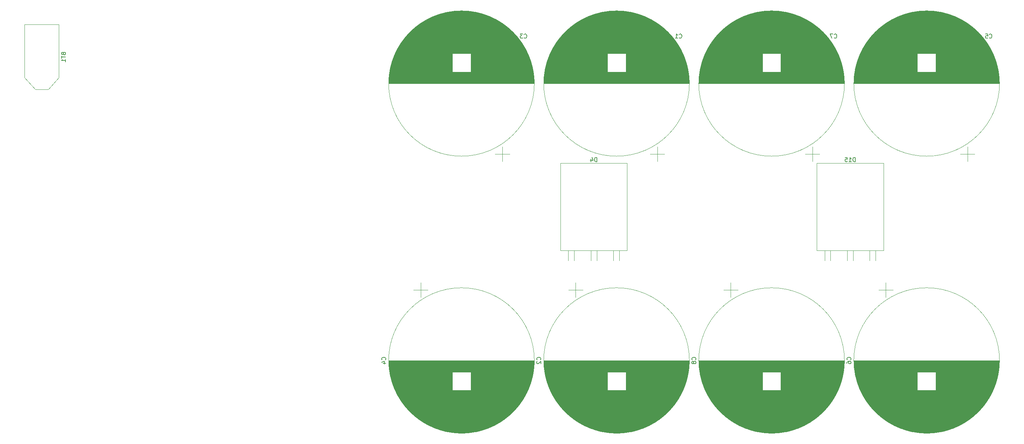
<source format=gbo>
%TF.GenerationSoftware,KiCad,Pcbnew,9.0.3*%
%TF.CreationDate,2025-11-21T22:03:05+01:00*%
%TF.ProjectId,Gaus-Beschleuniger,47617573-2d42-4657-9363-686c65756e69,v1.0.0*%
%TF.SameCoordinates,Original*%
%TF.FileFunction,Legend,Bot*%
%TF.FilePolarity,Positive*%
%FSLAX46Y46*%
G04 Gerber Fmt 4.6, Leading zero omitted, Abs format (unit mm)*
G04 Created by KiCad (PCBNEW 9.0.3) date 2025-11-21 22:03:05*
%MOMM*%
%LPD*%
G01*
G04 APERTURE LIST*
%ADD10C,0.150000*%
%ADD11C,0.120000*%
G04 APERTURE END LIST*
D10*
X178109580Y-183402834D02*
X178157200Y-183355215D01*
X178157200Y-183355215D02*
X178204819Y-183212358D01*
X178204819Y-183212358D02*
X178204819Y-183117120D01*
X178204819Y-183117120D02*
X178157200Y-182974263D01*
X178157200Y-182974263D02*
X178061961Y-182879025D01*
X178061961Y-182879025D02*
X177966723Y-182831406D01*
X177966723Y-182831406D02*
X177776247Y-182783787D01*
X177776247Y-182783787D02*
X177633390Y-182783787D01*
X177633390Y-182783787D02*
X177442914Y-182831406D01*
X177442914Y-182831406D02*
X177347676Y-182879025D01*
X177347676Y-182879025D02*
X177252438Y-182974263D01*
X177252438Y-182974263D02*
X177204819Y-183117120D01*
X177204819Y-183117120D02*
X177204819Y-183212358D01*
X177204819Y-183212358D02*
X177252438Y-183355215D01*
X177252438Y-183355215D02*
X177300057Y-183402834D01*
X177300057Y-183783787D02*
X177252438Y-183831406D01*
X177252438Y-183831406D02*
X177204819Y-183926644D01*
X177204819Y-183926644D02*
X177204819Y-184164739D01*
X177204819Y-184164739D02*
X177252438Y-184259977D01*
X177252438Y-184259977D02*
X177300057Y-184307596D01*
X177300057Y-184307596D02*
X177395295Y-184355215D01*
X177395295Y-184355215D02*
X177490533Y-184355215D01*
X177490533Y-184355215D02*
X177633390Y-184307596D01*
X177633390Y-184307596D02*
X178204819Y-183736168D01*
X178204819Y-183736168D02*
X178204819Y-184355215D01*
X174166666Y-105359580D02*
X174214285Y-105407200D01*
X174214285Y-105407200D02*
X174357142Y-105454819D01*
X174357142Y-105454819D02*
X174452380Y-105454819D01*
X174452380Y-105454819D02*
X174595237Y-105407200D01*
X174595237Y-105407200D02*
X174690475Y-105311961D01*
X174690475Y-105311961D02*
X174738094Y-105216723D01*
X174738094Y-105216723D02*
X174785713Y-105026247D01*
X174785713Y-105026247D02*
X174785713Y-104883390D01*
X174785713Y-104883390D02*
X174738094Y-104692914D01*
X174738094Y-104692914D02*
X174690475Y-104597676D01*
X174690475Y-104597676D02*
X174595237Y-104502438D01*
X174595237Y-104502438D02*
X174452380Y-104454819D01*
X174452380Y-104454819D02*
X174357142Y-104454819D01*
X174357142Y-104454819D02*
X174214285Y-104502438D01*
X174214285Y-104502438D02*
X174166666Y-104550057D01*
X173833332Y-104454819D02*
X173214285Y-104454819D01*
X173214285Y-104454819D02*
X173547618Y-104835771D01*
X173547618Y-104835771D02*
X173404761Y-104835771D01*
X173404761Y-104835771D02*
X173309523Y-104883390D01*
X173309523Y-104883390D02*
X173261904Y-104931009D01*
X173261904Y-104931009D02*
X173214285Y-105026247D01*
X173214285Y-105026247D02*
X173214285Y-105264342D01*
X173214285Y-105264342D02*
X173261904Y-105359580D01*
X173261904Y-105359580D02*
X173309523Y-105407200D01*
X173309523Y-105407200D02*
X173404761Y-105454819D01*
X173404761Y-105454819D02*
X173690475Y-105454819D01*
X173690475Y-105454819D02*
X173785713Y-105407200D01*
X173785713Y-105407200D02*
X173833332Y-105359580D01*
X253109580Y-183402834D02*
X253157200Y-183355215D01*
X253157200Y-183355215D02*
X253204819Y-183212358D01*
X253204819Y-183212358D02*
X253204819Y-183117120D01*
X253204819Y-183117120D02*
X253157200Y-182974263D01*
X253157200Y-182974263D02*
X253061961Y-182879025D01*
X253061961Y-182879025D02*
X252966723Y-182831406D01*
X252966723Y-182831406D02*
X252776247Y-182783787D01*
X252776247Y-182783787D02*
X252633390Y-182783787D01*
X252633390Y-182783787D02*
X252442914Y-182831406D01*
X252442914Y-182831406D02*
X252347676Y-182879025D01*
X252347676Y-182879025D02*
X252252438Y-182974263D01*
X252252438Y-182974263D02*
X252204819Y-183117120D01*
X252204819Y-183117120D02*
X252204819Y-183212358D01*
X252204819Y-183212358D02*
X252252438Y-183355215D01*
X252252438Y-183355215D02*
X252300057Y-183402834D01*
X252204819Y-184259977D02*
X252204819Y-184069501D01*
X252204819Y-184069501D02*
X252252438Y-183974263D01*
X252252438Y-183974263D02*
X252300057Y-183926644D01*
X252300057Y-183926644D02*
X252442914Y-183831406D01*
X252442914Y-183831406D02*
X252633390Y-183783787D01*
X252633390Y-183783787D02*
X253014342Y-183783787D01*
X253014342Y-183783787D02*
X253109580Y-183831406D01*
X253109580Y-183831406D02*
X253157200Y-183879025D01*
X253157200Y-183879025D02*
X253204819Y-183974263D01*
X253204819Y-183974263D02*
X253204819Y-184164739D01*
X253204819Y-184164739D02*
X253157200Y-184259977D01*
X253157200Y-184259977D02*
X253109580Y-184307596D01*
X253109580Y-184307596D02*
X253014342Y-184355215D01*
X253014342Y-184355215D02*
X252776247Y-184355215D01*
X252776247Y-184355215D02*
X252681009Y-184307596D01*
X252681009Y-184307596D02*
X252633390Y-184259977D01*
X252633390Y-184259977D02*
X252585771Y-184164739D01*
X252585771Y-184164739D02*
X252585771Y-183974263D01*
X252585771Y-183974263D02*
X252633390Y-183879025D01*
X252633390Y-183879025D02*
X252681009Y-183831406D01*
X252681009Y-183831406D02*
X252776247Y-183783787D01*
X249166666Y-105359580D02*
X249214285Y-105407200D01*
X249214285Y-105407200D02*
X249357142Y-105454819D01*
X249357142Y-105454819D02*
X249452380Y-105454819D01*
X249452380Y-105454819D02*
X249595237Y-105407200D01*
X249595237Y-105407200D02*
X249690475Y-105311961D01*
X249690475Y-105311961D02*
X249738094Y-105216723D01*
X249738094Y-105216723D02*
X249785713Y-105026247D01*
X249785713Y-105026247D02*
X249785713Y-104883390D01*
X249785713Y-104883390D02*
X249738094Y-104692914D01*
X249738094Y-104692914D02*
X249690475Y-104597676D01*
X249690475Y-104597676D02*
X249595237Y-104502438D01*
X249595237Y-104502438D02*
X249452380Y-104454819D01*
X249452380Y-104454819D02*
X249357142Y-104454819D01*
X249357142Y-104454819D02*
X249214285Y-104502438D01*
X249214285Y-104502438D02*
X249166666Y-104550057D01*
X248833332Y-104454819D02*
X248166666Y-104454819D01*
X248166666Y-104454819D02*
X248595237Y-105454819D01*
X62731009Y-109214285D02*
X62778628Y-109357142D01*
X62778628Y-109357142D02*
X62826247Y-109404761D01*
X62826247Y-109404761D02*
X62921485Y-109452380D01*
X62921485Y-109452380D02*
X63064342Y-109452380D01*
X63064342Y-109452380D02*
X63159580Y-109404761D01*
X63159580Y-109404761D02*
X63207200Y-109357142D01*
X63207200Y-109357142D02*
X63254819Y-109261904D01*
X63254819Y-109261904D02*
X63254819Y-108880952D01*
X63254819Y-108880952D02*
X62254819Y-108880952D01*
X62254819Y-108880952D02*
X62254819Y-109214285D01*
X62254819Y-109214285D02*
X62302438Y-109309523D01*
X62302438Y-109309523D02*
X62350057Y-109357142D01*
X62350057Y-109357142D02*
X62445295Y-109404761D01*
X62445295Y-109404761D02*
X62540533Y-109404761D01*
X62540533Y-109404761D02*
X62635771Y-109357142D01*
X62635771Y-109357142D02*
X62683390Y-109309523D01*
X62683390Y-109309523D02*
X62731009Y-109214285D01*
X62731009Y-109214285D02*
X62731009Y-108880952D01*
X62254819Y-109738095D02*
X62254819Y-110309523D01*
X63254819Y-110023809D02*
X62254819Y-110023809D01*
X63254819Y-111166666D02*
X63254819Y-110595238D01*
X63254819Y-110880952D02*
X62254819Y-110880952D01*
X62254819Y-110880952D02*
X62397676Y-110785714D01*
X62397676Y-110785714D02*
X62492914Y-110690476D01*
X62492914Y-110690476D02*
X62540533Y-110595238D01*
X254214285Y-135364819D02*
X254214285Y-134364819D01*
X254214285Y-134364819D02*
X253976190Y-134364819D01*
X253976190Y-134364819D02*
X253833333Y-134412438D01*
X253833333Y-134412438D02*
X253738095Y-134507676D01*
X253738095Y-134507676D02*
X253690476Y-134602914D01*
X253690476Y-134602914D02*
X253642857Y-134793390D01*
X253642857Y-134793390D02*
X253642857Y-134936247D01*
X253642857Y-134936247D02*
X253690476Y-135126723D01*
X253690476Y-135126723D02*
X253738095Y-135221961D01*
X253738095Y-135221961D02*
X253833333Y-135317200D01*
X253833333Y-135317200D02*
X253976190Y-135364819D01*
X253976190Y-135364819D02*
X254214285Y-135364819D01*
X252690476Y-135364819D02*
X253261904Y-135364819D01*
X252976190Y-135364819D02*
X252976190Y-134364819D01*
X252976190Y-134364819D02*
X253071428Y-134507676D01*
X253071428Y-134507676D02*
X253166666Y-134602914D01*
X253166666Y-134602914D02*
X253261904Y-134650533D01*
X251785714Y-134364819D02*
X252261904Y-134364819D01*
X252261904Y-134364819D02*
X252309523Y-134841009D01*
X252309523Y-134841009D02*
X252261904Y-134793390D01*
X252261904Y-134793390D02*
X252166666Y-134745771D01*
X252166666Y-134745771D02*
X251928571Y-134745771D01*
X251928571Y-134745771D02*
X251833333Y-134793390D01*
X251833333Y-134793390D02*
X251785714Y-134841009D01*
X251785714Y-134841009D02*
X251738095Y-134936247D01*
X251738095Y-134936247D02*
X251738095Y-135174342D01*
X251738095Y-135174342D02*
X251785714Y-135269580D01*
X251785714Y-135269580D02*
X251833333Y-135317200D01*
X251833333Y-135317200D02*
X251928571Y-135364819D01*
X251928571Y-135364819D02*
X252166666Y-135364819D01*
X252166666Y-135364819D02*
X252261904Y-135317200D01*
X252261904Y-135317200D02*
X252309523Y-135269580D01*
X286666666Y-105359580D02*
X286714285Y-105407200D01*
X286714285Y-105407200D02*
X286857142Y-105454819D01*
X286857142Y-105454819D02*
X286952380Y-105454819D01*
X286952380Y-105454819D02*
X287095237Y-105407200D01*
X287095237Y-105407200D02*
X287190475Y-105311961D01*
X287190475Y-105311961D02*
X287238094Y-105216723D01*
X287238094Y-105216723D02*
X287285713Y-105026247D01*
X287285713Y-105026247D02*
X287285713Y-104883390D01*
X287285713Y-104883390D02*
X287238094Y-104692914D01*
X287238094Y-104692914D02*
X287190475Y-104597676D01*
X287190475Y-104597676D02*
X287095237Y-104502438D01*
X287095237Y-104502438D02*
X286952380Y-104454819D01*
X286952380Y-104454819D02*
X286857142Y-104454819D01*
X286857142Y-104454819D02*
X286714285Y-104502438D01*
X286714285Y-104502438D02*
X286666666Y-104550057D01*
X285761904Y-104454819D02*
X286238094Y-104454819D01*
X286238094Y-104454819D02*
X286285713Y-104931009D01*
X286285713Y-104931009D02*
X286238094Y-104883390D01*
X286238094Y-104883390D02*
X286142856Y-104835771D01*
X286142856Y-104835771D02*
X285904761Y-104835771D01*
X285904761Y-104835771D02*
X285809523Y-104883390D01*
X285809523Y-104883390D02*
X285761904Y-104931009D01*
X285761904Y-104931009D02*
X285714285Y-105026247D01*
X285714285Y-105026247D02*
X285714285Y-105264342D01*
X285714285Y-105264342D02*
X285761904Y-105359580D01*
X285761904Y-105359580D02*
X285809523Y-105407200D01*
X285809523Y-105407200D02*
X285904761Y-105454819D01*
X285904761Y-105454819D02*
X286142856Y-105454819D01*
X286142856Y-105454819D02*
X286238094Y-105407200D01*
X286238094Y-105407200D02*
X286285713Y-105359580D01*
X140609580Y-183402834D02*
X140657200Y-183355215D01*
X140657200Y-183355215D02*
X140704819Y-183212358D01*
X140704819Y-183212358D02*
X140704819Y-183117120D01*
X140704819Y-183117120D02*
X140657200Y-182974263D01*
X140657200Y-182974263D02*
X140561961Y-182879025D01*
X140561961Y-182879025D02*
X140466723Y-182831406D01*
X140466723Y-182831406D02*
X140276247Y-182783787D01*
X140276247Y-182783787D02*
X140133390Y-182783787D01*
X140133390Y-182783787D02*
X139942914Y-182831406D01*
X139942914Y-182831406D02*
X139847676Y-182879025D01*
X139847676Y-182879025D02*
X139752438Y-182974263D01*
X139752438Y-182974263D02*
X139704819Y-183117120D01*
X139704819Y-183117120D02*
X139704819Y-183212358D01*
X139704819Y-183212358D02*
X139752438Y-183355215D01*
X139752438Y-183355215D02*
X139800057Y-183402834D01*
X140038152Y-184259977D02*
X140704819Y-184259977D01*
X139657200Y-184021882D02*
X140371485Y-183783787D01*
X140371485Y-183783787D02*
X140371485Y-184402834D01*
X215609580Y-183402834D02*
X215657200Y-183355215D01*
X215657200Y-183355215D02*
X215704819Y-183212358D01*
X215704819Y-183212358D02*
X215704819Y-183117120D01*
X215704819Y-183117120D02*
X215657200Y-182974263D01*
X215657200Y-182974263D02*
X215561961Y-182879025D01*
X215561961Y-182879025D02*
X215466723Y-182831406D01*
X215466723Y-182831406D02*
X215276247Y-182783787D01*
X215276247Y-182783787D02*
X215133390Y-182783787D01*
X215133390Y-182783787D02*
X214942914Y-182831406D01*
X214942914Y-182831406D02*
X214847676Y-182879025D01*
X214847676Y-182879025D02*
X214752438Y-182974263D01*
X214752438Y-182974263D02*
X214704819Y-183117120D01*
X214704819Y-183117120D02*
X214704819Y-183212358D01*
X214704819Y-183212358D02*
X214752438Y-183355215D01*
X214752438Y-183355215D02*
X214800057Y-183402834D01*
X215133390Y-183974263D02*
X215085771Y-183879025D01*
X215085771Y-183879025D02*
X215038152Y-183831406D01*
X215038152Y-183831406D02*
X214942914Y-183783787D01*
X214942914Y-183783787D02*
X214895295Y-183783787D01*
X214895295Y-183783787D02*
X214800057Y-183831406D01*
X214800057Y-183831406D02*
X214752438Y-183879025D01*
X214752438Y-183879025D02*
X214704819Y-183974263D01*
X214704819Y-183974263D02*
X214704819Y-184164739D01*
X214704819Y-184164739D02*
X214752438Y-184259977D01*
X214752438Y-184259977D02*
X214800057Y-184307596D01*
X214800057Y-184307596D02*
X214895295Y-184355215D01*
X214895295Y-184355215D02*
X214942914Y-184355215D01*
X214942914Y-184355215D02*
X215038152Y-184307596D01*
X215038152Y-184307596D02*
X215085771Y-184259977D01*
X215085771Y-184259977D02*
X215133390Y-184164739D01*
X215133390Y-184164739D02*
X215133390Y-183974263D01*
X215133390Y-183974263D02*
X215181009Y-183879025D01*
X215181009Y-183879025D02*
X215228628Y-183831406D01*
X215228628Y-183831406D02*
X215323866Y-183783787D01*
X215323866Y-183783787D02*
X215514342Y-183783787D01*
X215514342Y-183783787D02*
X215609580Y-183831406D01*
X215609580Y-183831406D02*
X215657200Y-183879025D01*
X215657200Y-183879025D02*
X215704819Y-183974263D01*
X215704819Y-183974263D02*
X215704819Y-184164739D01*
X215704819Y-184164739D02*
X215657200Y-184259977D01*
X215657200Y-184259977D02*
X215609580Y-184307596D01*
X215609580Y-184307596D02*
X215514342Y-184355215D01*
X215514342Y-184355215D02*
X215323866Y-184355215D01*
X215323866Y-184355215D02*
X215228628Y-184307596D01*
X215228628Y-184307596D02*
X215181009Y-184259977D01*
X215181009Y-184259977D02*
X215133390Y-184164739D01*
X191738094Y-135364819D02*
X191738094Y-134364819D01*
X191738094Y-134364819D02*
X191499999Y-134364819D01*
X191499999Y-134364819D02*
X191357142Y-134412438D01*
X191357142Y-134412438D02*
X191261904Y-134507676D01*
X191261904Y-134507676D02*
X191214285Y-134602914D01*
X191214285Y-134602914D02*
X191166666Y-134793390D01*
X191166666Y-134793390D02*
X191166666Y-134936247D01*
X191166666Y-134936247D02*
X191214285Y-135126723D01*
X191214285Y-135126723D02*
X191261904Y-135221961D01*
X191261904Y-135221961D02*
X191357142Y-135317200D01*
X191357142Y-135317200D02*
X191499999Y-135364819D01*
X191499999Y-135364819D02*
X191738094Y-135364819D01*
X190309523Y-134698152D02*
X190309523Y-135364819D01*
X190547618Y-134317200D02*
X190785713Y-135031485D01*
X190785713Y-135031485D02*
X190166666Y-135031485D01*
X211666666Y-105359580D02*
X211714285Y-105407200D01*
X211714285Y-105407200D02*
X211857142Y-105454819D01*
X211857142Y-105454819D02*
X211952380Y-105454819D01*
X211952380Y-105454819D02*
X212095237Y-105407200D01*
X212095237Y-105407200D02*
X212190475Y-105311961D01*
X212190475Y-105311961D02*
X212238094Y-105216723D01*
X212238094Y-105216723D02*
X212285713Y-105026247D01*
X212285713Y-105026247D02*
X212285713Y-104883390D01*
X212285713Y-104883390D02*
X212238094Y-104692914D01*
X212238094Y-104692914D02*
X212190475Y-104597676D01*
X212190475Y-104597676D02*
X212095237Y-104502438D01*
X212095237Y-104502438D02*
X211952380Y-104454819D01*
X211952380Y-104454819D02*
X211857142Y-104454819D01*
X211857142Y-104454819D02*
X211714285Y-104502438D01*
X211714285Y-104502438D02*
X211666666Y-104550057D01*
X210714285Y-105454819D02*
X211285713Y-105454819D01*
X210999999Y-105454819D02*
X210999999Y-104454819D01*
X210999999Y-104454819D02*
X211095237Y-104597676D01*
X211095237Y-104597676D02*
X211190475Y-104692914D01*
X211190475Y-104692914D02*
X211285713Y-104740533D01*
D11*
%TO.C,C2*%
X178920000Y-183569501D02*
X214080000Y-183569501D01*
X178920000Y-183609501D02*
X214080000Y-183609501D01*
X178920000Y-183649501D02*
X214080000Y-183649501D01*
X178920000Y-183689501D02*
X214080000Y-183689501D01*
X178921000Y-183729501D02*
X214079000Y-183729501D01*
X178921000Y-183769501D02*
X214079000Y-183769501D01*
X178922000Y-183809501D02*
X214078000Y-183809501D01*
X178922000Y-183849501D02*
X214078000Y-183849501D01*
X178923000Y-183889501D02*
X214077000Y-183889501D01*
X178924000Y-183929501D02*
X214076000Y-183929501D01*
X178925000Y-183969501D02*
X214075000Y-183969501D01*
X178925000Y-184009501D02*
X214075000Y-184009501D01*
X178927000Y-184049501D02*
X214073000Y-184049501D01*
X178928000Y-184089501D02*
X214072000Y-184089501D01*
X178929000Y-184129501D02*
X214071000Y-184129501D01*
X178930000Y-184169501D02*
X214070000Y-184169501D01*
X178932000Y-184209501D02*
X214068000Y-184209501D01*
X178933000Y-184249501D02*
X214067000Y-184249501D01*
X178935000Y-184289501D02*
X214065000Y-184289501D01*
X178936000Y-184329501D02*
X214064000Y-184329501D01*
X178938000Y-184369501D02*
X214062000Y-184369501D01*
X178940000Y-184409501D02*
X214060000Y-184409501D01*
X178942000Y-184449501D02*
X214058000Y-184449501D01*
X178944000Y-184489501D02*
X214056000Y-184489501D01*
X178946000Y-184529501D02*
X214054000Y-184529501D01*
X178948000Y-184569501D02*
X214052000Y-184569501D01*
X178951000Y-184609501D02*
X214049000Y-184609501D01*
X178953000Y-184649501D02*
X214047000Y-184649501D01*
X178956000Y-184689501D02*
X214044000Y-184689501D01*
X178958000Y-184729501D02*
X214042000Y-184729501D01*
X178961000Y-184769501D02*
X214039000Y-184769501D01*
X178964000Y-184809501D02*
X214036000Y-184809501D01*
X178967000Y-184849501D02*
X214033000Y-184849501D01*
X178970000Y-184889501D02*
X214030000Y-184889501D01*
X178973000Y-184929501D02*
X214027000Y-184929501D01*
X178976000Y-184969501D02*
X214024000Y-184969501D01*
X178979000Y-185009501D02*
X214021000Y-185009501D01*
X178982000Y-185049501D02*
X214018000Y-185049501D01*
X178986000Y-185089501D02*
X214014000Y-185089501D01*
X178989000Y-185129501D02*
X214011000Y-185129501D01*
X178993000Y-185169501D02*
X214007000Y-185169501D01*
X178996000Y-185209501D02*
X214004000Y-185209501D01*
X179000000Y-185249501D02*
X214000000Y-185249501D01*
X179004000Y-185289501D02*
X213996000Y-185289501D01*
X179008000Y-185329501D02*
X213992000Y-185329501D01*
X179012000Y-185369501D02*
X213988000Y-185369501D01*
X179016000Y-185409501D02*
X213984000Y-185409501D01*
X179021000Y-185449501D02*
X213979000Y-185449501D01*
X179025000Y-185489501D02*
X213975000Y-185489501D01*
X179029000Y-185529501D02*
X213971000Y-185529501D01*
X179034000Y-185569501D02*
X213966000Y-185569501D01*
X179038000Y-185609501D02*
X213962000Y-185609501D01*
X179043000Y-185649501D02*
X213957000Y-185649501D01*
X179048000Y-185689501D02*
X213952000Y-185689501D01*
X179053000Y-185729501D02*
X213947000Y-185729501D01*
X179058000Y-185769501D02*
X213942000Y-185769501D01*
X179063000Y-185809501D02*
X213937000Y-185809501D01*
X179068000Y-185849501D02*
X213932000Y-185849501D01*
X179073000Y-185889501D02*
X213927000Y-185889501D01*
X179079000Y-185929501D02*
X213921000Y-185929501D01*
X179084000Y-185969501D02*
X213916000Y-185969501D01*
X179090000Y-186009501D02*
X213910000Y-186009501D01*
X179095000Y-186049501D02*
X213905000Y-186049501D01*
X179101000Y-186089501D02*
X213899000Y-186089501D01*
X179107000Y-186129501D02*
X213893000Y-186129501D01*
X179113000Y-186169501D02*
X213887000Y-186169501D01*
X179119000Y-186209501D02*
X213881000Y-186209501D01*
X179125000Y-186249501D02*
X213875000Y-186249501D01*
X179131000Y-186289501D02*
X213869000Y-186289501D01*
X179138000Y-186329501D02*
X213862000Y-186329501D01*
X179144000Y-186369501D02*
X194260000Y-186369501D01*
X179150000Y-186409501D02*
X194260000Y-186409501D01*
X179157000Y-186449501D02*
X194260000Y-186449501D01*
X179164000Y-186489501D02*
X194260000Y-186489501D01*
X179170000Y-186529501D02*
X194260000Y-186529501D01*
X179177000Y-186569501D02*
X194260000Y-186569501D01*
X179184000Y-186609501D02*
X194260000Y-186609501D01*
X179191000Y-186649501D02*
X194260000Y-186649501D01*
X179198000Y-186689501D02*
X194260000Y-186689501D01*
X179206000Y-186729501D02*
X194260000Y-186729501D01*
X179213000Y-186769501D02*
X194260000Y-186769501D01*
X179220000Y-186809501D02*
X194260000Y-186809501D01*
X179228000Y-186849501D02*
X194260000Y-186849501D01*
X179236000Y-186889501D02*
X194260000Y-186889501D01*
X179243000Y-186929501D02*
X194260000Y-186929501D01*
X179251000Y-186969501D02*
X194260000Y-186969501D01*
X179259000Y-187009501D02*
X194260000Y-187009501D01*
X179267000Y-187049501D02*
X194260000Y-187049501D01*
X179275000Y-187089501D02*
X194260000Y-187089501D01*
X179283000Y-187129501D02*
X194260000Y-187129501D01*
X179292000Y-187169501D02*
X194260000Y-187169501D01*
X179300000Y-187209501D02*
X194260000Y-187209501D01*
X179309000Y-187249501D02*
X194260000Y-187249501D01*
X179317000Y-187289501D02*
X194260000Y-187289501D01*
X179326000Y-187329501D02*
X194260000Y-187329501D01*
X179335000Y-187369501D02*
X194260000Y-187369501D01*
X179344000Y-187409501D02*
X194260000Y-187409501D01*
X179353000Y-187449501D02*
X194260000Y-187449501D01*
X179362000Y-187489501D02*
X194260000Y-187489501D01*
X179371000Y-187529501D02*
X194260000Y-187529501D01*
X179380000Y-187569501D02*
X194260000Y-187569501D01*
X179389000Y-187609501D02*
X194260000Y-187609501D01*
X179399000Y-187649501D02*
X194260000Y-187649501D01*
X179408000Y-187689501D02*
X194260000Y-187689501D01*
X179418000Y-187729501D02*
X194260000Y-187729501D01*
X179428000Y-187769501D02*
X194260000Y-187769501D01*
X179438000Y-187809501D02*
X194260000Y-187809501D01*
X179448000Y-187849501D02*
X194260000Y-187849501D01*
X179458000Y-187889501D02*
X194260000Y-187889501D01*
X179468000Y-187929501D02*
X194260000Y-187929501D01*
X179478000Y-187969501D02*
X194260000Y-187969501D01*
X179489000Y-188009501D02*
X194260000Y-188009501D01*
X179499000Y-188049501D02*
X194260000Y-188049501D01*
X179510000Y-188089501D02*
X194260000Y-188089501D01*
X179520000Y-188129501D02*
X194260000Y-188129501D01*
X179531000Y-188169501D02*
X194260000Y-188169501D01*
X179542000Y-188209501D02*
X194260000Y-188209501D01*
X179553000Y-188249501D02*
X194260000Y-188249501D01*
X179564000Y-188289501D02*
X194260000Y-188289501D01*
X179575000Y-188329501D02*
X194260000Y-188329501D01*
X179586000Y-188369501D02*
X194260000Y-188369501D01*
X179598000Y-188409501D02*
X194260000Y-188409501D01*
X179609000Y-188449501D02*
X194260000Y-188449501D01*
X179621000Y-188489501D02*
X194260000Y-188489501D01*
X179633000Y-188529501D02*
X194260000Y-188529501D01*
X179644000Y-188569501D02*
X194260000Y-188569501D01*
X179656000Y-188609501D02*
X194260000Y-188609501D01*
X179668000Y-188649501D02*
X194260000Y-188649501D01*
X179680000Y-188689501D02*
X194260000Y-188689501D01*
X179692000Y-188729501D02*
X194260000Y-188729501D01*
X179705000Y-188769501D02*
X194260000Y-188769501D01*
X179717000Y-188809501D02*
X194260000Y-188809501D01*
X179730000Y-188849501D02*
X194260000Y-188849501D01*
X179742000Y-188889501D02*
X194260000Y-188889501D01*
X179755000Y-188929501D02*
X194260000Y-188929501D01*
X179768000Y-188969501D02*
X194260000Y-188969501D01*
X179781000Y-189009501D02*
X194260000Y-189009501D01*
X179794000Y-189049501D02*
X194260000Y-189049501D01*
X179807000Y-189089501D02*
X194260000Y-189089501D01*
X179820000Y-189129501D02*
X194260000Y-189129501D01*
X179834000Y-189169501D02*
X194260000Y-189169501D01*
X179847000Y-189209501D02*
X194260000Y-189209501D01*
X179861000Y-189249501D02*
X194260000Y-189249501D01*
X179874000Y-189289501D02*
X194260000Y-189289501D01*
X179888000Y-189329501D02*
X194260000Y-189329501D01*
X179902000Y-189369501D02*
X194260000Y-189369501D01*
X179916000Y-189409501D02*
X194260000Y-189409501D01*
X179930000Y-189449501D02*
X194260000Y-189449501D01*
X179944000Y-189489501D02*
X194260000Y-189489501D01*
X179959000Y-189529501D02*
X194260000Y-189529501D01*
X179973000Y-189569501D02*
X194260000Y-189569501D01*
X179988000Y-189609501D02*
X194260000Y-189609501D01*
X180002000Y-189649501D02*
X194260000Y-189649501D01*
X180017000Y-189689501D02*
X194260000Y-189689501D01*
X180032000Y-189729501D02*
X194260000Y-189729501D01*
X180047000Y-189769501D02*
X194260000Y-189769501D01*
X180062000Y-189809501D02*
X194260000Y-189809501D01*
X180077000Y-189849501D02*
X194260000Y-189849501D01*
X180092000Y-189889501D02*
X194260000Y-189889501D01*
X180108000Y-189929501D02*
X194260000Y-189929501D01*
X180123000Y-189969501D02*
X194260000Y-189969501D01*
X180139000Y-190009501D02*
X194260000Y-190009501D01*
X180155000Y-190049501D02*
X194260000Y-190049501D01*
X180171000Y-190089501D02*
X194260000Y-190089501D01*
X180187000Y-190129501D02*
X194260000Y-190129501D01*
X180203000Y-190169501D02*
X194260000Y-190169501D01*
X180219000Y-190209501D02*
X194260000Y-190209501D01*
X180235000Y-190249501D02*
X194260000Y-190249501D01*
X180252000Y-190289501D02*
X194260000Y-190289501D01*
X180268000Y-190329501D02*
X194260000Y-190329501D01*
X180285000Y-190369501D02*
X194260000Y-190369501D01*
X180302000Y-190409501D02*
X194260000Y-190409501D01*
X180319000Y-190449501D02*
X194260000Y-190449501D01*
X180336000Y-190489501D02*
X194260000Y-190489501D01*
X180353000Y-190529501D02*
X194260000Y-190529501D01*
X180370000Y-190569501D02*
X194260000Y-190569501D01*
X180388000Y-190609501D02*
X194260000Y-190609501D01*
X180405000Y-190649501D02*
X194260000Y-190649501D01*
X180423000Y-190689501D02*
X194260000Y-190689501D01*
X180440000Y-190729501D02*
X194260000Y-190729501D01*
X180458000Y-190769501D02*
X194260000Y-190769501D01*
X180476000Y-190809501D02*
X212524000Y-190809501D01*
X180494000Y-190849501D02*
X212506000Y-190849501D01*
X180512000Y-190889501D02*
X212488000Y-190889501D01*
X180531000Y-190929501D02*
X212469000Y-190929501D01*
X180549000Y-190969501D02*
X212451000Y-190969501D01*
X180568000Y-191009501D02*
X212432000Y-191009501D01*
X180587000Y-191049501D02*
X212413000Y-191049501D01*
X180605000Y-191089501D02*
X212395000Y-191089501D01*
X180624000Y-191129501D02*
X212376000Y-191129501D01*
X180643000Y-191169501D02*
X212357000Y-191169501D01*
X180663000Y-191209501D02*
X212337000Y-191209501D01*
X180682000Y-191249501D02*
X212318000Y-191249501D01*
X180701000Y-191289501D02*
X212299000Y-191289501D01*
X180721000Y-191329501D02*
X212279000Y-191329501D01*
X180740000Y-191369501D02*
X212260000Y-191369501D01*
X180760000Y-191409501D02*
X212240000Y-191409501D01*
X180780000Y-191449501D02*
X212220000Y-191449501D01*
X180800000Y-191489501D02*
X212200000Y-191489501D01*
X180820000Y-191529501D02*
X212180000Y-191529501D01*
X180841000Y-191569501D02*
X212159000Y-191569501D01*
X180861000Y-191609501D02*
X212139000Y-191609501D01*
X180882000Y-191649501D02*
X212118000Y-191649501D01*
X180903000Y-191689501D02*
X212097000Y-191689501D01*
X180923000Y-191729501D02*
X212077000Y-191729501D01*
X180944000Y-191769501D02*
X212056000Y-191769501D01*
X180965000Y-191809501D02*
X212035000Y-191809501D01*
X180987000Y-191849501D02*
X212013000Y-191849501D01*
X181008000Y-191889501D02*
X211992000Y-191889501D01*
X181030000Y-191929501D02*
X211970000Y-191929501D01*
X181051000Y-191969501D02*
X211949000Y-191969501D01*
X181073000Y-192009501D02*
X211927000Y-192009501D01*
X181095000Y-192049501D02*
X211905000Y-192049501D01*
X181117000Y-192089501D02*
X211883000Y-192089501D01*
X181139000Y-192129501D02*
X211861000Y-192129501D01*
X181161000Y-192169501D02*
X211839000Y-192169501D01*
X181184000Y-192209501D02*
X211816000Y-192209501D01*
X181206000Y-192249501D02*
X211794000Y-192249501D01*
X181229000Y-192289501D02*
X211771000Y-192289501D01*
X181252000Y-192329501D02*
X211748000Y-192329501D01*
X181275000Y-192369501D02*
X211725000Y-192369501D01*
X181298000Y-192409501D02*
X211702000Y-192409501D01*
X181321000Y-192449501D02*
X211679000Y-192449501D01*
X181345000Y-192489501D02*
X211655000Y-192489501D01*
X181368000Y-192529501D02*
X211632000Y-192529501D01*
X181392000Y-192569501D02*
X211608000Y-192569501D01*
X181416000Y-192609501D02*
X211584000Y-192609501D01*
X181440000Y-192649501D02*
X211560000Y-192649501D01*
X181464000Y-192689501D02*
X211536000Y-192689501D01*
X181488000Y-192729501D02*
X211512000Y-192729501D01*
X181513000Y-192769501D02*
X211487000Y-192769501D01*
X181537000Y-192809501D02*
X211463000Y-192809501D01*
X181562000Y-192849501D02*
X211438000Y-192849501D01*
X181587000Y-192889501D02*
X211413000Y-192889501D01*
X181612000Y-192929501D02*
X211388000Y-192929501D01*
X181637000Y-192969501D02*
X211363000Y-192969501D01*
X181662000Y-193009501D02*
X211338000Y-193009501D01*
X181688000Y-193049501D02*
X211312000Y-193049501D01*
X181713000Y-193089501D02*
X211287000Y-193089501D01*
X181739000Y-193129501D02*
X211261000Y-193129501D01*
X181765000Y-193169501D02*
X211235000Y-193169501D01*
X181791000Y-193209501D02*
X211209000Y-193209501D01*
X181817000Y-193249501D02*
X211183000Y-193249501D01*
X181844000Y-193289501D02*
X211156000Y-193289501D01*
X181870000Y-193329501D02*
X211130000Y-193329501D01*
X181897000Y-193369501D02*
X211103000Y-193369501D01*
X181924000Y-193409501D02*
X211076000Y-193409501D01*
X181951000Y-193449501D02*
X211049000Y-193449501D01*
X181978000Y-193489501D02*
X211022000Y-193489501D01*
X182005000Y-193529501D02*
X210995000Y-193529501D01*
X182033000Y-193569501D02*
X210967000Y-193569501D01*
X182060000Y-193609501D02*
X210940000Y-193609501D01*
X182088000Y-193649501D02*
X210912000Y-193649501D01*
X182116000Y-193689501D02*
X210884000Y-193689501D01*
X182144000Y-193729501D02*
X210856000Y-193729501D01*
X182173000Y-193769501D02*
X210827000Y-193769501D01*
X182201000Y-193809501D02*
X210799000Y-193809501D01*
X182230000Y-193849501D02*
X210770000Y-193849501D01*
X182258000Y-193889501D02*
X210742000Y-193889501D01*
X182287000Y-193929501D02*
X210713000Y-193929501D01*
X182317000Y-193969501D02*
X210683000Y-193969501D01*
X182346000Y-194009501D02*
X210654000Y-194009501D01*
X182375000Y-194049501D02*
X210625000Y-194049501D01*
X182405000Y-194089501D02*
X210595000Y-194089501D01*
X182435000Y-194129501D02*
X210565000Y-194129501D01*
X182465000Y-194169501D02*
X210535000Y-194169501D01*
X182495000Y-194209501D02*
X210505000Y-194209501D01*
X182526000Y-194249501D02*
X210474000Y-194249501D01*
X182556000Y-194289501D02*
X210444000Y-194289501D01*
X182587000Y-194329501D02*
X210413000Y-194329501D01*
X182618000Y-194369501D02*
X210382000Y-194369501D01*
X182649000Y-194409501D02*
X210351000Y-194409501D01*
X182680000Y-194449501D02*
X210320000Y-194449501D01*
X182712000Y-194489501D02*
X210288000Y-194489501D01*
X182744000Y-194529501D02*
X210256000Y-194529501D01*
X182775000Y-194569501D02*
X210225000Y-194569501D01*
X182807000Y-194609501D02*
X210193000Y-194609501D01*
X182840000Y-194649501D02*
X210160000Y-194649501D01*
X182872000Y-194689501D02*
X210128000Y-194689501D01*
X182905000Y-194729501D02*
X210095000Y-194729501D01*
X182938000Y-194769501D02*
X210062000Y-194769501D01*
X182971000Y-194809501D02*
X210029000Y-194809501D01*
X183004000Y-194849501D02*
X209996000Y-194849501D01*
X183037000Y-194889501D02*
X209963000Y-194889501D01*
X183071000Y-194929501D02*
X209929000Y-194929501D01*
X183105000Y-194969501D02*
X209895000Y-194969501D01*
X183139000Y-195009501D02*
X209861000Y-195009501D01*
X183173000Y-195049501D02*
X209827000Y-195049501D01*
X183208000Y-195089501D02*
X209792000Y-195089501D01*
X183242000Y-195129501D02*
X209758000Y-195129501D01*
X183277000Y-195169501D02*
X209723000Y-195169501D01*
X183312000Y-195209501D02*
X209688000Y-195209501D01*
X183348000Y-195249501D02*
X209652000Y-195249501D01*
X183383000Y-195289501D02*
X209617000Y-195289501D01*
X183419000Y-195329501D02*
X209581000Y-195329501D01*
X183455000Y-195369501D02*
X209545000Y-195369501D01*
X183491000Y-195409501D02*
X209509000Y-195409501D01*
X183527000Y-195449501D02*
X209473000Y-195449501D01*
X183564000Y-195489501D02*
X209436000Y-195489501D01*
X183601000Y-195529501D02*
X209399000Y-195529501D01*
X183638000Y-195569501D02*
X209362000Y-195569501D01*
X183675000Y-195609501D02*
X209325000Y-195609501D01*
X183713000Y-195649501D02*
X209287000Y-195649501D01*
X183751000Y-195689501D02*
X209249000Y-195689501D01*
X183789000Y-195729501D02*
X209211000Y-195729501D01*
X183827000Y-195769501D02*
X209173000Y-195769501D01*
X183865000Y-195809501D02*
X209135000Y-195809501D01*
X183904000Y-195849501D02*
X209096000Y-195849501D01*
X183943000Y-195889501D02*
X209057000Y-195889501D01*
X183982000Y-195929501D02*
X209018000Y-195929501D01*
X184022000Y-195969501D02*
X208978000Y-195969501D01*
X184062000Y-196009501D02*
X208938000Y-196009501D01*
X184102000Y-196049501D02*
X208898000Y-196049501D01*
X184142000Y-196089501D02*
X208858000Y-196089501D01*
X184182000Y-196129501D02*
X208818000Y-196129501D01*
X184223000Y-196169501D02*
X208777000Y-196169501D01*
X184264000Y-196209501D02*
X208736000Y-196209501D01*
X184306000Y-196249501D02*
X208694000Y-196249501D01*
X184347000Y-196289501D02*
X208653000Y-196289501D01*
X184389000Y-196329501D02*
X208611000Y-196329501D01*
X184431000Y-196369501D02*
X208569000Y-196369501D01*
X184474000Y-196409501D02*
X208526000Y-196409501D01*
X184516000Y-196449501D02*
X208484000Y-196449501D01*
X184559000Y-196489501D02*
X208441000Y-196489501D01*
X184603000Y-196529501D02*
X208397000Y-196529501D01*
X184646000Y-196569501D02*
X208354000Y-196569501D01*
X184690000Y-196609501D02*
X208310000Y-196609501D01*
X184734000Y-196649501D02*
X208266000Y-196649501D01*
X184779000Y-196689501D02*
X208221000Y-196689501D01*
X184823000Y-196729501D02*
X208177000Y-196729501D01*
X184868000Y-196769501D02*
X208132000Y-196769501D01*
X184875000Y-166465499D02*
X188375000Y-166465499D01*
X184914000Y-196809501D02*
X208086000Y-196809501D01*
X184960000Y-196849501D02*
X208040000Y-196849501D01*
X185006000Y-196889501D02*
X207994000Y-196889501D01*
X185052000Y-196929501D02*
X207948000Y-196929501D01*
X185099000Y-196969501D02*
X207901000Y-196969501D01*
X185146000Y-197009501D02*
X207854000Y-197009501D01*
X185193000Y-197049501D02*
X207807000Y-197049501D01*
X185241000Y-197089501D02*
X207759000Y-197089501D01*
X185289000Y-197129501D02*
X207711000Y-197129501D01*
X185337000Y-197169501D02*
X207663000Y-197169501D01*
X185386000Y-197209501D02*
X207614000Y-197209501D01*
X185435000Y-197249501D02*
X207565000Y-197249501D01*
X185484000Y-197289501D02*
X207516000Y-197289501D01*
X185534000Y-197329501D02*
X207466000Y-197329501D01*
X185584000Y-197369501D02*
X207416000Y-197369501D01*
X185635000Y-197409501D02*
X207365000Y-197409501D01*
X185686000Y-197449501D02*
X207314000Y-197449501D01*
X185737000Y-197489501D02*
X207263000Y-197489501D01*
X185789000Y-197529501D02*
X207211000Y-197529501D01*
X185841000Y-197569501D02*
X207159000Y-197569501D01*
X185894000Y-197609501D02*
X207106000Y-197609501D01*
X185947000Y-197649501D02*
X207053000Y-197649501D01*
X186000000Y-197689501D02*
X207000000Y-197689501D01*
X186054000Y-197729501D02*
X206946000Y-197729501D01*
X186108000Y-197769501D02*
X206892000Y-197769501D01*
X186163000Y-197809501D02*
X206837000Y-197809501D01*
X186218000Y-197849501D02*
X206782000Y-197849501D01*
X186273000Y-197889501D02*
X206727000Y-197889501D01*
X186329000Y-197929501D02*
X206671000Y-197929501D01*
X186386000Y-197969501D02*
X206614000Y-197969501D01*
X186443000Y-198009501D02*
X206557000Y-198009501D01*
X186500000Y-198049501D02*
X206500000Y-198049501D01*
X186558000Y-198089501D02*
X206442000Y-198089501D01*
X186617000Y-198129501D02*
X206383000Y-198129501D01*
X186625000Y-164715499D02*
X186625000Y-168215499D01*
X186676000Y-198169501D02*
X206324000Y-198169501D01*
X186735000Y-198209501D02*
X206265000Y-198209501D01*
X186795000Y-198249501D02*
X206205000Y-198249501D01*
X186856000Y-198289501D02*
X206144000Y-198289501D01*
X186917000Y-198329501D02*
X206083000Y-198329501D01*
X186978000Y-198369501D02*
X206022000Y-198369501D01*
X187041000Y-198409501D02*
X205959000Y-198409501D01*
X187103000Y-198449501D02*
X205897000Y-198449501D01*
X187167000Y-198489501D02*
X205833000Y-198489501D01*
X187231000Y-198529501D02*
X205769000Y-198529501D01*
X187295000Y-198569501D02*
X205705000Y-198569501D01*
X187361000Y-198609501D02*
X205639000Y-198609501D01*
X187426000Y-198649501D02*
X205574000Y-198649501D01*
X187493000Y-198689501D02*
X205507000Y-198689501D01*
X187560000Y-198729501D02*
X205440000Y-198729501D01*
X187628000Y-198769501D02*
X205372000Y-198769501D01*
X187697000Y-198809501D02*
X205303000Y-198809501D01*
X187766000Y-198849501D02*
X205234000Y-198849501D01*
X187836000Y-198889501D02*
X205164000Y-198889501D01*
X187907000Y-198929501D02*
X205093000Y-198929501D01*
X187978000Y-198969501D02*
X205022000Y-198969501D01*
X188051000Y-199009501D02*
X204949000Y-199009501D01*
X188124000Y-199049501D02*
X204876000Y-199049501D01*
X188198000Y-199089501D02*
X204802000Y-199089501D01*
X188273000Y-199129501D02*
X204727000Y-199129501D01*
X188348000Y-199169501D02*
X204652000Y-199169501D01*
X188425000Y-199209501D02*
X204575000Y-199209501D01*
X188502000Y-199249501D02*
X204498000Y-199249501D01*
X188581000Y-199289501D02*
X204419000Y-199289501D01*
X188660000Y-199329501D02*
X204340000Y-199329501D01*
X188741000Y-199369501D02*
X204259000Y-199369501D01*
X188823000Y-199409501D02*
X204177000Y-199409501D01*
X188905000Y-199449501D02*
X204095000Y-199449501D01*
X188989000Y-199489501D02*
X204011000Y-199489501D01*
X189074000Y-199529501D02*
X203926000Y-199529501D01*
X189160000Y-199569501D02*
X203840000Y-199569501D01*
X189247000Y-199609501D02*
X203753000Y-199609501D01*
X189336000Y-199649501D02*
X203664000Y-199649501D01*
X189426000Y-199689501D02*
X203574000Y-199689501D01*
X189517000Y-199729501D02*
X203483000Y-199729501D01*
X189610000Y-199769501D02*
X203390000Y-199769501D01*
X189704000Y-199809501D02*
X203296000Y-199809501D01*
X189800000Y-199849501D02*
X203200000Y-199849501D01*
X189898000Y-199889501D02*
X203102000Y-199889501D01*
X189997000Y-199929501D02*
X203003000Y-199929501D01*
X190098000Y-199969501D02*
X202902000Y-199969501D01*
X190200000Y-200009501D02*
X202800000Y-200009501D01*
X190305000Y-200049501D02*
X202695000Y-200049501D01*
X190412000Y-200089501D02*
X202588000Y-200089501D01*
X190521000Y-200129501D02*
X202479000Y-200129501D01*
X190632000Y-200169501D02*
X202368000Y-200169501D01*
X190746000Y-200209501D02*
X202254000Y-200209501D01*
X190862000Y-200249501D02*
X202138000Y-200249501D01*
X190981000Y-200289501D02*
X202019000Y-200289501D01*
X191102000Y-200329501D02*
X201898000Y-200329501D01*
X191227000Y-200369501D02*
X201773000Y-200369501D01*
X191356000Y-200409501D02*
X201644000Y-200409501D01*
X191487000Y-200449501D02*
X201513000Y-200449501D01*
X191623000Y-200489501D02*
X201377000Y-200489501D01*
X191763000Y-200529501D02*
X201237000Y-200529501D01*
X191907000Y-200569501D02*
X201093000Y-200569501D01*
X192056000Y-200609501D02*
X200944000Y-200609501D01*
X192211000Y-200649501D02*
X200789000Y-200649501D01*
X192372000Y-200689501D02*
X200628000Y-200689501D01*
X192540000Y-200729501D02*
X200460000Y-200729501D01*
X192716000Y-200769501D02*
X200284000Y-200769501D01*
X192900000Y-200809501D02*
X200100000Y-200809501D01*
X193095000Y-200849501D02*
X199905000Y-200849501D01*
X193302000Y-200889501D02*
X199698000Y-200889501D01*
X193524000Y-200929501D02*
X199476000Y-200929501D01*
X193764000Y-200969501D02*
X199236000Y-200969501D01*
X194028000Y-201009501D02*
X198972000Y-201009501D01*
X194323000Y-201049501D02*
X198677000Y-201049501D01*
X194665000Y-201089501D02*
X198335000Y-201089501D01*
X195087000Y-201129501D02*
X197913000Y-201129501D01*
X195701000Y-201169501D02*
X197299000Y-201169501D01*
X198740000Y-186369501D02*
X213856000Y-186369501D01*
X198740000Y-186409501D02*
X213850000Y-186409501D01*
X198740000Y-186449501D02*
X213843000Y-186449501D01*
X198740000Y-186489501D02*
X213836000Y-186489501D01*
X198740000Y-186529501D02*
X213830000Y-186529501D01*
X198740000Y-186569501D02*
X213823000Y-186569501D01*
X198740000Y-186609501D02*
X213816000Y-186609501D01*
X198740000Y-186649501D02*
X213809000Y-186649501D01*
X198740000Y-186689501D02*
X213802000Y-186689501D01*
X198740000Y-186729501D02*
X213794000Y-186729501D01*
X198740000Y-186769501D02*
X213787000Y-186769501D01*
X198740000Y-186809501D02*
X213780000Y-186809501D01*
X198740000Y-186849501D02*
X213772000Y-186849501D01*
X198740000Y-186889501D02*
X213764000Y-186889501D01*
X198740000Y-186929501D02*
X213757000Y-186929501D01*
X198740000Y-186969501D02*
X213749000Y-186969501D01*
X198740000Y-187009501D02*
X213741000Y-187009501D01*
X198740000Y-187049501D02*
X213733000Y-187049501D01*
X198740000Y-187089501D02*
X213725000Y-187089501D01*
X198740000Y-187129501D02*
X213717000Y-187129501D01*
X198740000Y-187169501D02*
X213708000Y-187169501D01*
X198740000Y-187209501D02*
X213700000Y-187209501D01*
X198740000Y-187249501D02*
X213691000Y-187249501D01*
X198740000Y-187289501D02*
X213683000Y-187289501D01*
X198740000Y-187329501D02*
X213674000Y-187329501D01*
X198740000Y-187369501D02*
X213665000Y-187369501D01*
X198740000Y-187409501D02*
X213656000Y-187409501D01*
X198740000Y-187449501D02*
X213647000Y-187449501D01*
X198740000Y-187489501D02*
X213638000Y-187489501D01*
X198740000Y-187529501D02*
X213629000Y-187529501D01*
X198740000Y-187569501D02*
X213620000Y-187569501D01*
X198740000Y-187609501D02*
X213611000Y-187609501D01*
X198740000Y-187649501D02*
X213601000Y-187649501D01*
X198740000Y-187689501D02*
X213592000Y-187689501D01*
X198740000Y-187729501D02*
X213582000Y-187729501D01*
X198740000Y-187769501D02*
X213572000Y-187769501D01*
X198740000Y-187809501D02*
X213562000Y-187809501D01*
X198740000Y-187849501D02*
X213552000Y-187849501D01*
X198740000Y-187889501D02*
X213542000Y-187889501D01*
X198740000Y-187929501D02*
X213532000Y-187929501D01*
X198740000Y-187969501D02*
X213522000Y-187969501D01*
X198740000Y-188009501D02*
X213511000Y-188009501D01*
X198740000Y-188049501D02*
X213501000Y-188049501D01*
X198740000Y-188089501D02*
X213490000Y-188089501D01*
X198740000Y-188129501D02*
X213480000Y-188129501D01*
X198740000Y-188169501D02*
X213469000Y-188169501D01*
X198740000Y-188209501D02*
X213458000Y-188209501D01*
X198740000Y-188249501D02*
X213447000Y-188249501D01*
X198740000Y-188289501D02*
X213436000Y-188289501D01*
X198740000Y-188329501D02*
X213425000Y-188329501D01*
X198740000Y-188369501D02*
X213414000Y-188369501D01*
X198740000Y-188409501D02*
X213402000Y-188409501D01*
X198740000Y-188449501D02*
X213391000Y-188449501D01*
X198740000Y-188489501D02*
X213379000Y-188489501D01*
X198740000Y-188529501D02*
X213367000Y-188529501D01*
X198740000Y-188569501D02*
X213356000Y-188569501D01*
X198740000Y-188609501D02*
X213344000Y-188609501D01*
X198740000Y-188649501D02*
X213332000Y-188649501D01*
X198740000Y-188689501D02*
X213320000Y-188689501D01*
X198740000Y-188729501D02*
X213308000Y-188729501D01*
X198740000Y-188769501D02*
X213295000Y-188769501D01*
X198740000Y-188809501D02*
X213283000Y-188809501D01*
X198740000Y-188849501D02*
X213270000Y-188849501D01*
X198740000Y-188889501D02*
X213258000Y-188889501D01*
X198740000Y-188929501D02*
X213245000Y-188929501D01*
X198740000Y-188969501D02*
X213232000Y-188969501D01*
X198740000Y-189009501D02*
X213219000Y-189009501D01*
X198740000Y-189049501D02*
X213206000Y-189049501D01*
X198740000Y-189089501D02*
X213193000Y-189089501D01*
X198740000Y-189129501D02*
X213180000Y-189129501D01*
X198740000Y-189169501D02*
X213166000Y-189169501D01*
X198740000Y-189209501D02*
X213153000Y-189209501D01*
X198740000Y-189249501D02*
X213139000Y-189249501D01*
X198740000Y-189289501D02*
X213126000Y-189289501D01*
X198740000Y-189329501D02*
X213112000Y-189329501D01*
X198740000Y-189369501D02*
X213098000Y-189369501D01*
X198740000Y-189409501D02*
X213084000Y-189409501D01*
X198740000Y-189449501D02*
X213070000Y-189449501D01*
X198740000Y-189489501D02*
X213056000Y-189489501D01*
X198740000Y-189529501D02*
X213041000Y-189529501D01*
X198740000Y-189569501D02*
X213027000Y-189569501D01*
X198740000Y-189609501D02*
X213012000Y-189609501D01*
X198740000Y-189649501D02*
X212998000Y-189649501D01*
X198740000Y-189689501D02*
X212983000Y-189689501D01*
X198740000Y-189729501D02*
X212968000Y-189729501D01*
X198740000Y-189769501D02*
X212953000Y-189769501D01*
X198740000Y-189809501D02*
X212938000Y-189809501D01*
X198740000Y-189849501D02*
X212923000Y-189849501D01*
X198740000Y-189889501D02*
X212908000Y-189889501D01*
X198740000Y-189929501D02*
X212892000Y-189929501D01*
X198740000Y-189969501D02*
X212877000Y-189969501D01*
X198740000Y-190009501D02*
X212861000Y-190009501D01*
X198740000Y-190049501D02*
X212845000Y-190049501D01*
X198740000Y-190089501D02*
X212829000Y-190089501D01*
X198740000Y-190129501D02*
X212813000Y-190129501D01*
X198740000Y-190169501D02*
X212797000Y-190169501D01*
X198740000Y-190209501D02*
X212781000Y-190209501D01*
X198740000Y-190249501D02*
X212765000Y-190249501D01*
X198740000Y-190289501D02*
X212748000Y-190289501D01*
X198740000Y-190329501D02*
X212732000Y-190329501D01*
X198740000Y-190369501D02*
X212715000Y-190369501D01*
X198740000Y-190409501D02*
X212698000Y-190409501D01*
X198740000Y-190449501D02*
X212681000Y-190449501D01*
X198740000Y-190489501D02*
X212664000Y-190489501D01*
X198740000Y-190529501D02*
X212647000Y-190529501D01*
X198740000Y-190569501D02*
X212630000Y-190569501D01*
X198740000Y-190609501D02*
X212612000Y-190609501D01*
X198740000Y-190649501D02*
X212595000Y-190649501D01*
X198740000Y-190689501D02*
X212577000Y-190689501D01*
X198740000Y-190729501D02*
X212560000Y-190729501D01*
X198740000Y-190769501D02*
X212542000Y-190769501D01*
X214120000Y-183569501D02*
G75*
G02*
X178880000Y-183569501I-17620000J0D01*
G01*
X178880000Y-183569501D02*
G75*
G02*
X214120000Y-183569501I17620000J0D01*
G01*
%TO.C,C3*%
X156760000Y-109230499D02*
X142958000Y-109230499D01*
X156760000Y-109270499D02*
X142940000Y-109270499D01*
X156760000Y-109310499D02*
X142923000Y-109310499D01*
X156760000Y-109350499D02*
X142905000Y-109350499D01*
X156760000Y-109390499D02*
X142888000Y-109390499D01*
X156760000Y-109430499D02*
X142870000Y-109430499D01*
X156760000Y-109470499D02*
X142853000Y-109470499D01*
X156760000Y-109510499D02*
X142836000Y-109510499D01*
X156760000Y-109550499D02*
X142819000Y-109550499D01*
X156760000Y-109590499D02*
X142802000Y-109590499D01*
X156760000Y-109630499D02*
X142785000Y-109630499D01*
X156760000Y-109670499D02*
X142768000Y-109670499D01*
X156760000Y-109710499D02*
X142752000Y-109710499D01*
X156760000Y-109750499D02*
X142735000Y-109750499D01*
X156760000Y-109790499D02*
X142719000Y-109790499D01*
X156760000Y-109830499D02*
X142703000Y-109830499D01*
X156760000Y-109870499D02*
X142687000Y-109870499D01*
X156760000Y-109910499D02*
X142671000Y-109910499D01*
X156760000Y-109950499D02*
X142655000Y-109950499D01*
X156760000Y-109990499D02*
X142639000Y-109990499D01*
X156760000Y-110030499D02*
X142623000Y-110030499D01*
X156760000Y-110070499D02*
X142608000Y-110070499D01*
X156760000Y-110110499D02*
X142592000Y-110110499D01*
X156760000Y-110150499D02*
X142577000Y-110150499D01*
X156760000Y-110190499D02*
X142562000Y-110190499D01*
X156760000Y-110230499D02*
X142547000Y-110230499D01*
X156760000Y-110270499D02*
X142532000Y-110270499D01*
X156760000Y-110310499D02*
X142517000Y-110310499D01*
X156760000Y-110350499D02*
X142502000Y-110350499D01*
X156760000Y-110390499D02*
X142488000Y-110390499D01*
X156760000Y-110430499D02*
X142473000Y-110430499D01*
X156760000Y-110470499D02*
X142459000Y-110470499D01*
X156760000Y-110510499D02*
X142444000Y-110510499D01*
X156760000Y-110550499D02*
X142430000Y-110550499D01*
X156760000Y-110590499D02*
X142416000Y-110590499D01*
X156760000Y-110630499D02*
X142402000Y-110630499D01*
X156760000Y-110670499D02*
X142388000Y-110670499D01*
X156760000Y-110710499D02*
X142374000Y-110710499D01*
X156760000Y-110750499D02*
X142361000Y-110750499D01*
X156760000Y-110790499D02*
X142347000Y-110790499D01*
X156760000Y-110830499D02*
X142334000Y-110830499D01*
X156760000Y-110870499D02*
X142320000Y-110870499D01*
X156760000Y-110910499D02*
X142307000Y-110910499D01*
X156760000Y-110950499D02*
X142294000Y-110950499D01*
X156760000Y-110990499D02*
X142281000Y-110990499D01*
X156760000Y-111030499D02*
X142268000Y-111030499D01*
X156760000Y-111070499D02*
X142255000Y-111070499D01*
X156760000Y-111110499D02*
X142242000Y-111110499D01*
X156760000Y-111150499D02*
X142230000Y-111150499D01*
X156760000Y-111190499D02*
X142217000Y-111190499D01*
X156760000Y-111230499D02*
X142205000Y-111230499D01*
X156760000Y-111270499D02*
X142192000Y-111270499D01*
X156760000Y-111310499D02*
X142180000Y-111310499D01*
X156760000Y-111350499D02*
X142168000Y-111350499D01*
X156760000Y-111390499D02*
X142156000Y-111390499D01*
X156760000Y-111430499D02*
X142144000Y-111430499D01*
X156760000Y-111470499D02*
X142133000Y-111470499D01*
X156760000Y-111510499D02*
X142121000Y-111510499D01*
X156760000Y-111550499D02*
X142109000Y-111550499D01*
X156760000Y-111590499D02*
X142098000Y-111590499D01*
X156760000Y-111630499D02*
X142086000Y-111630499D01*
X156760000Y-111670499D02*
X142075000Y-111670499D01*
X156760000Y-111710499D02*
X142064000Y-111710499D01*
X156760000Y-111750499D02*
X142053000Y-111750499D01*
X156760000Y-111790499D02*
X142042000Y-111790499D01*
X156760000Y-111830499D02*
X142031000Y-111830499D01*
X156760000Y-111870499D02*
X142020000Y-111870499D01*
X156760000Y-111910499D02*
X142010000Y-111910499D01*
X156760000Y-111950499D02*
X141999000Y-111950499D01*
X156760000Y-111990499D02*
X141989000Y-111990499D01*
X156760000Y-112030499D02*
X141978000Y-112030499D01*
X156760000Y-112070499D02*
X141968000Y-112070499D01*
X156760000Y-112110499D02*
X141958000Y-112110499D01*
X156760000Y-112150499D02*
X141948000Y-112150499D01*
X156760000Y-112190499D02*
X141938000Y-112190499D01*
X156760000Y-112230499D02*
X141928000Y-112230499D01*
X156760000Y-112270499D02*
X141918000Y-112270499D01*
X156760000Y-112310499D02*
X141908000Y-112310499D01*
X156760000Y-112350499D02*
X141899000Y-112350499D01*
X156760000Y-112390499D02*
X141889000Y-112390499D01*
X156760000Y-112430499D02*
X141880000Y-112430499D01*
X156760000Y-112470499D02*
X141871000Y-112470499D01*
X156760000Y-112510499D02*
X141862000Y-112510499D01*
X156760000Y-112550499D02*
X141853000Y-112550499D01*
X156760000Y-112590499D02*
X141844000Y-112590499D01*
X156760000Y-112630499D02*
X141835000Y-112630499D01*
X156760000Y-112670499D02*
X141826000Y-112670499D01*
X156760000Y-112710499D02*
X141817000Y-112710499D01*
X156760000Y-112750499D02*
X141809000Y-112750499D01*
X156760000Y-112790499D02*
X141800000Y-112790499D01*
X156760000Y-112830499D02*
X141792000Y-112830499D01*
X156760000Y-112870499D02*
X141783000Y-112870499D01*
X156760000Y-112910499D02*
X141775000Y-112910499D01*
X156760000Y-112950499D02*
X141767000Y-112950499D01*
X156760000Y-112990499D02*
X141759000Y-112990499D01*
X156760000Y-113030499D02*
X141751000Y-113030499D01*
X156760000Y-113070499D02*
X141743000Y-113070499D01*
X156760000Y-113110499D02*
X141736000Y-113110499D01*
X156760000Y-113150499D02*
X141728000Y-113150499D01*
X156760000Y-113190499D02*
X141720000Y-113190499D01*
X156760000Y-113230499D02*
X141713000Y-113230499D01*
X156760000Y-113270499D02*
X141706000Y-113270499D01*
X156760000Y-113310499D02*
X141698000Y-113310499D01*
X156760000Y-113350499D02*
X141691000Y-113350499D01*
X156760000Y-113390499D02*
X141684000Y-113390499D01*
X156760000Y-113430499D02*
X141677000Y-113430499D01*
X156760000Y-113470499D02*
X141670000Y-113470499D01*
X156760000Y-113510499D02*
X141664000Y-113510499D01*
X156760000Y-113550499D02*
X141657000Y-113550499D01*
X156760000Y-113590499D02*
X141650000Y-113590499D01*
X156760000Y-113630499D02*
X141644000Y-113630499D01*
X159799000Y-98830499D02*
X158201000Y-98830499D01*
X160413000Y-98870499D02*
X157587000Y-98870499D01*
X160835000Y-98910499D02*
X157165000Y-98910499D01*
X161177000Y-98950499D02*
X156823000Y-98950499D01*
X161472000Y-98990499D02*
X156528000Y-98990499D01*
X161736000Y-99030499D02*
X156264000Y-99030499D01*
X161976000Y-99070499D02*
X156024000Y-99070499D01*
X162198000Y-99110499D02*
X155802000Y-99110499D01*
X162405000Y-99150499D02*
X155595000Y-99150499D01*
X162600000Y-99190499D02*
X155400000Y-99190499D01*
X162784000Y-99230499D02*
X155216000Y-99230499D01*
X162960000Y-99270499D02*
X155040000Y-99270499D01*
X163128000Y-99310499D02*
X154872000Y-99310499D01*
X163289000Y-99350499D02*
X154711000Y-99350499D01*
X163444000Y-99390499D02*
X154556000Y-99390499D01*
X163593000Y-99430499D02*
X154407000Y-99430499D01*
X163737000Y-99470499D02*
X154263000Y-99470499D01*
X163877000Y-99510499D02*
X154123000Y-99510499D01*
X164013000Y-99550499D02*
X153987000Y-99550499D01*
X164144000Y-99590499D02*
X153856000Y-99590499D01*
X164273000Y-99630499D02*
X153727000Y-99630499D01*
X164398000Y-99670499D02*
X153602000Y-99670499D01*
X164519000Y-99710499D02*
X153481000Y-99710499D01*
X164638000Y-99750499D02*
X153362000Y-99750499D01*
X164754000Y-99790499D02*
X153246000Y-99790499D01*
X164868000Y-99830499D02*
X153132000Y-99830499D01*
X164979000Y-99870499D02*
X153021000Y-99870499D01*
X165088000Y-99910499D02*
X152912000Y-99910499D01*
X165195000Y-99950499D02*
X152805000Y-99950499D01*
X165300000Y-99990499D02*
X152700000Y-99990499D01*
X165402000Y-100030499D02*
X152598000Y-100030499D01*
X165503000Y-100070499D02*
X152497000Y-100070499D01*
X165602000Y-100110499D02*
X152398000Y-100110499D01*
X165700000Y-100150499D02*
X152300000Y-100150499D01*
X165796000Y-100190499D02*
X152204000Y-100190499D01*
X165890000Y-100230499D02*
X152110000Y-100230499D01*
X165983000Y-100270499D02*
X152017000Y-100270499D01*
X166074000Y-100310499D02*
X151926000Y-100310499D01*
X166164000Y-100350499D02*
X151836000Y-100350499D01*
X166253000Y-100390499D02*
X151747000Y-100390499D01*
X166340000Y-100430499D02*
X151660000Y-100430499D01*
X166426000Y-100470499D02*
X151574000Y-100470499D01*
X166511000Y-100510499D02*
X151489000Y-100510499D01*
X166595000Y-100550499D02*
X151405000Y-100550499D01*
X166677000Y-100590499D02*
X151323000Y-100590499D01*
X166759000Y-100630499D02*
X151241000Y-100630499D01*
X166840000Y-100670499D02*
X151160000Y-100670499D01*
X166919000Y-100710499D02*
X151081000Y-100710499D01*
X166998000Y-100750499D02*
X151002000Y-100750499D01*
X167075000Y-100790499D02*
X150925000Y-100790499D01*
X167152000Y-100830499D02*
X150848000Y-100830499D01*
X167227000Y-100870499D02*
X150773000Y-100870499D01*
X167302000Y-100910499D02*
X150698000Y-100910499D01*
X167376000Y-100950499D02*
X150624000Y-100950499D01*
X167449000Y-100990499D02*
X150551000Y-100990499D01*
X167522000Y-101030499D02*
X150478000Y-101030499D01*
X167593000Y-101070499D02*
X150407000Y-101070499D01*
X167664000Y-101110499D02*
X150336000Y-101110499D01*
X167734000Y-101150499D02*
X150266000Y-101150499D01*
X167803000Y-101190499D02*
X150197000Y-101190499D01*
X167872000Y-101230499D02*
X150128000Y-101230499D01*
X167940000Y-101270499D02*
X150060000Y-101270499D01*
X168007000Y-101310499D02*
X149993000Y-101310499D01*
X168074000Y-101350499D02*
X149926000Y-101350499D01*
X168139000Y-101390499D02*
X149861000Y-101390499D01*
X168205000Y-101430499D02*
X149795000Y-101430499D01*
X168269000Y-101470499D02*
X149731000Y-101470499D01*
X168333000Y-101510499D02*
X149667000Y-101510499D01*
X168397000Y-101550499D02*
X149603000Y-101550499D01*
X168459000Y-101590499D02*
X149541000Y-101590499D01*
X168522000Y-101630499D02*
X149478000Y-101630499D01*
X168583000Y-101670499D02*
X149417000Y-101670499D01*
X168644000Y-101710499D02*
X149356000Y-101710499D01*
X168705000Y-101750499D02*
X149295000Y-101750499D01*
X168765000Y-101790499D02*
X149235000Y-101790499D01*
X168824000Y-101830499D02*
X149176000Y-101830499D01*
X168875000Y-135284501D02*
X168875000Y-131784501D01*
X168883000Y-101870499D02*
X149117000Y-101870499D01*
X168942000Y-101910499D02*
X149058000Y-101910499D01*
X169000000Y-101950499D02*
X149000000Y-101950499D01*
X169057000Y-101990499D02*
X148943000Y-101990499D01*
X169114000Y-102030499D02*
X148886000Y-102030499D01*
X169171000Y-102070499D02*
X148829000Y-102070499D01*
X169227000Y-102110499D02*
X148773000Y-102110499D01*
X169282000Y-102150499D02*
X148718000Y-102150499D01*
X169337000Y-102190499D02*
X148663000Y-102190499D01*
X169392000Y-102230499D02*
X148608000Y-102230499D01*
X169446000Y-102270499D02*
X148554000Y-102270499D01*
X169500000Y-102310499D02*
X148500000Y-102310499D01*
X169553000Y-102350499D02*
X148447000Y-102350499D01*
X169606000Y-102390499D02*
X148394000Y-102390499D01*
X169659000Y-102430499D02*
X148341000Y-102430499D01*
X169711000Y-102470499D02*
X148289000Y-102470499D01*
X169763000Y-102510499D02*
X148237000Y-102510499D01*
X169814000Y-102550499D02*
X148186000Y-102550499D01*
X169865000Y-102590499D02*
X148135000Y-102590499D01*
X169916000Y-102630499D02*
X148084000Y-102630499D01*
X169966000Y-102670499D02*
X148034000Y-102670499D01*
X170016000Y-102710499D02*
X147984000Y-102710499D01*
X170065000Y-102750499D02*
X147935000Y-102750499D01*
X170114000Y-102790499D02*
X147886000Y-102790499D01*
X170163000Y-102830499D02*
X147837000Y-102830499D01*
X170211000Y-102870499D02*
X147789000Y-102870499D01*
X170259000Y-102910499D02*
X147741000Y-102910499D01*
X170307000Y-102950499D02*
X147693000Y-102950499D01*
X170354000Y-102990499D02*
X147646000Y-102990499D01*
X170401000Y-103030499D02*
X147599000Y-103030499D01*
X170448000Y-103070499D02*
X147552000Y-103070499D01*
X170494000Y-103110499D02*
X147506000Y-103110499D01*
X170540000Y-103150499D02*
X147460000Y-103150499D01*
X170586000Y-103190499D02*
X147414000Y-103190499D01*
X170625000Y-133534501D02*
X167125000Y-133534501D01*
X170632000Y-103230499D02*
X147368000Y-103230499D01*
X170677000Y-103270499D02*
X147323000Y-103270499D01*
X170721000Y-103310499D02*
X147279000Y-103310499D01*
X170766000Y-103350499D02*
X147234000Y-103350499D01*
X170810000Y-103390499D02*
X147190000Y-103390499D01*
X170854000Y-103430499D02*
X147146000Y-103430499D01*
X170897000Y-103470499D02*
X147103000Y-103470499D01*
X170941000Y-103510499D02*
X147059000Y-103510499D01*
X170984000Y-103550499D02*
X147016000Y-103550499D01*
X171026000Y-103590499D02*
X146974000Y-103590499D01*
X171069000Y-103630499D02*
X146931000Y-103630499D01*
X171111000Y-103670499D02*
X146889000Y-103670499D01*
X171153000Y-103710499D02*
X146847000Y-103710499D01*
X171194000Y-103750499D02*
X146806000Y-103750499D01*
X171236000Y-103790499D02*
X146764000Y-103790499D01*
X171277000Y-103830499D02*
X146723000Y-103830499D01*
X171318000Y-103870499D02*
X146682000Y-103870499D01*
X171358000Y-103910499D02*
X146642000Y-103910499D01*
X171398000Y-103950499D02*
X146602000Y-103950499D01*
X171438000Y-103990499D02*
X146562000Y-103990499D01*
X171478000Y-104030499D02*
X146522000Y-104030499D01*
X171518000Y-104070499D02*
X146482000Y-104070499D01*
X171557000Y-104110499D02*
X146443000Y-104110499D01*
X171596000Y-104150499D02*
X146404000Y-104150499D01*
X171635000Y-104190499D02*
X146365000Y-104190499D01*
X171673000Y-104230499D02*
X146327000Y-104230499D01*
X171711000Y-104270499D02*
X146289000Y-104270499D01*
X171749000Y-104310499D02*
X146251000Y-104310499D01*
X171787000Y-104350499D02*
X146213000Y-104350499D01*
X171825000Y-104390499D02*
X146175000Y-104390499D01*
X171862000Y-104430499D02*
X146138000Y-104430499D01*
X171899000Y-104470499D02*
X146101000Y-104470499D01*
X171936000Y-104510499D02*
X146064000Y-104510499D01*
X171973000Y-104550499D02*
X146027000Y-104550499D01*
X172009000Y-104590499D02*
X145991000Y-104590499D01*
X172045000Y-104630499D02*
X145955000Y-104630499D01*
X172081000Y-104670499D02*
X145919000Y-104670499D01*
X172117000Y-104710499D02*
X145883000Y-104710499D01*
X172152000Y-104750499D02*
X145848000Y-104750499D01*
X172188000Y-104790499D02*
X145812000Y-104790499D01*
X172223000Y-104830499D02*
X145777000Y-104830499D01*
X172258000Y-104870499D02*
X145742000Y-104870499D01*
X172292000Y-104910499D02*
X145708000Y-104910499D01*
X172327000Y-104950499D02*
X145673000Y-104950499D01*
X172361000Y-104990499D02*
X145639000Y-104990499D01*
X172395000Y-105030499D02*
X145605000Y-105030499D01*
X172429000Y-105070499D02*
X145571000Y-105070499D01*
X172463000Y-105110499D02*
X145537000Y-105110499D01*
X172496000Y-105150499D02*
X145504000Y-105150499D01*
X172529000Y-105190499D02*
X145471000Y-105190499D01*
X172562000Y-105230499D02*
X145438000Y-105230499D01*
X172595000Y-105270499D02*
X145405000Y-105270499D01*
X172628000Y-105310499D02*
X145372000Y-105310499D01*
X172660000Y-105350499D02*
X145340000Y-105350499D01*
X172693000Y-105390499D02*
X145307000Y-105390499D01*
X172725000Y-105430499D02*
X145275000Y-105430499D01*
X172756000Y-105470499D02*
X145244000Y-105470499D01*
X172788000Y-105510499D02*
X145212000Y-105510499D01*
X172820000Y-105550499D02*
X145180000Y-105550499D01*
X172851000Y-105590499D02*
X145149000Y-105590499D01*
X172882000Y-105630499D02*
X145118000Y-105630499D01*
X172913000Y-105670499D02*
X145087000Y-105670499D01*
X172944000Y-105710499D02*
X145056000Y-105710499D01*
X172974000Y-105750499D02*
X145026000Y-105750499D01*
X173005000Y-105790499D02*
X144995000Y-105790499D01*
X173035000Y-105830499D02*
X144965000Y-105830499D01*
X173065000Y-105870499D02*
X144935000Y-105870499D01*
X173095000Y-105910499D02*
X144905000Y-105910499D01*
X173125000Y-105950499D02*
X144875000Y-105950499D01*
X173154000Y-105990499D02*
X144846000Y-105990499D01*
X173183000Y-106030499D02*
X144817000Y-106030499D01*
X173213000Y-106070499D02*
X144787000Y-106070499D01*
X173242000Y-106110499D02*
X144758000Y-106110499D01*
X173270000Y-106150499D02*
X144730000Y-106150499D01*
X173299000Y-106190499D02*
X144701000Y-106190499D01*
X173327000Y-106230499D02*
X144673000Y-106230499D01*
X173356000Y-106270499D02*
X144644000Y-106270499D01*
X173384000Y-106310499D02*
X144616000Y-106310499D01*
X173412000Y-106350499D02*
X144588000Y-106350499D01*
X173440000Y-106390499D02*
X144560000Y-106390499D01*
X173467000Y-106430499D02*
X144533000Y-106430499D01*
X173495000Y-106470499D02*
X144505000Y-106470499D01*
X173522000Y-106510499D02*
X144478000Y-106510499D01*
X173549000Y-106550499D02*
X144451000Y-106550499D01*
X173576000Y-106590499D02*
X144424000Y-106590499D01*
X173603000Y-106630499D02*
X144397000Y-106630499D01*
X173630000Y-106670499D02*
X144370000Y-106670499D01*
X173656000Y-106710499D02*
X144344000Y-106710499D01*
X173683000Y-106750499D02*
X144317000Y-106750499D01*
X173709000Y-106790499D02*
X144291000Y-106790499D01*
X173735000Y-106830499D02*
X144265000Y-106830499D01*
X173761000Y-106870499D02*
X144239000Y-106870499D01*
X173787000Y-106910499D02*
X144213000Y-106910499D01*
X173812000Y-106950499D02*
X144188000Y-106950499D01*
X173838000Y-106990499D02*
X144162000Y-106990499D01*
X173863000Y-107030499D02*
X144137000Y-107030499D01*
X173888000Y-107070499D02*
X144112000Y-107070499D01*
X173913000Y-107110499D02*
X144087000Y-107110499D01*
X173938000Y-107150499D02*
X144062000Y-107150499D01*
X173963000Y-107190499D02*
X144037000Y-107190499D01*
X173987000Y-107230499D02*
X144013000Y-107230499D01*
X174012000Y-107270499D02*
X143988000Y-107270499D01*
X174036000Y-107310499D02*
X143964000Y-107310499D01*
X174060000Y-107350499D02*
X143940000Y-107350499D01*
X174084000Y-107390499D02*
X143916000Y-107390499D01*
X174108000Y-107430499D02*
X143892000Y-107430499D01*
X174132000Y-107470499D02*
X143868000Y-107470499D01*
X174155000Y-107510499D02*
X143845000Y-107510499D01*
X174179000Y-107550499D02*
X143821000Y-107550499D01*
X174202000Y-107590499D02*
X143798000Y-107590499D01*
X174225000Y-107630499D02*
X143775000Y-107630499D01*
X174248000Y-107670499D02*
X143752000Y-107670499D01*
X174271000Y-107710499D02*
X143729000Y-107710499D01*
X174294000Y-107750499D02*
X143706000Y-107750499D01*
X174316000Y-107790499D02*
X143684000Y-107790499D01*
X174339000Y-107830499D02*
X143661000Y-107830499D01*
X174361000Y-107870499D02*
X143639000Y-107870499D01*
X174383000Y-107910499D02*
X143617000Y-107910499D01*
X174405000Y-107950499D02*
X143595000Y-107950499D01*
X174427000Y-107990499D02*
X143573000Y-107990499D01*
X174449000Y-108030499D02*
X143551000Y-108030499D01*
X174470000Y-108070499D02*
X143530000Y-108070499D01*
X174492000Y-108110499D02*
X143508000Y-108110499D01*
X174513000Y-108150499D02*
X143487000Y-108150499D01*
X174535000Y-108190499D02*
X143465000Y-108190499D01*
X174556000Y-108230499D02*
X143444000Y-108230499D01*
X174577000Y-108270499D02*
X143423000Y-108270499D01*
X174597000Y-108310499D02*
X143403000Y-108310499D01*
X174618000Y-108350499D02*
X143382000Y-108350499D01*
X174639000Y-108390499D02*
X143361000Y-108390499D01*
X174659000Y-108430499D02*
X143341000Y-108430499D01*
X174680000Y-108470499D02*
X143320000Y-108470499D01*
X174700000Y-108510499D02*
X143300000Y-108510499D01*
X174720000Y-108550499D02*
X143280000Y-108550499D01*
X174740000Y-108590499D02*
X143260000Y-108590499D01*
X174760000Y-108630499D02*
X143240000Y-108630499D01*
X174779000Y-108670499D02*
X143221000Y-108670499D01*
X174799000Y-108710499D02*
X143201000Y-108710499D01*
X174818000Y-108750499D02*
X143182000Y-108750499D01*
X174837000Y-108790499D02*
X143163000Y-108790499D01*
X174857000Y-108830499D02*
X143143000Y-108830499D01*
X174876000Y-108870499D02*
X143124000Y-108870499D01*
X174895000Y-108910499D02*
X143105000Y-108910499D01*
X174913000Y-108950499D02*
X143087000Y-108950499D01*
X174932000Y-108990499D02*
X143068000Y-108990499D01*
X174951000Y-109030499D02*
X143049000Y-109030499D01*
X174969000Y-109070499D02*
X143031000Y-109070499D01*
X174988000Y-109110499D02*
X143012000Y-109110499D01*
X175006000Y-109150499D02*
X142994000Y-109150499D01*
X175024000Y-109190499D02*
X142976000Y-109190499D01*
X175042000Y-109230499D02*
X161240000Y-109230499D01*
X175060000Y-109270499D02*
X161240000Y-109270499D01*
X175077000Y-109310499D02*
X161240000Y-109310499D01*
X175095000Y-109350499D02*
X161240000Y-109350499D01*
X175112000Y-109390499D02*
X161240000Y-109390499D01*
X175130000Y-109430499D02*
X161240000Y-109430499D01*
X175147000Y-109470499D02*
X161240000Y-109470499D01*
X175164000Y-109510499D02*
X161240000Y-109510499D01*
X175181000Y-109550499D02*
X161240000Y-109550499D01*
X175198000Y-109590499D02*
X161240000Y-109590499D01*
X175215000Y-109630499D02*
X161240000Y-109630499D01*
X175232000Y-109670499D02*
X161240000Y-109670499D01*
X175248000Y-109710499D02*
X161240000Y-109710499D01*
X175265000Y-109750499D02*
X161240000Y-109750499D01*
X175281000Y-109790499D02*
X161240000Y-109790499D01*
X175297000Y-109830499D02*
X161240000Y-109830499D01*
X175313000Y-109870499D02*
X161240000Y-109870499D01*
X175329000Y-109910499D02*
X161240000Y-109910499D01*
X175345000Y-109950499D02*
X161240000Y-109950499D01*
X175361000Y-109990499D02*
X161240000Y-109990499D01*
X175377000Y-110030499D02*
X161240000Y-110030499D01*
X175392000Y-110070499D02*
X161240000Y-110070499D01*
X175408000Y-110110499D02*
X161240000Y-110110499D01*
X175423000Y-110150499D02*
X161240000Y-110150499D01*
X175438000Y-110190499D02*
X161240000Y-110190499D01*
X175453000Y-110230499D02*
X161240000Y-110230499D01*
X175468000Y-110270499D02*
X161240000Y-110270499D01*
X175483000Y-110310499D02*
X161240000Y-110310499D01*
X175498000Y-110350499D02*
X161240000Y-110350499D01*
X175512000Y-110390499D02*
X161240000Y-110390499D01*
X175527000Y-110430499D02*
X161240000Y-110430499D01*
X175541000Y-110470499D02*
X161240000Y-110470499D01*
X175556000Y-110510499D02*
X161240000Y-110510499D01*
X175570000Y-110550499D02*
X161240000Y-110550499D01*
X175584000Y-110590499D02*
X161240000Y-110590499D01*
X175598000Y-110630499D02*
X161240000Y-110630499D01*
X175612000Y-110670499D02*
X161240000Y-110670499D01*
X175626000Y-110710499D02*
X161240000Y-110710499D01*
X175639000Y-110750499D02*
X161240000Y-110750499D01*
X175653000Y-110790499D02*
X161240000Y-110790499D01*
X175666000Y-110830499D02*
X161240000Y-110830499D01*
X175680000Y-110870499D02*
X161240000Y-110870499D01*
X175693000Y-110910499D02*
X161240000Y-110910499D01*
X175706000Y-110950499D02*
X161240000Y-110950499D01*
X175719000Y-110990499D02*
X161240000Y-110990499D01*
X175732000Y-111030499D02*
X161240000Y-111030499D01*
X175745000Y-111070499D02*
X161240000Y-111070499D01*
X175758000Y-111110499D02*
X161240000Y-111110499D01*
X175770000Y-111150499D02*
X161240000Y-111150499D01*
X175783000Y-111190499D02*
X161240000Y-111190499D01*
X175795000Y-111230499D02*
X161240000Y-111230499D01*
X175808000Y-111270499D02*
X161240000Y-111270499D01*
X175820000Y-111310499D02*
X161240000Y-111310499D01*
X175832000Y-111350499D02*
X161240000Y-111350499D01*
X175844000Y-111390499D02*
X161240000Y-111390499D01*
X175856000Y-111430499D02*
X161240000Y-111430499D01*
X175867000Y-111470499D02*
X161240000Y-111470499D01*
X175879000Y-111510499D02*
X161240000Y-111510499D01*
X175891000Y-111550499D02*
X161240000Y-111550499D01*
X175902000Y-111590499D02*
X161240000Y-111590499D01*
X175914000Y-111630499D02*
X161240000Y-111630499D01*
X175925000Y-111670499D02*
X161240000Y-111670499D01*
X175936000Y-111710499D02*
X161240000Y-111710499D01*
X175947000Y-111750499D02*
X161240000Y-111750499D01*
X175958000Y-111790499D02*
X161240000Y-111790499D01*
X175969000Y-111830499D02*
X161240000Y-111830499D01*
X175980000Y-111870499D02*
X161240000Y-111870499D01*
X175990000Y-111910499D02*
X161240000Y-111910499D01*
X176001000Y-111950499D02*
X161240000Y-111950499D01*
X176011000Y-111990499D02*
X161240000Y-111990499D01*
X176022000Y-112030499D02*
X161240000Y-112030499D01*
X176032000Y-112070499D02*
X161240000Y-112070499D01*
X176042000Y-112110499D02*
X161240000Y-112110499D01*
X176052000Y-112150499D02*
X161240000Y-112150499D01*
X176062000Y-112190499D02*
X161240000Y-112190499D01*
X176072000Y-112230499D02*
X161240000Y-112230499D01*
X176082000Y-112270499D02*
X161240000Y-112270499D01*
X176092000Y-112310499D02*
X161240000Y-112310499D01*
X176101000Y-112350499D02*
X161240000Y-112350499D01*
X176111000Y-112390499D02*
X161240000Y-112390499D01*
X176120000Y-112430499D02*
X161240000Y-112430499D01*
X176129000Y-112470499D02*
X161240000Y-112470499D01*
X176138000Y-112510499D02*
X161240000Y-112510499D01*
X176147000Y-112550499D02*
X161240000Y-112550499D01*
X176156000Y-112590499D02*
X161240000Y-112590499D01*
X176165000Y-112630499D02*
X161240000Y-112630499D01*
X176174000Y-112670499D02*
X161240000Y-112670499D01*
X176183000Y-112710499D02*
X161240000Y-112710499D01*
X176191000Y-112750499D02*
X161240000Y-112750499D01*
X176200000Y-112790499D02*
X161240000Y-112790499D01*
X176208000Y-112830499D02*
X161240000Y-112830499D01*
X176217000Y-112870499D02*
X161240000Y-112870499D01*
X176225000Y-112910499D02*
X161240000Y-112910499D01*
X176233000Y-112950499D02*
X161240000Y-112950499D01*
X176241000Y-112990499D02*
X161240000Y-112990499D01*
X176249000Y-113030499D02*
X161240000Y-113030499D01*
X176257000Y-113070499D02*
X161240000Y-113070499D01*
X176264000Y-113110499D02*
X161240000Y-113110499D01*
X176272000Y-113150499D02*
X161240000Y-113150499D01*
X176280000Y-113190499D02*
X161240000Y-113190499D01*
X176287000Y-113230499D02*
X161240000Y-113230499D01*
X176294000Y-113270499D02*
X161240000Y-113270499D01*
X176302000Y-113310499D02*
X161240000Y-113310499D01*
X176309000Y-113350499D02*
X161240000Y-113350499D01*
X176316000Y-113390499D02*
X161240000Y-113390499D01*
X176323000Y-113430499D02*
X161240000Y-113430499D01*
X176330000Y-113470499D02*
X161240000Y-113470499D01*
X176336000Y-113510499D02*
X161240000Y-113510499D01*
X176343000Y-113550499D02*
X161240000Y-113550499D01*
X176350000Y-113590499D02*
X161240000Y-113590499D01*
X176356000Y-113630499D02*
X161240000Y-113630499D01*
X176362000Y-113670499D02*
X141638000Y-113670499D01*
X176369000Y-113710499D02*
X141631000Y-113710499D01*
X176375000Y-113750499D02*
X141625000Y-113750499D01*
X176381000Y-113790499D02*
X141619000Y-113790499D01*
X176387000Y-113830499D02*
X141613000Y-113830499D01*
X176393000Y-113870499D02*
X141607000Y-113870499D01*
X176399000Y-113910499D02*
X141601000Y-113910499D01*
X176405000Y-113950499D02*
X141595000Y-113950499D01*
X176410000Y-113990499D02*
X141590000Y-113990499D01*
X176416000Y-114030499D02*
X141584000Y-114030499D01*
X176421000Y-114070499D02*
X141579000Y-114070499D01*
X176427000Y-114110499D02*
X141573000Y-114110499D01*
X176432000Y-114150499D02*
X141568000Y-114150499D01*
X176437000Y-114190499D02*
X141563000Y-114190499D01*
X176442000Y-114230499D02*
X141558000Y-114230499D01*
X176447000Y-114270499D02*
X141553000Y-114270499D01*
X176452000Y-114310499D02*
X141548000Y-114310499D01*
X176457000Y-114350499D02*
X141543000Y-114350499D01*
X176462000Y-114390499D02*
X141538000Y-114390499D01*
X176466000Y-114430499D02*
X141534000Y-114430499D01*
X176471000Y-114470499D02*
X141529000Y-114470499D01*
X176475000Y-114510499D02*
X141525000Y-114510499D01*
X176479000Y-114550499D02*
X141521000Y-114550499D01*
X176484000Y-114590499D02*
X141516000Y-114590499D01*
X176488000Y-114630499D02*
X141512000Y-114630499D01*
X176492000Y-114670499D02*
X141508000Y-114670499D01*
X176496000Y-114710499D02*
X141504000Y-114710499D01*
X176500000Y-114750499D02*
X141500000Y-114750499D01*
X176504000Y-114790499D02*
X141496000Y-114790499D01*
X176507000Y-114830499D02*
X141493000Y-114830499D01*
X176511000Y-114870499D02*
X141489000Y-114870499D01*
X176514000Y-114910499D02*
X141486000Y-114910499D01*
X176518000Y-114950499D02*
X141482000Y-114950499D01*
X176521000Y-114990499D02*
X141479000Y-114990499D01*
X176524000Y-115030499D02*
X141476000Y-115030499D01*
X176527000Y-115070499D02*
X141473000Y-115070499D01*
X176530000Y-115110499D02*
X141470000Y-115110499D01*
X176533000Y-115150499D02*
X141467000Y-115150499D01*
X176536000Y-115190499D02*
X141464000Y-115190499D01*
X176539000Y-115230499D02*
X141461000Y-115230499D01*
X176542000Y-115270499D02*
X141458000Y-115270499D01*
X176544000Y-115310499D02*
X141456000Y-115310499D01*
X176547000Y-115350499D02*
X141453000Y-115350499D01*
X176549000Y-115390499D02*
X141451000Y-115390499D01*
X176552000Y-115430499D02*
X141448000Y-115430499D01*
X176554000Y-115470499D02*
X141446000Y-115470499D01*
X176556000Y-115510499D02*
X141444000Y-115510499D01*
X176558000Y-115550499D02*
X141442000Y-115550499D01*
X176560000Y-115590499D02*
X141440000Y-115590499D01*
X176562000Y-115630499D02*
X141438000Y-115630499D01*
X176564000Y-115670499D02*
X141436000Y-115670499D01*
X176565000Y-115710499D02*
X141435000Y-115710499D01*
X176567000Y-115750499D02*
X141433000Y-115750499D01*
X176568000Y-115790499D02*
X141432000Y-115790499D01*
X176570000Y-115830499D02*
X141430000Y-115830499D01*
X176571000Y-115870499D02*
X141429000Y-115870499D01*
X176572000Y-115910499D02*
X141428000Y-115910499D01*
X176573000Y-115950499D02*
X141427000Y-115950499D01*
X176575000Y-115990499D02*
X141425000Y-115990499D01*
X176575000Y-116030499D02*
X141425000Y-116030499D01*
X176576000Y-116070499D02*
X141424000Y-116070499D01*
X176577000Y-116110499D02*
X141423000Y-116110499D01*
X176578000Y-116150499D02*
X141422000Y-116150499D01*
X176578000Y-116190499D02*
X141422000Y-116190499D01*
X176579000Y-116230499D02*
X141421000Y-116230499D01*
X176579000Y-116270499D02*
X141421000Y-116270499D01*
X176580000Y-116310499D02*
X141420000Y-116310499D01*
X176580000Y-116350499D02*
X141420000Y-116350499D01*
X176580000Y-116390499D02*
X141420000Y-116390499D01*
X176580000Y-116430499D02*
X141420000Y-116430499D01*
X176620000Y-116430499D02*
G75*
G02*
X141380000Y-116430499I-17620000J0D01*
G01*
X141380000Y-116430499D02*
G75*
G02*
X176620000Y-116430499I17620000J0D01*
G01*
%TO.C,C6*%
X253920000Y-183569501D02*
X289080000Y-183569501D01*
X253920000Y-183609501D02*
X289080000Y-183609501D01*
X253920000Y-183649501D02*
X289080000Y-183649501D01*
X253920000Y-183689501D02*
X289080000Y-183689501D01*
X253921000Y-183729501D02*
X289079000Y-183729501D01*
X253921000Y-183769501D02*
X289079000Y-183769501D01*
X253922000Y-183809501D02*
X289078000Y-183809501D01*
X253922000Y-183849501D02*
X289078000Y-183849501D01*
X253923000Y-183889501D02*
X289077000Y-183889501D01*
X253924000Y-183929501D02*
X289076000Y-183929501D01*
X253925000Y-183969501D02*
X289075000Y-183969501D01*
X253925000Y-184009501D02*
X289075000Y-184009501D01*
X253927000Y-184049501D02*
X289073000Y-184049501D01*
X253928000Y-184089501D02*
X289072000Y-184089501D01*
X253929000Y-184129501D02*
X289071000Y-184129501D01*
X253930000Y-184169501D02*
X289070000Y-184169501D01*
X253932000Y-184209501D02*
X289068000Y-184209501D01*
X253933000Y-184249501D02*
X289067000Y-184249501D01*
X253935000Y-184289501D02*
X289065000Y-184289501D01*
X253936000Y-184329501D02*
X289064000Y-184329501D01*
X253938000Y-184369501D02*
X289062000Y-184369501D01*
X253940000Y-184409501D02*
X289060000Y-184409501D01*
X253942000Y-184449501D02*
X289058000Y-184449501D01*
X253944000Y-184489501D02*
X289056000Y-184489501D01*
X253946000Y-184529501D02*
X289054000Y-184529501D01*
X253948000Y-184569501D02*
X289052000Y-184569501D01*
X253951000Y-184609501D02*
X289049000Y-184609501D01*
X253953000Y-184649501D02*
X289047000Y-184649501D01*
X253956000Y-184689501D02*
X289044000Y-184689501D01*
X253958000Y-184729501D02*
X289042000Y-184729501D01*
X253961000Y-184769501D02*
X289039000Y-184769501D01*
X253964000Y-184809501D02*
X289036000Y-184809501D01*
X253967000Y-184849501D02*
X289033000Y-184849501D01*
X253970000Y-184889501D02*
X289030000Y-184889501D01*
X253973000Y-184929501D02*
X289027000Y-184929501D01*
X253976000Y-184969501D02*
X289024000Y-184969501D01*
X253979000Y-185009501D02*
X289021000Y-185009501D01*
X253982000Y-185049501D02*
X289018000Y-185049501D01*
X253986000Y-185089501D02*
X289014000Y-185089501D01*
X253989000Y-185129501D02*
X289011000Y-185129501D01*
X253993000Y-185169501D02*
X289007000Y-185169501D01*
X253996000Y-185209501D02*
X289004000Y-185209501D01*
X254000000Y-185249501D02*
X289000000Y-185249501D01*
X254004000Y-185289501D02*
X288996000Y-185289501D01*
X254008000Y-185329501D02*
X288992000Y-185329501D01*
X254012000Y-185369501D02*
X288988000Y-185369501D01*
X254016000Y-185409501D02*
X288984000Y-185409501D01*
X254021000Y-185449501D02*
X288979000Y-185449501D01*
X254025000Y-185489501D02*
X288975000Y-185489501D01*
X254029000Y-185529501D02*
X288971000Y-185529501D01*
X254034000Y-185569501D02*
X288966000Y-185569501D01*
X254038000Y-185609501D02*
X288962000Y-185609501D01*
X254043000Y-185649501D02*
X288957000Y-185649501D01*
X254048000Y-185689501D02*
X288952000Y-185689501D01*
X254053000Y-185729501D02*
X288947000Y-185729501D01*
X254058000Y-185769501D02*
X288942000Y-185769501D01*
X254063000Y-185809501D02*
X288937000Y-185809501D01*
X254068000Y-185849501D02*
X288932000Y-185849501D01*
X254073000Y-185889501D02*
X288927000Y-185889501D01*
X254079000Y-185929501D02*
X288921000Y-185929501D01*
X254084000Y-185969501D02*
X288916000Y-185969501D01*
X254090000Y-186009501D02*
X288910000Y-186009501D01*
X254095000Y-186049501D02*
X288905000Y-186049501D01*
X254101000Y-186089501D02*
X288899000Y-186089501D01*
X254107000Y-186129501D02*
X288893000Y-186129501D01*
X254113000Y-186169501D02*
X288887000Y-186169501D01*
X254119000Y-186209501D02*
X288881000Y-186209501D01*
X254125000Y-186249501D02*
X288875000Y-186249501D01*
X254131000Y-186289501D02*
X288869000Y-186289501D01*
X254138000Y-186329501D02*
X288862000Y-186329501D01*
X254144000Y-186369501D02*
X269260000Y-186369501D01*
X254150000Y-186409501D02*
X269260000Y-186409501D01*
X254157000Y-186449501D02*
X269260000Y-186449501D01*
X254164000Y-186489501D02*
X269260000Y-186489501D01*
X254170000Y-186529501D02*
X269260000Y-186529501D01*
X254177000Y-186569501D02*
X269260000Y-186569501D01*
X254184000Y-186609501D02*
X269260000Y-186609501D01*
X254191000Y-186649501D02*
X269260000Y-186649501D01*
X254198000Y-186689501D02*
X269260000Y-186689501D01*
X254206000Y-186729501D02*
X269260000Y-186729501D01*
X254213000Y-186769501D02*
X269260000Y-186769501D01*
X254220000Y-186809501D02*
X269260000Y-186809501D01*
X254228000Y-186849501D02*
X269260000Y-186849501D01*
X254236000Y-186889501D02*
X269260000Y-186889501D01*
X254243000Y-186929501D02*
X269260000Y-186929501D01*
X254251000Y-186969501D02*
X269260000Y-186969501D01*
X254259000Y-187009501D02*
X269260000Y-187009501D01*
X254267000Y-187049501D02*
X269260000Y-187049501D01*
X254275000Y-187089501D02*
X269260000Y-187089501D01*
X254283000Y-187129501D02*
X269260000Y-187129501D01*
X254292000Y-187169501D02*
X269260000Y-187169501D01*
X254300000Y-187209501D02*
X269260000Y-187209501D01*
X254309000Y-187249501D02*
X269260000Y-187249501D01*
X254317000Y-187289501D02*
X269260000Y-187289501D01*
X254326000Y-187329501D02*
X269260000Y-187329501D01*
X254335000Y-187369501D02*
X269260000Y-187369501D01*
X254344000Y-187409501D02*
X269260000Y-187409501D01*
X254353000Y-187449501D02*
X269260000Y-187449501D01*
X254362000Y-187489501D02*
X269260000Y-187489501D01*
X254371000Y-187529501D02*
X269260000Y-187529501D01*
X254380000Y-187569501D02*
X269260000Y-187569501D01*
X254389000Y-187609501D02*
X269260000Y-187609501D01*
X254399000Y-187649501D02*
X269260000Y-187649501D01*
X254408000Y-187689501D02*
X269260000Y-187689501D01*
X254418000Y-187729501D02*
X269260000Y-187729501D01*
X254428000Y-187769501D02*
X269260000Y-187769501D01*
X254438000Y-187809501D02*
X269260000Y-187809501D01*
X254448000Y-187849501D02*
X269260000Y-187849501D01*
X254458000Y-187889501D02*
X269260000Y-187889501D01*
X254468000Y-187929501D02*
X269260000Y-187929501D01*
X254478000Y-187969501D02*
X269260000Y-187969501D01*
X254489000Y-188009501D02*
X269260000Y-188009501D01*
X254499000Y-188049501D02*
X269260000Y-188049501D01*
X254510000Y-188089501D02*
X269260000Y-188089501D01*
X254520000Y-188129501D02*
X269260000Y-188129501D01*
X254531000Y-188169501D02*
X269260000Y-188169501D01*
X254542000Y-188209501D02*
X269260000Y-188209501D01*
X254553000Y-188249501D02*
X269260000Y-188249501D01*
X254564000Y-188289501D02*
X269260000Y-188289501D01*
X254575000Y-188329501D02*
X269260000Y-188329501D01*
X254586000Y-188369501D02*
X269260000Y-188369501D01*
X254598000Y-188409501D02*
X269260000Y-188409501D01*
X254609000Y-188449501D02*
X269260000Y-188449501D01*
X254621000Y-188489501D02*
X269260000Y-188489501D01*
X254633000Y-188529501D02*
X269260000Y-188529501D01*
X254644000Y-188569501D02*
X269260000Y-188569501D01*
X254656000Y-188609501D02*
X269260000Y-188609501D01*
X254668000Y-188649501D02*
X269260000Y-188649501D01*
X254680000Y-188689501D02*
X269260000Y-188689501D01*
X254692000Y-188729501D02*
X269260000Y-188729501D01*
X254705000Y-188769501D02*
X269260000Y-188769501D01*
X254717000Y-188809501D02*
X269260000Y-188809501D01*
X254730000Y-188849501D02*
X269260000Y-188849501D01*
X254742000Y-188889501D02*
X269260000Y-188889501D01*
X254755000Y-188929501D02*
X269260000Y-188929501D01*
X254768000Y-188969501D02*
X269260000Y-188969501D01*
X254781000Y-189009501D02*
X269260000Y-189009501D01*
X254794000Y-189049501D02*
X269260000Y-189049501D01*
X254807000Y-189089501D02*
X269260000Y-189089501D01*
X254820000Y-189129501D02*
X269260000Y-189129501D01*
X254834000Y-189169501D02*
X269260000Y-189169501D01*
X254847000Y-189209501D02*
X269260000Y-189209501D01*
X254861000Y-189249501D02*
X269260000Y-189249501D01*
X254874000Y-189289501D02*
X269260000Y-189289501D01*
X254888000Y-189329501D02*
X269260000Y-189329501D01*
X254902000Y-189369501D02*
X269260000Y-189369501D01*
X254916000Y-189409501D02*
X269260000Y-189409501D01*
X254930000Y-189449501D02*
X269260000Y-189449501D01*
X254944000Y-189489501D02*
X269260000Y-189489501D01*
X254959000Y-189529501D02*
X269260000Y-189529501D01*
X254973000Y-189569501D02*
X269260000Y-189569501D01*
X254988000Y-189609501D02*
X269260000Y-189609501D01*
X255002000Y-189649501D02*
X269260000Y-189649501D01*
X255017000Y-189689501D02*
X269260000Y-189689501D01*
X255032000Y-189729501D02*
X269260000Y-189729501D01*
X255047000Y-189769501D02*
X269260000Y-189769501D01*
X255062000Y-189809501D02*
X269260000Y-189809501D01*
X255077000Y-189849501D02*
X269260000Y-189849501D01*
X255092000Y-189889501D02*
X269260000Y-189889501D01*
X255108000Y-189929501D02*
X269260000Y-189929501D01*
X255123000Y-189969501D02*
X269260000Y-189969501D01*
X255139000Y-190009501D02*
X269260000Y-190009501D01*
X255155000Y-190049501D02*
X269260000Y-190049501D01*
X255171000Y-190089501D02*
X269260000Y-190089501D01*
X255187000Y-190129501D02*
X269260000Y-190129501D01*
X255203000Y-190169501D02*
X269260000Y-190169501D01*
X255219000Y-190209501D02*
X269260000Y-190209501D01*
X255235000Y-190249501D02*
X269260000Y-190249501D01*
X255252000Y-190289501D02*
X269260000Y-190289501D01*
X255268000Y-190329501D02*
X269260000Y-190329501D01*
X255285000Y-190369501D02*
X269260000Y-190369501D01*
X255302000Y-190409501D02*
X269260000Y-190409501D01*
X255319000Y-190449501D02*
X269260000Y-190449501D01*
X255336000Y-190489501D02*
X269260000Y-190489501D01*
X255353000Y-190529501D02*
X269260000Y-190529501D01*
X255370000Y-190569501D02*
X269260000Y-190569501D01*
X255388000Y-190609501D02*
X269260000Y-190609501D01*
X255405000Y-190649501D02*
X269260000Y-190649501D01*
X255423000Y-190689501D02*
X269260000Y-190689501D01*
X255440000Y-190729501D02*
X269260000Y-190729501D01*
X255458000Y-190769501D02*
X269260000Y-190769501D01*
X255476000Y-190809501D02*
X287524000Y-190809501D01*
X255494000Y-190849501D02*
X287506000Y-190849501D01*
X255512000Y-190889501D02*
X287488000Y-190889501D01*
X255531000Y-190929501D02*
X287469000Y-190929501D01*
X255549000Y-190969501D02*
X287451000Y-190969501D01*
X255568000Y-191009501D02*
X287432000Y-191009501D01*
X255587000Y-191049501D02*
X287413000Y-191049501D01*
X255605000Y-191089501D02*
X287395000Y-191089501D01*
X255624000Y-191129501D02*
X287376000Y-191129501D01*
X255643000Y-191169501D02*
X287357000Y-191169501D01*
X255663000Y-191209501D02*
X287337000Y-191209501D01*
X255682000Y-191249501D02*
X287318000Y-191249501D01*
X255701000Y-191289501D02*
X287299000Y-191289501D01*
X255721000Y-191329501D02*
X287279000Y-191329501D01*
X255740000Y-191369501D02*
X287260000Y-191369501D01*
X255760000Y-191409501D02*
X287240000Y-191409501D01*
X255780000Y-191449501D02*
X287220000Y-191449501D01*
X255800000Y-191489501D02*
X287200000Y-191489501D01*
X255820000Y-191529501D02*
X287180000Y-191529501D01*
X255841000Y-191569501D02*
X287159000Y-191569501D01*
X255861000Y-191609501D02*
X287139000Y-191609501D01*
X255882000Y-191649501D02*
X287118000Y-191649501D01*
X255903000Y-191689501D02*
X287097000Y-191689501D01*
X255923000Y-191729501D02*
X287077000Y-191729501D01*
X255944000Y-191769501D02*
X287056000Y-191769501D01*
X255965000Y-191809501D02*
X287035000Y-191809501D01*
X255987000Y-191849501D02*
X287013000Y-191849501D01*
X256008000Y-191889501D02*
X286992000Y-191889501D01*
X256030000Y-191929501D02*
X286970000Y-191929501D01*
X256051000Y-191969501D02*
X286949000Y-191969501D01*
X256073000Y-192009501D02*
X286927000Y-192009501D01*
X256095000Y-192049501D02*
X286905000Y-192049501D01*
X256117000Y-192089501D02*
X286883000Y-192089501D01*
X256139000Y-192129501D02*
X286861000Y-192129501D01*
X256161000Y-192169501D02*
X286839000Y-192169501D01*
X256184000Y-192209501D02*
X286816000Y-192209501D01*
X256206000Y-192249501D02*
X286794000Y-192249501D01*
X256229000Y-192289501D02*
X286771000Y-192289501D01*
X256252000Y-192329501D02*
X286748000Y-192329501D01*
X256275000Y-192369501D02*
X286725000Y-192369501D01*
X256298000Y-192409501D02*
X286702000Y-192409501D01*
X256321000Y-192449501D02*
X286679000Y-192449501D01*
X256345000Y-192489501D02*
X286655000Y-192489501D01*
X256368000Y-192529501D02*
X286632000Y-192529501D01*
X256392000Y-192569501D02*
X286608000Y-192569501D01*
X256416000Y-192609501D02*
X286584000Y-192609501D01*
X256440000Y-192649501D02*
X286560000Y-192649501D01*
X256464000Y-192689501D02*
X286536000Y-192689501D01*
X256488000Y-192729501D02*
X286512000Y-192729501D01*
X256513000Y-192769501D02*
X286487000Y-192769501D01*
X256537000Y-192809501D02*
X286463000Y-192809501D01*
X256562000Y-192849501D02*
X286438000Y-192849501D01*
X256587000Y-192889501D02*
X286413000Y-192889501D01*
X256612000Y-192929501D02*
X286388000Y-192929501D01*
X256637000Y-192969501D02*
X286363000Y-192969501D01*
X256662000Y-193009501D02*
X286338000Y-193009501D01*
X256688000Y-193049501D02*
X286312000Y-193049501D01*
X256713000Y-193089501D02*
X286287000Y-193089501D01*
X256739000Y-193129501D02*
X286261000Y-193129501D01*
X256765000Y-193169501D02*
X286235000Y-193169501D01*
X256791000Y-193209501D02*
X286209000Y-193209501D01*
X256817000Y-193249501D02*
X286183000Y-193249501D01*
X256844000Y-193289501D02*
X286156000Y-193289501D01*
X256870000Y-193329501D02*
X286130000Y-193329501D01*
X256897000Y-193369501D02*
X286103000Y-193369501D01*
X256924000Y-193409501D02*
X286076000Y-193409501D01*
X256951000Y-193449501D02*
X286049000Y-193449501D01*
X256978000Y-193489501D02*
X286022000Y-193489501D01*
X257005000Y-193529501D02*
X285995000Y-193529501D01*
X257033000Y-193569501D02*
X285967000Y-193569501D01*
X257060000Y-193609501D02*
X285940000Y-193609501D01*
X257088000Y-193649501D02*
X285912000Y-193649501D01*
X257116000Y-193689501D02*
X285884000Y-193689501D01*
X257144000Y-193729501D02*
X285856000Y-193729501D01*
X257173000Y-193769501D02*
X285827000Y-193769501D01*
X257201000Y-193809501D02*
X285799000Y-193809501D01*
X257230000Y-193849501D02*
X285770000Y-193849501D01*
X257258000Y-193889501D02*
X285742000Y-193889501D01*
X257287000Y-193929501D02*
X285713000Y-193929501D01*
X257317000Y-193969501D02*
X285683000Y-193969501D01*
X257346000Y-194009501D02*
X285654000Y-194009501D01*
X257375000Y-194049501D02*
X285625000Y-194049501D01*
X257405000Y-194089501D02*
X285595000Y-194089501D01*
X257435000Y-194129501D02*
X285565000Y-194129501D01*
X257465000Y-194169501D02*
X285535000Y-194169501D01*
X257495000Y-194209501D02*
X285505000Y-194209501D01*
X257526000Y-194249501D02*
X285474000Y-194249501D01*
X257556000Y-194289501D02*
X285444000Y-194289501D01*
X257587000Y-194329501D02*
X285413000Y-194329501D01*
X257618000Y-194369501D02*
X285382000Y-194369501D01*
X257649000Y-194409501D02*
X285351000Y-194409501D01*
X257680000Y-194449501D02*
X285320000Y-194449501D01*
X257712000Y-194489501D02*
X285288000Y-194489501D01*
X257744000Y-194529501D02*
X285256000Y-194529501D01*
X257775000Y-194569501D02*
X285225000Y-194569501D01*
X257807000Y-194609501D02*
X285193000Y-194609501D01*
X257840000Y-194649501D02*
X285160000Y-194649501D01*
X257872000Y-194689501D02*
X285128000Y-194689501D01*
X257905000Y-194729501D02*
X285095000Y-194729501D01*
X257938000Y-194769501D02*
X285062000Y-194769501D01*
X257971000Y-194809501D02*
X285029000Y-194809501D01*
X258004000Y-194849501D02*
X284996000Y-194849501D01*
X258037000Y-194889501D02*
X284963000Y-194889501D01*
X258071000Y-194929501D02*
X284929000Y-194929501D01*
X258105000Y-194969501D02*
X284895000Y-194969501D01*
X258139000Y-195009501D02*
X284861000Y-195009501D01*
X258173000Y-195049501D02*
X284827000Y-195049501D01*
X258208000Y-195089501D02*
X284792000Y-195089501D01*
X258242000Y-195129501D02*
X284758000Y-195129501D01*
X258277000Y-195169501D02*
X284723000Y-195169501D01*
X258312000Y-195209501D02*
X284688000Y-195209501D01*
X258348000Y-195249501D02*
X284652000Y-195249501D01*
X258383000Y-195289501D02*
X284617000Y-195289501D01*
X258419000Y-195329501D02*
X284581000Y-195329501D01*
X258455000Y-195369501D02*
X284545000Y-195369501D01*
X258491000Y-195409501D02*
X284509000Y-195409501D01*
X258527000Y-195449501D02*
X284473000Y-195449501D01*
X258564000Y-195489501D02*
X284436000Y-195489501D01*
X258601000Y-195529501D02*
X284399000Y-195529501D01*
X258638000Y-195569501D02*
X284362000Y-195569501D01*
X258675000Y-195609501D02*
X284325000Y-195609501D01*
X258713000Y-195649501D02*
X284287000Y-195649501D01*
X258751000Y-195689501D02*
X284249000Y-195689501D01*
X258789000Y-195729501D02*
X284211000Y-195729501D01*
X258827000Y-195769501D02*
X284173000Y-195769501D01*
X258865000Y-195809501D02*
X284135000Y-195809501D01*
X258904000Y-195849501D02*
X284096000Y-195849501D01*
X258943000Y-195889501D02*
X284057000Y-195889501D01*
X258982000Y-195929501D02*
X284018000Y-195929501D01*
X259022000Y-195969501D02*
X283978000Y-195969501D01*
X259062000Y-196009501D02*
X283938000Y-196009501D01*
X259102000Y-196049501D02*
X283898000Y-196049501D01*
X259142000Y-196089501D02*
X283858000Y-196089501D01*
X259182000Y-196129501D02*
X283818000Y-196129501D01*
X259223000Y-196169501D02*
X283777000Y-196169501D01*
X259264000Y-196209501D02*
X283736000Y-196209501D01*
X259306000Y-196249501D02*
X283694000Y-196249501D01*
X259347000Y-196289501D02*
X283653000Y-196289501D01*
X259389000Y-196329501D02*
X283611000Y-196329501D01*
X259431000Y-196369501D02*
X283569000Y-196369501D01*
X259474000Y-196409501D02*
X283526000Y-196409501D01*
X259516000Y-196449501D02*
X283484000Y-196449501D01*
X259559000Y-196489501D02*
X283441000Y-196489501D01*
X259603000Y-196529501D02*
X283397000Y-196529501D01*
X259646000Y-196569501D02*
X283354000Y-196569501D01*
X259690000Y-196609501D02*
X283310000Y-196609501D01*
X259734000Y-196649501D02*
X283266000Y-196649501D01*
X259779000Y-196689501D02*
X283221000Y-196689501D01*
X259823000Y-196729501D02*
X283177000Y-196729501D01*
X259868000Y-196769501D02*
X283132000Y-196769501D01*
X259875000Y-166465499D02*
X263375000Y-166465499D01*
X259914000Y-196809501D02*
X283086000Y-196809501D01*
X259960000Y-196849501D02*
X283040000Y-196849501D01*
X260006000Y-196889501D02*
X282994000Y-196889501D01*
X260052000Y-196929501D02*
X282948000Y-196929501D01*
X260099000Y-196969501D02*
X282901000Y-196969501D01*
X260146000Y-197009501D02*
X282854000Y-197009501D01*
X260193000Y-197049501D02*
X282807000Y-197049501D01*
X260241000Y-197089501D02*
X282759000Y-197089501D01*
X260289000Y-197129501D02*
X282711000Y-197129501D01*
X260337000Y-197169501D02*
X282663000Y-197169501D01*
X260386000Y-197209501D02*
X282614000Y-197209501D01*
X260435000Y-197249501D02*
X282565000Y-197249501D01*
X260484000Y-197289501D02*
X282516000Y-197289501D01*
X260534000Y-197329501D02*
X282466000Y-197329501D01*
X260584000Y-197369501D02*
X282416000Y-197369501D01*
X260635000Y-197409501D02*
X282365000Y-197409501D01*
X260686000Y-197449501D02*
X282314000Y-197449501D01*
X260737000Y-197489501D02*
X282263000Y-197489501D01*
X260789000Y-197529501D02*
X282211000Y-197529501D01*
X260841000Y-197569501D02*
X282159000Y-197569501D01*
X260894000Y-197609501D02*
X282106000Y-197609501D01*
X260947000Y-197649501D02*
X282053000Y-197649501D01*
X261000000Y-197689501D02*
X282000000Y-197689501D01*
X261054000Y-197729501D02*
X281946000Y-197729501D01*
X261108000Y-197769501D02*
X281892000Y-197769501D01*
X261163000Y-197809501D02*
X281837000Y-197809501D01*
X261218000Y-197849501D02*
X281782000Y-197849501D01*
X261273000Y-197889501D02*
X281727000Y-197889501D01*
X261329000Y-197929501D02*
X281671000Y-197929501D01*
X261386000Y-197969501D02*
X281614000Y-197969501D01*
X261443000Y-198009501D02*
X281557000Y-198009501D01*
X261500000Y-198049501D02*
X281500000Y-198049501D01*
X261558000Y-198089501D02*
X281442000Y-198089501D01*
X261617000Y-198129501D02*
X281383000Y-198129501D01*
X261625000Y-164715499D02*
X261625000Y-168215499D01*
X261676000Y-198169501D02*
X281324000Y-198169501D01*
X261735000Y-198209501D02*
X281265000Y-198209501D01*
X261795000Y-198249501D02*
X281205000Y-198249501D01*
X261856000Y-198289501D02*
X281144000Y-198289501D01*
X261917000Y-198329501D02*
X281083000Y-198329501D01*
X261978000Y-198369501D02*
X281022000Y-198369501D01*
X262041000Y-198409501D02*
X280959000Y-198409501D01*
X262103000Y-198449501D02*
X280897000Y-198449501D01*
X262167000Y-198489501D02*
X280833000Y-198489501D01*
X262231000Y-198529501D02*
X280769000Y-198529501D01*
X262295000Y-198569501D02*
X280705000Y-198569501D01*
X262361000Y-198609501D02*
X280639000Y-198609501D01*
X262426000Y-198649501D02*
X280574000Y-198649501D01*
X262493000Y-198689501D02*
X280507000Y-198689501D01*
X262560000Y-198729501D02*
X280440000Y-198729501D01*
X262628000Y-198769501D02*
X280372000Y-198769501D01*
X262697000Y-198809501D02*
X280303000Y-198809501D01*
X262766000Y-198849501D02*
X280234000Y-198849501D01*
X262836000Y-198889501D02*
X280164000Y-198889501D01*
X262907000Y-198929501D02*
X280093000Y-198929501D01*
X262978000Y-198969501D02*
X280022000Y-198969501D01*
X263051000Y-199009501D02*
X279949000Y-199009501D01*
X263124000Y-199049501D02*
X279876000Y-199049501D01*
X263198000Y-199089501D02*
X279802000Y-199089501D01*
X263273000Y-199129501D02*
X279727000Y-199129501D01*
X263348000Y-199169501D02*
X279652000Y-199169501D01*
X263425000Y-199209501D02*
X279575000Y-199209501D01*
X263502000Y-199249501D02*
X279498000Y-199249501D01*
X263581000Y-199289501D02*
X279419000Y-199289501D01*
X263660000Y-199329501D02*
X279340000Y-199329501D01*
X263741000Y-199369501D02*
X279259000Y-199369501D01*
X263823000Y-199409501D02*
X279177000Y-199409501D01*
X263905000Y-199449501D02*
X279095000Y-199449501D01*
X263989000Y-199489501D02*
X279011000Y-199489501D01*
X264074000Y-199529501D02*
X278926000Y-199529501D01*
X264160000Y-199569501D02*
X278840000Y-199569501D01*
X264247000Y-199609501D02*
X278753000Y-199609501D01*
X264336000Y-199649501D02*
X278664000Y-199649501D01*
X264426000Y-199689501D02*
X278574000Y-199689501D01*
X264517000Y-199729501D02*
X278483000Y-199729501D01*
X264610000Y-199769501D02*
X278390000Y-199769501D01*
X264704000Y-199809501D02*
X278296000Y-199809501D01*
X264800000Y-199849501D02*
X278200000Y-199849501D01*
X264898000Y-199889501D02*
X278102000Y-199889501D01*
X264997000Y-199929501D02*
X278003000Y-199929501D01*
X265098000Y-199969501D02*
X277902000Y-199969501D01*
X265200000Y-200009501D02*
X277800000Y-200009501D01*
X265305000Y-200049501D02*
X277695000Y-200049501D01*
X265412000Y-200089501D02*
X277588000Y-200089501D01*
X265521000Y-200129501D02*
X277479000Y-200129501D01*
X265632000Y-200169501D02*
X277368000Y-200169501D01*
X265746000Y-200209501D02*
X277254000Y-200209501D01*
X265862000Y-200249501D02*
X277138000Y-200249501D01*
X265981000Y-200289501D02*
X277019000Y-200289501D01*
X266102000Y-200329501D02*
X276898000Y-200329501D01*
X266227000Y-200369501D02*
X276773000Y-200369501D01*
X266356000Y-200409501D02*
X276644000Y-200409501D01*
X266487000Y-200449501D02*
X276513000Y-200449501D01*
X266623000Y-200489501D02*
X276377000Y-200489501D01*
X266763000Y-200529501D02*
X276237000Y-200529501D01*
X266907000Y-200569501D02*
X276093000Y-200569501D01*
X267056000Y-200609501D02*
X275944000Y-200609501D01*
X267211000Y-200649501D02*
X275789000Y-200649501D01*
X267372000Y-200689501D02*
X275628000Y-200689501D01*
X267540000Y-200729501D02*
X275460000Y-200729501D01*
X267716000Y-200769501D02*
X275284000Y-200769501D01*
X267900000Y-200809501D02*
X275100000Y-200809501D01*
X268095000Y-200849501D02*
X274905000Y-200849501D01*
X268302000Y-200889501D02*
X274698000Y-200889501D01*
X268524000Y-200929501D02*
X274476000Y-200929501D01*
X268764000Y-200969501D02*
X274236000Y-200969501D01*
X269028000Y-201009501D02*
X273972000Y-201009501D01*
X269323000Y-201049501D02*
X273677000Y-201049501D01*
X269665000Y-201089501D02*
X273335000Y-201089501D01*
X270087000Y-201129501D02*
X272913000Y-201129501D01*
X270701000Y-201169501D02*
X272299000Y-201169501D01*
X273740000Y-186369501D02*
X288856000Y-186369501D01*
X273740000Y-186409501D02*
X288850000Y-186409501D01*
X273740000Y-186449501D02*
X288843000Y-186449501D01*
X273740000Y-186489501D02*
X288836000Y-186489501D01*
X273740000Y-186529501D02*
X288830000Y-186529501D01*
X273740000Y-186569501D02*
X288823000Y-186569501D01*
X273740000Y-186609501D02*
X288816000Y-186609501D01*
X273740000Y-186649501D02*
X288809000Y-186649501D01*
X273740000Y-186689501D02*
X288802000Y-186689501D01*
X273740000Y-186729501D02*
X288794000Y-186729501D01*
X273740000Y-186769501D02*
X288787000Y-186769501D01*
X273740000Y-186809501D02*
X288780000Y-186809501D01*
X273740000Y-186849501D02*
X288772000Y-186849501D01*
X273740000Y-186889501D02*
X288764000Y-186889501D01*
X273740000Y-186929501D02*
X288757000Y-186929501D01*
X273740000Y-186969501D02*
X288749000Y-186969501D01*
X273740000Y-187009501D02*
X288741000Y-187009501D01*
X273740000Y-187049501D02*
X288733000Y-187049501D01*
X273740000Y-187089501D02*
X288725000Y-187089501D01*
X273740000Y-187129501D02*
X288717000Y-187129501D01*
X273740000Y-187169501D02*
X288708000Y-187169501D01*
X273740000Y-187209501D02*
X288700000Y-187209501D01*
X273740000Y-187249501D02*
X288691000Y-187249501D01*
X273740000Y-187289501D02*
X288683000Y-187289501D01*
X273740000Y-187329501D02*
X288674000Y-187329501D01*
X273740000Y-187369501D02*
X288665000Y-187369501D01*
X273740000Y-187409501D02*
X288656000Y-187409501D01*
X273740000Y-187449501D02*
X288647000Y-187449501D01*
X273740000Y-187489501D02*
X288638000Y-187489501D01*
X273740000Y-187529501D02*
X288629000Y-187529501D01*
X273740000Y-187569501D02*
X288620000Y-187569501D01*
X273740000Y-187609501D02*
X288611000Y-187609501D01*
X273740000Y-187649501D02*
X288601000Y-187649501D01*
X273740000Y-187689501D02*
X288592000Y-187689501D01*
X273740000Y-187729501D02*
X288582000Y-187729501D01*
X273740000Y-187769501D02*
X288572000Y-187769501D01*
X273740000Y-187809501D02*
X288562000Y-187809501D01*
X273740000Y-187849501D02*
X288552000Y-187849501D01*
X273740000Y-187889501D02*
X288542000Y-187889501D01*
X273740000Y-187929501D02*
X288532000Y-187929501D01*
X273740000Y-187969501D02*
X288522000Y-187969501D01*
X273740000Y-188009501D02*
X288511000Y-188009501D01*
X273740000Y-188049501D02*
X288501000Y-188049501D01*
X273740000Y-188089501D02*
X288490000Y-188089501D01*
X273740000Y-188129501D02*
X288480000Y-188129501D01*
X273740000Y-188169501D02*
X288469000Y-188169501D01*
X273740000Y-188209501D02*
X288458000Y-188209501D01*
X273740000Y-188249501D02*
X288447000Y-188249501D01*
X273740000Y-188289501D02*
X288436000Y-188289501D01*
X273740000Y-188329501D02*
X288425000Y-188329501D01*
X273740000Y-188369501D02*
X288414000Y-188369501D01*
X273740000Y-188409501D02*
X288402000Y-188409501D01*
X273740000Y-188449501D02*
X288391000Y-188449501D01*
X273740000Y-188489501D02*
X288379000Y-188489501D01*
X273740000Y-188529501D02*
X288367000Y-188529501D01*
X273740000Y-188569501D02*
X288356000Y-188569501D01*
X273740000Y-188609501D02*
X288344000Y-188609501D01*
X273740000Y-188649501D02*
X288332000Y-188649501D01*
X273740000Y-188689501D02*
X288320000Y-188689501D01*
X273740000Y-188729501D02*
X288308000Y-188729501D01*
X273740000Y-188769501D02*
X288295000Y-188769501D01*
X273740000Y-188809501D02*
X288283000Y-188809501D01*
X273740000Y-188849501D02*
X288270000Y-188849501D01*
X273740000Y-188889501D02*
X288258000Y-188889501D01*
X273740000Y-188929501D02*
X288245000Y-188929501D01*
X273740000Y-188969501D02*
X288232000Y-188969501D01*
X273740000Y-189009501D02*
X288219000Y-189009501D01*
X273740000Y-189049501D02*
X288206000Y-189049501D01*
X273740000Y-189089501D02*
X288193000Y-189089501D01*
X273740000Y-189129501D02*
X288180000Y-189129501D01*
X273740000Y-189169501D02*
X288166000Y-189169501D01*
X273740000Y-189209501D02*
X288153000Y-189209501D01*
X273740000Y-189249501D02*
X288139000Y-189249501D01*
X273740000Y-189289501D02*
X288126000Y-189289501D01*
X273740000Y-189329501D02*
X288112000Y-189329501D01*
X273740000Y-189369501D02*
X288098000Y-189369501D01*
X273740000Y-189409501D02*
X288084000Y-189409501D01*
X273740000Y-189449501D02*
X288070000Y-189449501D01*
X273740000Y-189489501D02*
X288056000Y-189489501D01*
X273740000Y-189529501D02*
X288041000Y-189529501D01*
X273740000Y-189569501D02*
X288027000Y-189569501D01*
X273740000Y-189609501D02*
X288012000Y-189609501D01*
X273740000Y-189649501D02*
X287998000Y-189649501D01*
X273740000Y-189689501D02*
X287983000Y-189689501D01*
X273740000Y-189729501D02*
X287968000Y-189729501D01*
X273740000Y-189769501D02*
X287953000Y-189769501D01*
X273740000Y-189809501D02*
X287938000Y-189809501D01*
X273740000Y-189849501D02*
X287923000Y-189849501D01*
X273740000Y-189889501D02*
X287908000Y-189889501D01*
X273740000Y-189929501D02*
X287892000Y-189929501D01*
X273740000Y-189969501D02*
X287877000Y-189969501D01*
X273740000Y-190009501D02*
X287861000Y-190009501D01*
X273740000Y-190049501D02*
X287845000Y-190049501D01*
X273740000Y-190089501D02*
X287829000Y-190089501D01*
X273740000Y-190129501D02*
X287813000Y-190129501D01*
X273740000Y-190169501D02*
X287797000Y-190169501D01*
X273740000Y-190209501D02*
X287781000Y-190209501D01*
X273740000Y-190249501D02*
X287765000Y-190249501D01*
X273740000Y-190289501D02*
X287748000Y-190289501D01*
X273740000Y-190329501D02*
X287732000Y-190329501D01*
X273740000Y-190369501D02*
X287715000Y-190369501D01*
X273740000Y-190409501D02*
X287698000Y-190409501D01*
X273740000Y-190449501D02*
X287681000Y-190449501D01*
X273740000Y-190489501D02*
X287664000Y-190489501D01*
X273740000Y-190529501D02*
X287647000Y-190529501D01*
X273740000Y-190569501D02*
X287630000Y-190569501D01*
X273740000Y-190609501D02*
X287612000Y-190609501D01*
X273740000Y-190649501D02*
X287595000Y-190649501D01*
X273740000Y-190689501D02*
X287577000Y-190689501D01*
X273740000Y-190729501D02*
X287560000Y-190729501D01*
X273740000Y-190769501D02*
X287542000Y-190769501D01*
X289120000Y-183569501D02*
G75*
G02*
X253880000Y-183569501I-17620000J0D01*
G01*
X253880000Y-183569501D02*
G75*
G02*
X289120000Y-183569501I17620000J0D01*
G01*
%TO.C,C7*%
X231760000Y-109230499D02*
X217958000Y-109230499D01*
X231760000Y-109270499D02*
X217940000Y-109270499D01*
X231760000Y-109310499D02*
X217923000Y-109310499D01*
X231760000Y-109350499D02*
X217905000Y-109350499D01*
X231760000Y-109390499D02*
X217888000Y-109390499D01*
X231760000Y-109430499D02*
X217870000Y-109430499D01*
X231760000Y-109470499D02*
X217853000Y-109470499D01*
X231760000Y-109510499D02*
X217836000Y-109510499D01*
X231760000Y-109550499D02*
X217819000Y-109550499D01*
X231760000Y-109590499D02*
X217802000Y-109590499D01*
X231760000Y-109630499D02*
X217785000Y-109630499D01*
X231760000Y-109670499D02*
X217768000Y-109670499D01*
X231760000Y-109710499D02*
X217752000Y-109710499D01*
X231760000Y-109750499D02*
X217735000Y-109750499D01*
X231760000Y-109790499D02*
X217719000Y-109790499D01*
X231760000Y-109830499D02*
X217703000Y-109830499D01*
X231760000Y-109870499D02*
X217687000Y-109870499D01*
X231760000Y-109910499D02*
X217671000Y-109910499D01*
X231760000Y-109950499D02*
X217655000Y-109950499D01*
X231760000Y-109990499D02*
X217639000Y-109990499D01*
X231760000Y-110030499D02*
X217623000Y-110030499D01*
X231760000Y-110070499D02*
X217608000Y-110070499D01*
X231760000Y-110110499D02*
X217592000Y-110110499D01*
X231760000Y-110150499D02*
X217577000Y-110150499D01*
X231760000Y-110190499D02*
X217562000Y-110190499D01*
X231760000Y-110230499D02*
X217547000Y-110230499D01*
X231760000Y-110270499D02*
X217532000Y-110270499D01*
X231760000Y-110310499D02*
X217517000Y-110310499D01*
X231760000Y-110350499D02*
X217502000Y-110350499D01*
X231760000Y-110390499D02*
X217488000Y-110390499D01*
X231760000Y-110430499D02*
X217473000Y-110430499D01*
X231760000Y-110470499D02*
X217459000Y-110470499D01*
X231760000Y-110510499D02*
X217444000Y-110510499D01*
X231760000Y-110550499D02*
X217430000Y-110550499D01*
X231760000Y-110590499D02*
X217416000Y-110590499D01*
X231760000Y-110630499D02*
X217402000Y-110630499D01*
X231760000Y-110670499D02*
X217388000Y-110670499D01*
X231760000Y-110710499D02*
X217374000Y-110710499D01*
X231760000Y-110750499D02*
X217361000Y-110750499D01*
X231760000Y-110790499D02*
X217347000Y-110790499D01*
X231760000Y-110830499D02*
X217334000Y-110830499D01*
X231760000Y-110870499D02*
X217320000Y-110870499D01*
X231760000Y-110910499D02*
X217307000Y-110910499D01*
X231760000Y-110950499D02*
X217294000Y-110950499D01*
X231760000Y-110990499D02*
X217281000Y-110990499D01*
X231760000Y-111030499D02*
X217268000Y-111030499D01*
X231760000Y-111070499D02*
X217255000Y-111070499D01*
X231760000Y-111110499D02*
X217242000Y-111110499D01*
X231760000Y-111150499D02*
X217230000Y-111150499D01*
X231760000Y-111190499D02*
X217217000Y-111190499D01*
X231760000Y-111230499D02*
X217205000Y-111230499D01*
X231760000Y-111270499D02*
X217192000Y-111270499D01*
X231760000Y-111310499D02*
X217180000Y-111310499D01*
X231760000Y-111350499D02*
X217168000Y-111350499D01*
X231760000Y-111390499D02*
X217156000Y-111390499D01*
X231760000Y-111430499D02*
X217144000Y-111430499D01*
X231760000Y-111470499D02*
X217133000Y-111470499D01*
X231760000Y-111510499D02*
X217121000Y-111510499D01*
X231760000Y-111550499D02*
X217109000Y-111550499D01*
X231760000Y-111590499D02*
X217098000Y-111590499D01*
X231760000Y-111630499D02*
X217086000Y-111630499D01*
X231760000Y-111670499D02*
X217075000Y-111670499D01*
X231760000Y-111710499D02*
X217064000Y-111710499D01*
X231760000Y-111750499D02*
X217053000Y-111750499D01*
X231760000Y-111790499D02*
X217042000Y-111790499D01*
X231760000Y-111830499D02*
X217031000Y-111830499D01*
X231760000Y-111870499D02*
X217020000Y-111870499D01*
X231760000Y-111910499D02*
X217010000Y-111910499D01*
X231760000Y-111950499D02*
X216999000Y-111950499D01*
X231760000Y-111990499D02*
X216989000Y-111990499D01*
X231760000Y-112030499D02*
X216978000Y-112030499D01*
X231760000Y-112070499D02*
X216968000Y-112070499D01*
X231760000Y-112110499D02*
X216958000Y-112110499D01*
X231760000Y-112150499D02*
X216948000Y-112150499D01*
X231760000Y-112190499D02*
X216938000Y-112190499D01*
X231760000Y-112230499D02*
X216928000Y-112230499D01*
X231760000Y-112270499D02*
X216918000Y-112270499D01*
X231760000Y-112310499D02*
X216908000Y-112310499D01*
X231760000Y-112350499D02*
X216899000Y-112350499D01*
X231760000Y-112390499D02*
X216889000Y-112390499D01*
X231760000Y-112430499D02*
X216880000Y-112430499D01*
X231760000Y-112470499D02*
X216871000Y-112470499D01*
X231760000Y-112510499D02*
X216862000Y-112510499D01*
X231760000Y-112550499D02*
X216853000Y-112550499D01*
X231760000Y-112590499D02*
X216844000Y-112590499D01*
X231760000Y-112630499D02*
X216835000Y-112630499D01*
X231760000Y-112670499D02*
X216826000Y-112670499D01*
X231760000Y-112710499D02*
X216817000Y-112710499D01*
X231760000Y-112750499D02*
X216809000Y-112750499D01*
X231760000Y-112790499D02*
X216800000Y-112790499D01*
X231760000Y-112830499D02*
X216792000Y-112830499D01*
X231760000Y-112870499D02*
X216783000Y-112870499D01*
X231760000Y-112910499D02*
X216775000Y-112910499D01*
X231760000Y-112950499D02*
X216767000Y-112950499D01*
X231760000Y-112990499D02*
X216759000Y-112990499D01*
X231760000Y-113030499D02*
X216751000Y-113030499D01*
X231760000Y-113070499D02*
X216743000Y-113070499D01*
X231760000Y-113110499D02*
X216736000Y-113110499D01*
X231760000Y-113150499D02*
X216728000Y-113150499D01*
X231760000Y-113190499D02*
X216720000Y-113190499D01*
X231760000Y-113230499D02*
X216713000Y-113230499D01*
X231760000Y-113270499D02*
X216706000Y-113270499D01*
X231760000Y-113310499D02*
X216698000Y-113310499D01*
X231760000Y-113350499D02*
X216691000Y-113350499D01*
X231760000Y-113390499D02*
X216684000Y-113390499D01*
X231760000Y-113430499D02*
X216677000Y-113430499D01*
X231760000Y-113470499D02*
X216670000Y-113470499D01*
X231760000Y-113510499D02*
X216664000Y-113510499D01*
X231760000Y-113550499D02*
X216657000Y-113550499D01*
X231760000Y-113590499D02*
X216650000Y-113590499D01*
X231760000Y-113630499D02*
X216644000Y-113630499D01*
X234799000Y-98830499D02*
X233201000Y-98830499D01*
X235413000Y-98870499D02*
X232587000Y-98870499D01*
X235835000Y-98910499D02*
X232165000Y-98910499D01*
X236177000Y-98950499D02*
X231823000Y-98950499D01*
X236472000Y-98990499D02*
X231528000Y-98990499D01*
X236736000Y-99030499D02*
X231264000Y-99030499D01*
X236976000Y-99070499D02*
X231024000Y-99070499D01*
X237198000Y-99110499D02*
X230802000Y-99110499D01*
X237405000Y-99150499D02*
X230595000Y-99150499D01*
X237600000Y-99190499D02*
X230400000Y-99190499D01*
X237784000Y-99230499D02*
X230216000Y-99230499D01*
X237960000Y-99270499D02*
X230040000Y-99270499D01*
X238128000Y-99310499D02*
X229872000Y-99310499D01*
X238289000Y-99350499D02*
X229711000Y-99350499D01*
X238444000Y-99390499D02*
X229556000Y-99390499D01*
X238593000Y-99430499D02*
X229407000Y-99430499D01*
X238737000Y-99470499D02*
X229263000Y-99470499D01*
X238877000Y-99510499D02*
X229123000Y-99510499D01*
X239013000Y-99550499D02*
X228987000Y-99550499D01*
X239144000Y-99590499D02*
X228856000Y-99590499D01*
X239273000Y-99630499D02*
X228727000Y-99630499D01*
X239398000Y-99670499D02*
X228602000Y-99670499D01*
X239519000Y-99710499D02*
X228481000Y-99710499D01*
X239638000Y-99750499D02*
X228362000Y-99750499D01*
X239754000Y-99790499D02*
X228246000Y-99790499D01*
X239868000Y-99830499D02*
X228132000Y-99830499D01*
X239979000Y-99870499D02*
X228021000Y-99870499D01*
X240088000Y-99910499D02*
X227912000Y-99910499D01*
X240195000Y-99950499D02*
X227805000Y-99950499D01*
X240300000Y-99990499D02*
X227700000Y-99990499D01*
X240402000Y-100030499D02*
X227598000Y-100030499D01*
X240503000Y-100070499D02*
X227497000Y-100070499D01*
X240602000Y-100110499D02*
X227398000Y-100110499D01*
X240700000Y-100150499D02*
X227300000Y-100150499D01*
X240796000Y-100190499D02*
X227204000Y-100190499D01*
X240890000Y-100230499D02*
X227110000Y-100230499D01*
X240983000Y-100270499D02*
X227017000Y-100270499D01*
X241074000Y-100310499D02*
X226926000Y-100310499D01*
X241164000Y-100350499D02*
X226836000Y-100350499D01*
X241253000Y-100390499D02*
X226747000Y-100390499D01*
X241340000Y-100430499D02*
X226660000Y-100430499D01*
X241426000Y-100470499D02*
X226574000Y-100470499D01*
X241511000Y-100510499D02*
X226489000Y-100510499D01*
X241595000Y-100550499D02*
X226405000Y-100550499D01*
X241677000Y-100590499D02*
X226323000Y-100590499D01*
X241759000Y-100630499D02*
X226241000Y-100630499D01*
X241840000Y-100670499D02*
X226160000Y-100670499D01*
X241919000Y-100710499D02*
X226081000Y-100710499D01*
X241998000Y-100750499D02*
X226002000Y-100750499D01*
X242075000Y-100790499D02*
X225925000Y-100790499D01*
X242152000Y-100830499D02*
X225848000Y-100830499D01*
X242227000Y-100870499D02*
X225773000Y-100870499D01*
X242302000Y-100910499D02*
X225698000Y-100910499D01*
X242376000Y-100950499D02*
X225624000Y-100950499D01*
X242449000Y-100990499D02*
X225551000Y-100990499D01*
X242522000Y-101030499D02*
X225478000Y-101030499D01*
X242593000Y-101070499D02*
X225407000Y-101070499D01*
X242664000Y-101110499D02*
X225336000Y-101110499D01*
X242734000Y-101150499D02*
X225266000Y-101150499D01*
X242803000Y-101190499D02*
X225197000Y-101190499D01*
X242872000Y-101230499D02*
X225128000Y-101230499D01*
X242940000Y-101270499D02*
X225060000Y-101270499D01*
X243007000Y-101310499D02*
X224993000Y-101310499D01*
X243074000Y-101350499D02*
X224926000Y-101350499D01*
X243139000Y-101390499D02*
X224861000Y-101390499D01*
X243205000Y-101430499D02*
X224795000Y-101430499D01*
X243269000Y-101470499D02*
X224731000Y-101470499D01*
X243333000Y-101510499D02*
X224667000Y-101510499D01*
X243397000Y-101550499D02*
X224603000Y-101550499D01*
X243459000Y-101590499D02*
X224541000Y-101590499D01*
X243522000Y-101630499D02*
X224478000Y-101630499D01*
X243583000Y-101670499D02*
X224417000Y-101670499D01*
X243644000Y-101710499D02*
X224356000Y-101710499D01*
X243705000Y-101750499D02*
X224295000Y-101750499D01*
X243765000Y-101790499D02*
X224235000Y-101790499D01*
X243824000Y-101830499D02*
X224176000Y-101830499D01*
X243875000Y-135284501D02*
X243875000Y-131784501D01*
X243883000Y-101870499D02*
X224117000Y-101870499D01*
X243942000Y-101910499D02*
X224058000Y-101910499D01*
X244000000Y-101950499D02*
X224000000Y-101950499D01*
X244057000Y-101990499D02*
X223943000Y-101990499D01*
X244114000Y-102030499D02*
X223886000Y-102030499D01*
X244171000Y-102070499D02*
X223829000Y-102070499D01*
X244227000Y-102110499D02*
X223773000Y-102110499D01*
X244282000Y-102150499D02*
X223718000Y-102150499D01*
X244337000Y-102190499D02*
X223663000Y-102190499D01*
X244392000Y-102230499D02*
X223608000Y-102230499D01*
X244446000Y-102270499D02*
X223554000Y-102270499D01*
X244500000Y-102310499D02*
X223500000Y-102310499D01*
X244553000Y-102350499D02*
X223447000Y-102350499D01*
X244606000Y-102390499D02*
X223394000Y-102390499D01*
X244659000Y-102430499D02*
X223341000Y-102430499D01*
X244711000Y-102470499D02*
X223289000Y-102470499D01*
X244763000Y-102510499D02*
X223237000Y-102510499D01*
X244814000Y-102550499D02*
X223186000Y-102550499D01*
X244865000Y-102590499D02*
X223135000Y-102590499D01*
X244916000Y-102630499D02*
X223084000Y-102630499D01*
X244966000Y-102670499D02*
X223034000Y-102670499D01*
X245016000Y-102710499D02*
X222984000Y-102710499D01*
X245065000Y-102750499D02*
X222935000Y-102750499D01*
X245114000Y-102790499D02*
X222886000Y-102790499D01*
X245163000Y-102830499D02*
X222837000Y-102830499D01*
X245211000Y-102870499D02*
X222789000Y-102870499D01*
X245259000Y-102910499D02*
X222741000Y-102910499D01*
X245307000Y-102950499D02*
X222693000Y-102950499D01*
X245354000Y-102990499D02*
X222646000Y-102990499D01*
X245401000Y-103030499D02*
X222599000Y-103030499D01*
X245448000Y-103070499D02*
X222552000Y-103070499D01*
X245494000Y-103110499D02*
X222506000Y-103110499D01*
X245540000Y-103150499D02*
X222460000Y-103150499D01*
X245586000Y-103190499D02*
X222414000Y-103190499D01*
X245625000Y-133534501D02*
X242125000Y-133534501D01*
X245632000Y-103230499D02*
X222368000Y-103230499D01*
X245677000Y-103270499D02*
X222323000Y-103270499D01*
X245721000Y-103310499D02*
X222279000Y-103310499D01*
X245766000Y-103350499D02*
X222234000Y-103350499D01*
X245810000Y-103390499D02*
X222190000Y-103390499D01*
X245854000Y-103430499D02*
X222146000Y-103430499D01*
X245897000Y-103470499D02*
X222103000Y-103470499D01*
X245941000Y-103510499D02*
X222059000Y-103510499D01*
X245984000Y-103550499D02*
X222016000Y-103550499D01*
X246026000Y-103590499D02*
X221974000Y-103590499D01*
X246069000Y-103630499D02*
X221931000Y-103630499D01*
X246111000Y-103670499D02*
X221889000Y-103670499D01*
X246153000Y-103710499D02*
X221847000Y-103710499D01*
X246194000Y-103750499D02*
X221806000Y-103750499D01*
X246236000Y-103790499D02*
X221764000Y-103790499D01*
X246277000Y-103830499D02*
X221723000Y-103830499D01*
X246318000Y-103870499D02*
X221682000Y-103870499D01*
X246358000Y-103910499D02*
X221642000Y-103910499D01*
X246398000Y-103950499D02*
X221602000Y-103950499D01*
X246438000Y-103990499D02*
X221562000Y-103990499D01*
X246478000Y-104030499D02*
X221522000Y-104030499D01*
X246518000Y-104070499D02*
X221482000Y-104070499D01*
X246557000Y-104110499D02*
X221443000Y-104110499D01*
X246596000Y-104150499D02*
X221404000Y-104150499D01*
X246635000Y-104190499D02*
X221365000Y-104190499D01*
X246673000Y-104230499D02*
X221327000Y-104230499D01*
X246711000Y-104270499D02*
X221289000Y-104270499D01*
X246749000Y-104310499D02*
X221251000Y-104310499D01*
X246787000Y-104350499D02*
X221213000Y-104350499D01*
X246825000Y-104390499D02*
X221175000Y-104390499D01*
X246862000Y-104430499D02*
X221138000Y-104430499D01*
X246899000Y-104470499D02*
X221101000Y-104470499D01*
X246936000Y-104510499D02*
X221064000Y-104510499D01*
X246973000Y-104550499D02*
X221027000Y-104550499D01*
X247009000Y-104590499D02*
X220991000Y-104590499D01*
X247045000Y-104630499D02*
X220955000Y-104630499D01*
X247081000Y-104670499D02*
X220919000Y-104670499D01*
X247117000Y-104710499D02*
X220883000Y-104710499D01*
X247152000Y-104750499D02*
X220848000Y-104750499D01*
X247188000Y-104790499D02*
X220812000Y-104790499D01*
X247223000Y-104830499D02*
X220777000Y-104830499D01*
X247258000Y-104870499D02*
X220742000Y-104870499D01*
X247292000Y-104910499D02*
X220708000Y-104910499D01*
X247327000Y-104950499D02*
X220673000Y-104950499D01*
X247361000Y-104990499D02*
X220639000Y-104990499D01*
X247395000Y-105030499D02*
X220605000Y-105030499D01*
X247429000Y-105070499D02*
X220571000Y-105070499D01*
X247463000Y-105110499D02*
X220537000Y-105110499D01*
X247496000Y-105150499D02*
X220504000Y-105150499D01*
X247529000Y-105190499D02*
X220471000Y-105190499D01*
X247562000Y-105230499D02*
X220438000Y-105230499D01*
X247595000Y-105270499D02*
X220405000Y-105270499D01*
X247628000Y-105310499D02*
X220372000Y-105310499D01*
X247660000Y-105350499D02*
X220340000Y-105350499D01*
X247693000Y-105390499D02*
X220307000Y-105390499D01*
X247725000Y-105430499D02*
X220275000Y-105430499D01*
X247756000Y-105470499D02*
X220244000Y-105470499D01*
X247788000Y-105510499D02*
X220212000Y-105510499D01*
X247820000Y-105550499D02*
X220180000Y-105550499D01*
X247851000Y-105590499D02*
X220149000Y-105590499D01*
X247882000Y-105630499D02*
X220118000Y-105630499D01*
X247913000Y-105670499D02*
X220087000Y-105670499D01*
X247944000Y-105710499D02*
X220056000Y-105710499D01*
X247974000Y-105750499D02*
X220026000Y-105750499D01*
X248005000Y-105790499D02*
X219995000Y-105790499D01*
X248035000Y-105830499D02*
X219965000Y-105830499D01*
X248065000Y-105870499D02*
X219935000Y-105870499D01*
X248095000Y-105910499D02*
X219905000Y-105910499D01*
X248125000Y-105950499D02*
X219875000Y-105950499D01*
X248154000Y-105990499D02*
X219846000Y-105990499D01*
X248183000Y-106030499D02*
X219817000Y-106030499D01*
X248213000Y-106070499D02*
X219787000Y-106070499D01*
X248242000Y-106110499D02*
X219758000Y-106110499D01*
X248270000Y-106150499D02*
X219730000Y-106150499D01*
X248299000Y-106190499D02*
X219701000Y-106190499D01*
X248327000Y-106230499D02*
X219673000Y-106230499D01*
X248356000Y-106270499D02*
X219644000Y-106270499D01*
X248384000Y-106310499D02*
X219616000Y-106310499D01*
X248412000Y-106350499D02*
X219588000Y-106350499D01*
X248440000Y-106390499D02*
X219560000Y-106390499D01*
X248467000Y-106430499D02*
X219533000Y-106430499D01*
X248495000Y-106470499D02*
X219505000Y-106470499D01*
X248522000Y-106510499D02*
X219478000Y-106510499D01*
X248549000Y-106550499D02*
X219451000Y-106550499D01*
X248576000Y-106590499D02*
X219424000Y-106590499D01*
X248603000Y-106630499D02*
X219397000Y-106630499D01*
X248630000Y-106670499D02*
X219370000Y-106670499D01*
X248656000Y-106710499D02*
X219344000Y-106710499D01*
X248683000Y-106750499D02*
X219317000Y-106750499D01*
X248709000Y-106790499D02*
X219291000Y-106790499D01*
X248735000Y-106830499D02*
X219265000Y-106830499D01*
X248761000Y-106870499D02*
X219239000Y-106870499D01*
X248787000Y-106910499D02*
X219213000Y-106910499D01*
X248812000Y-106950499D02*
X219188000Y-106950499D01*
X248838000Y-106990499D02*
X219162000Y-106990499D01*
X248863000Y-107030499D02*
X219137000Y-107030499D01*
X248888000Y-107070499D02*
X219112000Y-107070499D01*
X248913000Y-107110499D02*
X219087000Y-107110499D01*
X248938000Y-107150499D02*
X219062000Y-107150499D01*
X248963000Y-107190499D02*
X219037000Y-107190499D01*
X248987000Y-107230499D02*
X219013000Y-107230499D01*
X249012000Y-107270499D02*
X218988000Y-107270499D01*
X249036000Y-107310499D02*
X218964000Y-107310499D01*
X249060000Y-107350499D02*
X218940000Y-107350499D01*
X249084000Y-107390499D02*
X218916000Y-107390499D01*
X249108000Y-107430499D02*
X218892000Y-107430499D01*
X249132000Y-107470499D02*
X218868000Y-107470499D01*
X249155000Y-107510499D02*
X218845000Y-107510499D01*
X249179000Y-107550499D02*
X218821000Y-107550499D01*
X249202000Y-107590499D02*
X218798000Y-107590499D01*
X249225000Y-107630499D02*
X218775000Y-107630499D01*
X249248000Y-107670499D02*
X218752000Y-107670499D01*
X249271000Y-107710499D02*
X218729000Y-107710499D01*
X249294000Y-107750499D02*
X218706000Y-107750499D01*
X249316000Y-107790499D02*
X218684000Y-107790499D01*
X249339000Y-107830499D02*
X218661000Y-107830499D01*
X249361000Y-107870499D02*
X218639000Y-107870499D01*
X249383000Y-107910499D02*
X218617000Y-107910499D01*
X249405000Y-107950499D02*
X218595000Y-107950499D01*
X249427000Y-107990499D02*
X218573000Y-107990499D01*
X249449000Y-108030499D02*
X218551000Y-108030499D01*
X249470000Y-108070499D02*
X218530000Y-108070499D01*
X249492000Y-108110499D02*
X218508000Y-108110499D01*
X249513000Y-108150499D02*
X218487000Y-108150499D01*
X249535000Y-108190499D02*
X218465000Y-108190499D01*
X249556000Y-108230499D02*
X218444000Y-108230499D01*
X249577000Y-108270499D02*
X218423000Y-108270499D01*
X249597000Y-108310499D02*
X218403000Y-108310499D01*
X249618000Y-108350499D02*
X218382000Y-108350499D01*
X249639000Y-108390499D02*
X218361000Y-108390499D01*
X249659000Y-108430499D02*
X218341000Y-108430499D01*
X249680000Y-108470499D02*
X218320000Y-108470499D01*
X249700000Y-108510499D02*
X218300000Y-108510499D01*
X249720000Y-108550499D02*
X218280000Y-108550499D01*
X249740000Y-108590499D02*
X218260000Y-108590499D01*
X249760000Y-108630499D02*
X218240000Y-108630499D01*
X249779000Y-108670499D02*
X218221000Y-108670499D01*
X249799000Y-108710499D02*
X218201000Y-108710499D01*
X249818000Y-108750499D02*
X218182000Y-108750499D01*
X249837000Y-108790499D02*
X218163000Y-108790499D01*
X249857000Y-108830499D02*
X218143000Y-108830499D01*
X249876000Y-108870499D02*
X218124000Y-108870499D01*
X249895000Y-108910499D02*
X218105000Y-108910499D01*
X249913000Y-108950499D02*
X218087000Y-108950499D01*
X249932000Y-108990499D02*
X218068000Y-108990499D01*
X249951000Y-109030499D02*
X218049000Y-109030499D01*
X249969000Y-109070499D02*
X218031000Y-109070499D01*
X249988000Y-109110499D02*
X218012000Y-109110499D01*
X250006000Y-109150499D02*
X217994000Y-109150499D01*
X250024000Y-109190499D02*
X217976000Y-109190499D01*
X250042000Y-109230499D02*
X236240000Y-109230499D01*
X250060000Y-109270499D02*
X236240000Y-109270499D01*
X250077000Y-109310499D02*
X236240000Y-109310499D01*
X250095000Y-109350499D02*
X236240000Y-109350499D01*
X250112000Y-109390499D02*
X236240000Y-109390499D01*
X250130000Y-109430499D02*
X236240000Y-109430499D01*
X250147000Y-109470499D02*
X236240000Y-109470499D01*
X250164000Y-109510499D02*
X236240000Y-109510499D01*
X250181000Y-109550499D02*
X236240000Y-109550499D01*
X250198000Y-109590499D02*
X236240000Y-109590499D01*
X250215000Y-109630499D02*
X236240000Y-109630499D01*
X250232000Y-109670499D02*
X236240000Y-109670499D01*
X250248000Y-109710499D02*
X236240000Y-109710499D01*
X250265000Y-109750499D02*
X236240000Y-109750499D01*
X250281000Y-109790499D02*
X236240000Y-109790499D01*
X250297000Y-109830499D02*
X236240000Y-109830499D01*
X250313000Y-109870499D02*
X236240000Y-109870499D01*
X250329000Y-109910499D02*
X236240000Y-109910499D01*
X250345000Y-109950499D02*
X236240000Y-109950499D01*
X250361000Y-109990499D02*
X236240000Y-109990499D01*
X250377000Y-110030499D02*
X236240000Y-110030499D01*
X250392000Y-110070499D02*
X236240000Y-110070499D01*
X250408000Y-110110499D02*
X236240000Y-110110499D01*
X250423000Y-110150499D02*
X236240000Y-110150499D01*
X250438000Y-110190499D02*
X236240000Y-110190499D01*
X250453000Y-110230499D02*
X236240000Y-110230499D01*
X250468000Y-110270499D02*
X236240000Y-110270499D01*
X250483000Y-110310499D02*
X236240000Y-110310499D01*
X250498000Y-110350499D02*
X236240000Y-110350499D01*
X250512000Y-110390499D02*
X236240000Y-110390499D01*
X250527000Y-110430499D02*
X236240000Y-110430499D01*
X250541000Y-110470499D02*
X236240000Y-110470499D01*
X250556000Y-110510499D02*
X236240000Y-110510499D01*
X250570000Y-110550499D02*
X236240000Y-110550499D01*
X250584000Y-110590499D02*
X236240000Y-110590499D01*
X250598000Y-110630499D02*
X236240000Y-110630499D01*
X250612000Y-110670499D02*
X236240000Y-110670499D01*
X250626000Y-110710499D02*
X236240000Y-110710499D01*
X250639000Y-110750499D02*
X236240000Y-110750499D01*
X250653000Y-110790499D02*
X236240000Y-110790499D01*
X250666000Y-110830499D02*
X236240000Y-110830499D01*
X250680000Y-110870499D02*
X236240000Y-110870499D01*
X250693000Y-110910499D02*
X236240000Y-110910499D01*
X250706000Y-110950499D02*
X236240000Y-110950499D01*
X250719000Y-110990499D02*
X236240000Y-110990499D01*
X250732000Y-111030499D02*
X236240000Y-111030499D01*
X250745000Y-111070499D02*
X236240000Y-111070499D01*
X250758000Y-111110499D02*
X236240000Y-111110499D01*
X250770000Y-111150499D02*
X236240000Y-111150499D01*
X250783000Y-111190499D02*
X236240000Y-111190499D01*
X250795000Y-111230499D02*
X236240000Y-111230499D01*
X250808000Y-111270499D02*
X236240000Y-111270499D01*
X250820000Y-111310499D02*
X236240000Y-111310499D01*
X250832000Y-111350499D02*
X236240000Y-111350499D01*
X250844000Y-111390499D02*
X236240000Y-111390499D01*
X250856000Y-111430499D02*
X236240000Y-111430499D01*
X250867000Y-111470499D02*
X236240000Y-111470499D01*
X250879000Y-111510499D02*
X236240000Y-111510499D01*
X250891000Y-111550499D02*
X236240000Y-111550499D01*
X250902000Y-111590499D02*
X236240000Y-111590499D01*
X250914000Y-111630499D02*
X236240000Y-111630499D01*
X250925000Y-111670499D02*
X236240000Y-111670499D01*
X250936000Y-111710499D02*
X236240000Y-111710499D01*
X250947000Y-111750499D02*
X236240000Y-111750499D01*
X250958000Y-111790499D02*
X236240000Y-111790499D01*
X250969000Y-111830499D02*
X236240000Y-111830499D01*
X250980000Y-111870499D02*
X236240000Y-111870499D01*
X250990000Y-111910499D02*
X236240000Y-111910499D01*
X251001000Y-111950499D02*
X236240000Y-111950499D01*
X251011000Y-111990499D02*
X236240000Y-111990499D01*
X251022000Y-112030499D02*
X236240000Y-112030499D01*
X251032000Y-112070499D02*
X236240000Y-112070499D01*
X251042000Y-112110499D02*
X236240000Y-112110499D01*
X251052000Y-112150499D02*
X236240000Y-112150499D01*
X251062000Y-112190499D02*
X236240000Y-112190499D01*
X251072000Y-112230499D02*
X236240000Y-112230499D01*
X251082000Y-112270499D02*
X236240000Y-112270499D01*
X251092000Y-112310499D02*
X236240000Y-112310499D01*
X251101000Y-112350499D02*
X236240000Y-112350499D01*
X251111000Y-112390499D02*
X236240000Y-112390499D01*
X251120000Y-112430499D02*
X236240000Y-112430499D01*
X251129000Y-112470499D02*
X236240000Y-112470499D01*
X251138000Y-112510499D02*
X236240000Y-112510499D01*
X251147000Y-112550499D02*
X236240000Y-112550499D01*
X251156000Y-112590499D02*
X236240000Y-112590499D01*
X251165000Y-112630499D02*
X236240000Y-112630499D01*
X251174000Y-112670499D02*
X236240000Y-112670499D01*
X251183000Y-112710499D02*
X236240000Y-112710499D01*
X251191000Y-112750499D02*
X236240000Y-112750499D01*
X251200000Y-112790499D02*
X236240000Y-112790499D01*
X251208000Y-112830499D02*
X236240000Y-112830499D01*
X251217000Y-112870499D02*
X236240000Y-112870499D01*
X251225000Y-112910499D02*
X236240000Y-112910499D01*
X251233000Y-112950499D02*
X236240000Y-112950499D01*
X251241000Y-112990499D02*
X236240000Y-112990499D01*
X251249000Y-113030499D02*
X236240000Y-113030499D01*
X251257000Y-113070499D02*
X236240000Y-113070499D01*
X251264000Y-113110499D02*
X236240000Y-113110499D01*
X251272000Y-113150499D02*
X236240000Y-113150499D01*
X251280000Y-113190499D02*
X236240000Y-113190499D01*
X251287000Y-113230499D02*
X236240000Y-113230499D01*
X251294000Y-113270499D02*
X236240000Y-113270499D01*
X251302000Y-113310499D02*
X236240000Y-113310499D01*
X251309000Y-113350499D02*
X236240000Y-113350499D01*
X251316000Y-113390499D02*
X236240000Y-113390499D01*
X251323000Y-113430499D02*
X236240000Y-113430499D01*
X251330000Y-113470499D02*
X236240000Y-113470499D01*
X251336000Y-113510499D02*
X236240000Y-113510499D01*
X251343000Y-113550499D02*
X236240000Y-113550499D01*
X251350000Y-113590499D02*
X236240000Y-113590499D01*
X251356000Y-113630499D02*
X236240000Y-113630499D01*
X251362000Y-113670499D02*
X216638000Y-113670499D01*
X251369000Y-113710499D02*
X216631000Y-113710499D01*
X251375000Y-113750499D02*
X216625000Y-113750499D01*
X251381000Y-113790499D02*
X216619000Y-113790499D01*
X251387000Y-113830499D02*
X216613000Y-113830499D01*
X251393000Y-113870499D02*
X216607000Y-113870499D01*
X251399000Y-113910499D02*
X216601000Y-113910499D01*
X251405000Y-113950499D02*
X216595000Y-113950499D01*
X251410000Y-113990499D02*
X216590000Y-113990499D01*
X251416000Y-114030499D02*
X216584000Y-114030499D01*
X251421000Y-114070499D02*
X216579000Y-114070499D01*
X251427000Y-114110499D02*
X216573000Y-114110499D01*
X251432000Y-114150499D02*
X216568000Y-114150499D01*
X251437000Y-114190499D02*
X216563000Y-114190499D01*
X251442000Y-114230499D02*
X216558000Y-114230499D01*
X251447000Y-114270499D02*
X216553000Y-114270499D01*
X251452000Y-114310499D02*
X216548000Y-114310499D01*
X251457000Y-114350499D02*
X216543000Y-114350499D01*
X251462000Y-114390499D02*
X216538000Y-114390499D01*
X251466000Y-114430499D02*
X216534000Y-114430499D01*
X251471000Y-114470499D02*
X216529000Y-114470499D01*
X251475000Y-114510499D02*
X216525000Y-114510499D01*
X251479000Y-114550499D02*
X216521000Y-114550499D01*
X251484000Y-114590499D02*
X216516000Y-114590499D01*
X251488000Y-114630499D02*
X216512000Y-114630499D01*
X251492000Y-114670499D02*
X216508000Y-114670499D01*
X251496000Y-114710499D02*
X216504000Y-114710499D01*
X251500000Y-114750499D02*
X216500000Y-114750499D01*
X251504000Y-114790499D02*
X216496000Y-114790499D01*
X251507000Y-114830499D02*
X216493000Y-114830499D01*
X251511000Y-114870499D02*
X216489000Y-114870499D01*
X251514000Y-114910499D02*
X216486000Y-114910499D01*
X251518000Y-114950499D02*
X216482000Y-114950499D01*
X251521000Y-114990499D02*
X216479000Y-114990499D01*
X251524000Y-115030499D02*
X216476000Y-115030499D01*
X251527000Y-115070499D02*
X216473000Y-115070499D01*
X251530000Y-115110499D02*
X216470000Y-115110499D01*
X251533000Y-115150499D02*
X216467000Y-115150499D01*
X251536000Y-115190499D02*
X216464000Y-115190499D01*
X251539000Y-115230499D02*
X216461000Y-115230499D01*
X251542000Y-115270499D02*
X216458000Y-115270499D01*
X251544000Y-115310499D02*
X216456000Y-115310499D01*
X251547000Y-115350499D02*
X216453000Y-115350499D01*
X251549000Y-115390499D02*
X216451000Y-115390499D01*
X251552000Y-115430499D02*
X216448000Y-115430499D01*
X251554000Y-115470499D02*
X216446000Y-115470499D01*
X251556000Y-115510499D02*
X216444000Y-115510499D01*
X251558000Y-115550499D02*
X216442000Y-115550499D01*
X251560000Y-115590499D02*
X216440000Y-115590499D01*
X251562000Y-115630499D02*
X216438000Y-115630499D01*
X251564000Y-115670499D02*
X216436000Y-115670499D01*
X251565000Y-115710499D02*
X216435000Y-115710499D01*
X251567000Y-115750499D02*
X216433000Y-115750499D01*
X251568000Y-115790499D02*
X216432000Y-115790499D01*
X251570000Y-115830499D02*
X216430000Y-115830499D01*
X251571000Y-115870499D02*
X216429000Y-115870499D01*
X251572000Y-115910499D02*
X216428000Y-115910499D01*
X251573000Y-115950499D02*
X216427000Y-115950499D01*
X251575000Y-115990499D02*
X216425000Y-115990499D01*
X251575000Y-116030499D02*
X216425000Y-116030499D01*
X251576000Y-116070499D02*
X216424000Y-116070499D01*
X251577000Y-116110499D02*
X216423000Y-116110499D01*
X251578000Y-116150499D02*
X216422000Y-116150499D01*
X251578000Y-116190499D02*
X216422000Y-116190499D01*
X251579000Y-116230499D02*
X216421000Y-116230499D01*
X251579000Y-116270499D02*
X216421000Y-116270499D01*
X251580000Y-116310499D02*
X216420000Y-116310499D01*
X251580000Y-116350499D02*
X216420000Y-116350499D01*
X251580000Y-116390499D02*
X216420000Y-116390499D01*
X251580000Y-116430499D02*
X216420000Y-116430499D01*
X251620000Y-116430499D02*
G75*
G02*
X216380000Y-116430499I-17620000J0D01*
G01*
X216380000Y-116430499D02*
G75*
G02*
X251620000Y-116430499I17620000J0D01*
G01*
%TO.C,BT1*%
X53350000Y-102150000D02*
X61650000Y-102150000D01*
X53350000Y-115000000D02*
X53350000Y-102150000D01*
X55950000Y-117850000D02*
X53350000Y-115000000D01*
X59100000Y-117850000D02*
X55950000Y-117850000D01*
X61650000Y-102150000D02*
X61650000Y-115000000D01*
X61650000Y-115000000D02*
X59100000Y-117850000D01*
%TO.C,D15*%
X244940000Y-156920000D02*
X244940000Y-135750000D01*
X246840000Y-156920000D02*
X246840000Y-159380000D01*
X248260000Y-156920000D02*
X248260000Y-159380000D01*
X252290000Y-156920000D02*
X252290000Y-159380000D01*
X253710000Y-156920000D02*
X253710000Y-159380000D01*
X257740000Y-156920000D02*
X257740000Y-159380000D01*
X259160000Y-156920000D02*
X259160000Y-159380000D01*
X261060000Y-135750000D02*
X244940000Y-135750000D01*
X261060000Y-156920000D02*
X244940000Y-156920000D01*
X261060000Y-156920000D02*
X261060000Y-135750000D01*
%TO.C,C5*%
X269260000Y-109230499D02*
X255458000Y-109230499D01*
X269260000Y-109270499D02*
X255440000Y-109270499D01*
X269260000Y-109310499D02*
X255423000Y-109310499D01*
X269260000Y-109350499D02*
X255405000Y-109350499D01*
X269260000Y-109390499D02*
X255388000Y-109390499D01*
X269260000Y-109430499D02*
X255370000Y-109430499D01*
X269260000Y-109470499D02*
X255353000Y-109470499D01*
X269260000Y-109510499D02*
X255336000Y-109510499D01*
X269260000Y-109550499D02*
X255319000Y-109550499D01*
X269260000Y-109590499D02*
X255302000Y-109590499D01*
X269260000Y-109630499D02*
X255285000Y-109630499D01*
X269260000Y-109670499D02*
X255268000Y-109670499D01*
X269260000Y-109710499D02*
X255252000Y-109710499D01*
X269260000Y-109750499D02*
X255235000Y-109750499D01*
X269260000Y-109790499D02*
X255219000Y-109790499D01*
X269260000Y-109830499D02*
X255203000Y-109830499D01*
X269260000Y-109870499D02*
X255187000Y-109870499D01*
X269260000Y-109910499D02*
X255171000Y-109910499D01*
X269260000Y-109950499D02*
X255155000Y-109950499D01*
X269260000Y-109990499D02*
X255139000Y-109990499D01*
X269260000Y-110030499D02*
X255123000Y-110030499D01*
X269260000Y-110070499D02*
X255108000Y-110070499D01*
X269260000Y-110110499D02*
X255092000Y-110110499D01*
X269260000Y-110150499D02*
X255077000Y-110150499D01*
X269260000Y-110190499D02*
X255062000Y-110190499D01*
X269260000Y-110230499D02*
X255047000Y-110230499D01*
X269260000Y-110270499D02*
X255032000Y-110270499D01*
X269260000Y-110310499D02*
X255017000Y-110310499D01*
X269260000Y-110350499D02*
X255002000Y-110350499D01*
X269260000Y-110390499D02*
X254988000Y-110390499D01*
X269260000Y-110430499D02*
X254973000Y-110430499D01*
X269260000Y-110470499D02*
X254959000Y-110470499D01*
X269260000Y-110510499D02*
X254944000Y-110510499D01*
X269260000Y-110550499D02*
X254930000Y-110550499D01*
X269260000Y-110590499D02*
X254916000Y-110590499D01*
X269260000Y-110630499D02*
X254902000Y-110630499D01*
X269260000Y-110670499D02*
X254888000Y-110670499D01*
X269260000Y-110710499D02*
X254874000Y-110710499D01*
X269260000Y-110750499D02*
X254861000Y-110750499D01*
X269260000Y-110790499D02*
X254847000Y-110790499D01*
X269260000Y-110830499D02*
X254834000Y-110830499D01*
X269260000Y-110870499D02*
X254820000Y-110870499D01*
X269260000Y-110910499D02*
X254807000Y-110910499D01*
X269260000Y-110950499D02*
X254794000Y-110950499D01*
X269260000Y-110990499D02*
X254781000Y-110990499D01*
X269260000Y-111030499D02*
X254768000Y-111030499D01*
X269260000Y-111070499D02*
X254755000Y-111070499D01*
X269260000Y-111110499D02*
X254742000Y-111110499D01*
X269260000Y-111150499D02*
X254730000Y-111150499D01*
X269260000Y-111190499D02*
X254717000Y-111190499D01*
X269260000Y-111230499D02*
X254705000Y-111230499D01*
X269260000Y-111270499D02*
X254692000Y-111270499D01*
X269260000Y-111310499D02*
X254680000Y-111310499D01*
X269260000Y-111350499D02*
X254668000Y-111350499D01*
X269260000Y-111390499D02*
X254656000Y-111390499D01*
X269260000Y-111430499D02*
X254644000Y-111430499D01*
X269260000Y-111470499D02*
X254633000Y-111470499D01*
X269260000Y-111510499D02*
X254621000Y-111510499D01*
X269260000Y-111550499D02*
X254609000Y-111550499D01*
X269260000Y-111590499D02*
X254598000Y-111590499D01*
X269260000Y-111630499D02*
X254586000Y-111630499D01*
X269260000Y-111670499D02*
X254575000Y-111670499D01*
X269260000Y-111710499D02*
X254564000Y-111710499D01*
X269260000Y-111750499D02*
X254553000Y-111750499D01*
X269260000Y-111790499D02*
X254542000Y-111790499D01*
X269260000Y-111830499D02*
X254531000Y-111830499D01*
X269260000Y-111870499D02*
X254520000Y-111870499D01*
X269260000Y-111910499D02*
X254510000Y-111910499D01*
X269260000Y-111950499D02*
X254499000Y-111950499D01*
X269260000Y-111990499D02*
X254489000Y-111990499D01*
X269260000Y-112030499D02*
X254478000Y-112030499D01*
X269260000Y-112070499D02*
X254468000Y-112070499D01*
X269260000Y-112110499D02*
X254458000Y-112110499D01*
X269260000Y-112150499D02*
X254448000Y-112150499D01*
X269260000Y-112190499D02*
X254438000Y-112190499D01*
X269260000Y-112230499D02*
X254428000Y-112230499D01*
X269260000Y-112270499D02*
X254418000Y-112270499D01*
X269260000Y-112310499D02*
X254408000Y-112310499D01*
X269260000Y-112350499D02*
X254399000Y-112350499D01*
X269260000Y-112390499D02*
X254389000Y-112390499D01*
X269260000Y-112430499D02*
X254380000Y-112430499D01*
X269260000Y-112470499D02*
X254371000Y-112470499D01*
X269260000Y-112510499D02*
X254362000Y-112510499D01*
X269260000Y-112550499D02*
X254353000Y-112550499D01*
X269260000Y-112590499D02*
X254344000Y-112590499D01*
X269260000Y-112630499D02*
X254335000Y-112630499D01*
X269260000Y-112670499D02*
X254326000Y-112670499D01*
X269260000Y-112710499D02*
X254317000Y-112710499D01*
X269260000Y-112750499D02*
X254309000Y-112750499D01*
X269260000Y-112790499D02*
X254300000Y-112790499D01*
X269260000Y-112830499D02*
X254292000Y-112830499D01*
X269260000Y-112870499D02*
X254283000Y-112870499D01*
X269260000Y-112910499D02*
X254275000Y-112910499D01*
X269260000Y-112950499D02*
X254267000Y-112950499D01*
X269260000Y-112990499D02*
X254259000Y-112990499D01*
X269260000Y-113030499D02*
X254251000Y-113030499D01*
X269260000Y-113070499D02*
X254243000Y-113070499D01*
X269260000Y-113110499D02*
X254236000Y-113110499D01*
X269260000Y-113150499D02*
X254228000Y-113150499D01*
X269260000Y-113190499D02*
X254220000Y-113190499D01*
X269260000Y-113230499D02*
X254213000Y-113230499D01*
X269260000Y-113270499D02*
X254206000Y-113270499D01*
X269260000Y-113310499D02*
X254198000Y-113310499D01*
X269260000Y-113350499D02*
X254191000Y-113350499D01*
X269260000Y-113390499D02*
X254184000Y-113390499D01*
X269260000Y-113430499D02*
X254177000Y-113430499D01*
X269260000Y-113470499D02*
X254170000Y-113470499D01*
X269260000Y-113510499D02*
X254164000Y-113510499D01*
X269260000Y-113550499D02*
X254157000Y-113550499D01*
X269260000Y-113590499D02*
X254150000Y-113590499D01*
X269260000Y-113630499D02*
X254144000Y-113630499D01*
X272299000Y-98830499D02*
X270701000Y-98830499D01*
X272913000Y-98870499D02*
X270087000Y-98870499D01*
X273335000Y-98910499D02*
X269665000Y-98910499D01*
X273677000Y-98950499D02*
X269323000Y-98950499D01*
X273972000Y-98990499D02*
X269028000Y-98990499D01*
X274236000Y-99030499D02*
X268764000Y-99030499D01*
X274476000Y-99070499D02*
X268524000Y-99070499D01*
X274698000Y-99110499D02*
X268302000Y-99110499D01*
X274905000Y-99150499D02*
X268095000Y-99150499D01*
X275100000Y-99190499D02*
X267900000Y-99190499D01*
X275284000Y-99230499D02*
X267716000Y-99230499D01*
X275460000Y-99270499D02*
X267540000Y-99270499D01*
X275628000Y-99310499D02*
X267372000Y-99310499D01*
X275789000Y-99350499D02*
X267211000Y-99350499D01*
X275944000Y-99390499D02*
X267056000Y-99390499D01*
X276093000Y-99430499D02*
X266907000Y-99430499D01*
X276237000Y-99470499D02*
X266763000Y-99470499D01*
X276377000Y-99510499D02*
X266623000Y-99510499D01*
X276513000Y-99550499D02*
X266487000Y-99550499D01*
X276644000Y-99590499D02*
X266356000Y-99590499D01*
X276773000Y-99630499D02*
X266227000Y-99630499D01*
X276898000Y-99670499D02*
X266102000Y-99670499D01*
X277019000Y-99710499D02*
X265981000Y-99710499D01*
X277138000Y-99750499D02*
X265862000Y-99750499D01*
X277254000Y-99790499D02*
X265746000Y-99790499D01*
X277368000Y-99830499D02*
X265632000Y-99830499D01*
X277479000Y-99870499D02*
X265521000Y-99870499D01*
X277588000Y-99910499D02*
X265412000Y-99910499D01*
X277695000Y-99950499D02*
X265305000Y-99950499D01*
X277800000Y-99990499D02*
X265200000Y-99990499D01*
X277902000Y-100030499D02*
X265098000Y-100030499D01*
X278003000Y-100070499D02*
X264997000Y-100070499D01*
X278102000Y-100110499D02*
X264898000Y-100110499D01*
X278200000Y-100150499D02*
X264800000Y-100150499D01*
X278296000Y-100190499D02*
X264704000Y-100190499D01*
X278390000Y-100230499D02*
X264610000Y-100230499D01*
X278483000Y-100270499D02*
X264517000Y-100270499D01*
X278574000Y-100310499D02*
X264426000Y-100310499D01*
X278664000Y-100350499D02*
X264336000Y-100350499D01*
X278753000Y-100390499D02*
X264247000Y-100390499D01*
X278840000Y-100430499D02*
X264160000Y-100430499D01*
X278926000Y-100470499D02*
X264074000Y-100470499D01*
X279011000Y-100510499D02*
X263989000Y-100510499D01*
X279095000Y-100550499D02*
X263905000Y-100550499D01*
X279177000Y-100590499D02*
X263823000Y-100590499D01*
X279259000Y-100630499D02*
X263741000Y-100630499D01*
X279340000Y-100670499D02*
X263660000Y-100670499D01*
X279419000Y-100710499D02*
X263581000Y-100710499D01*
X279498000Y-100750499D02*
X263502000Y-100750499D01*
X279575000Y-100790499D02*
X263425000Y-100790499D01*
X279652000Y-100830499D02*
X263348000Y-100830499D01*
X279727000Y-100870499D02*
X263273000Y-100870499D01*
X279802000Y-100910499D02*
X263198000Y-100910499D01*
X279876000Y-100950499D02*
X263124000Y-100950499D01*
X279949000Y-100990499D02*
X263051000Y-100990499D01*
X280022000Y-101030499D02*
X262978000Y-101030499D01*
X280093000Y-101070499D02*
X262907000Y-101070499D01*
X280164000Y-101110499D02*
X262836000Y-101110499D01*
X280234000Y-101150499D02*
X262766000Y-101150499D01*
X280303000Y-101190499D02*
X262697000Y-101190499D01*
X280372000Y-101230499D02*
X262628000Y-101230499D01*
X280440000Y-101270499D02*
X262560000Y-101270499D01*
X280507000Y-101310499D02*
X262493000Y-101310499D01*
X280574000Y-101350499D02*
X262426000Y-101350499D01*
X280639000Y-101390499D02*
X262361000Y-101390499D01*
X280705000Y-101430499D02*
X262295000Y-101430499D01*
X280769000Y-101470499D02*
X262231000Y-101470499D01*
X280833000Y-101510499D02*
X262167000Y-101510499D01*
X280897000Y-101550499D02*
X262103000Y-101550499D01*
X280959000Y-101590499D02*
X262041000Y-101590499D01*
X281022000Y-101630499D02*
X261978000Y-101630499D01*
X281083000Y-101670499D02*
X261917000Y-101670499D01*
X281144000Y-101710499D02*
X261856000Y-101710499D01*
X281205000Y-101750499D02*
X261795000Y-101750499D01*
X281265000Y-101790499D02*
X261735000Y-101790499D01*
X281324000Y-101830499D02*
X261676000Y-101830499D01*
X281375000Y-135284501D02*
X281375000Y-131784501D01*
X281383000Y-101870499D02*
X261617000Y-101870499D01*
X281442000Y-101910499D02*
X261558000Y-101910499D01*
X281500000Y-101950499D02*
X261500000Y-101950499D01*
X281557000Y-101990499D02*
X261443000Y-101990499D01*
X281614000Y-102030499D02*
X261386000Y-102030499D01*
X281671000Y-102070499D02*
X261329000Y-102070499D01*
X281727000Y-102110499D02*
X261273000Y-102110499D01*
X281782000Y-102150499D02*
X261218000Y-102150499D01*
X281837000Y-102190499D02*
X261163000Y-102190499D01*
X281892000Y-102230499D02*
X261108000Y-102230499D01*
X281946000Y-102270499D02*
X261054000Y-102270499D01*
X282000000Y-102310499D02*
X261000000Y-102310499D01*
X282053000Y-102350499D02*
X260947000Y-102350499D01*
X282106000Y-102390499D02*
X260894000Y-102390499D01*
X282159000Y-102430499D02*
X260841000Y-102430499D01*
X282211000Y-102470499D02*
X260789000Y-102470499D01*
X282263000Y-102510499D02*
X260737000Y-102510499D01*
X282314000Y-102550499D02*
X260686000Y-102550499D01*
X282365000Y-102590499D02*
X260635000Y-102590499D01*
X282416000Y-102630499D02*
X260584000Y-102630499D01*
X282466000Y-102670499D02*
X260534000Y-102670499D01*
X282516000Y-102710499D02*
X260484000Y-102710499D01*
X282565000Y-102750499D02*
X260435000Y-102750499D01*
X282614000Y-102790499D02*
X260386000Y-102790499D01*
X282663000Y-102830499D02*
X260337000Y-102830499D01*
X282711000Y-102870499D02*
X260289000Y-102870499D01*
X282759000Y-102910499D02*
X260241000Y-102910499D01*
X282807000Y-102950499D02*
X260193000Y-102950499D01*
X282854000Y-102990499D02*
X260146000Y-102990499D01*
X282901000Y-103030499D02*
X260099000Y-103030499D01*
X282948000Y-103070499D02*
X260052000Y-103070499D01*
X282994000Y-103110499D02*
X260006000Y-103110499D01*
X283040000Y-103150499D02*
X259960000Y-103150499D01*
X283086000Y-103190499D02*
X259914000Y-103190499D01*
X283125000Y-133534501D02*
X279625000Y-133534501D01*
X283132000Y-103230499D02*
X259868000Y-103230499D01*
X283177000Y-103270499D02*
X259823000Y-103270499D01*
X283221000Y-103310499D02*
X259779000Y-103310499D01*
X283266000Y-103350499D02*
X259734000Y-103350499D01*
X283310000Y-103390499D02*
X259690000Y-103390499D01*
X283354000Y-103430499D02*
X259646000Y-103430499D01*
X283397000Y-103470499D02*
X259603000Y-103470499D01*
X283441000Y-103510499D02*
X259559000Y-103510499D01*
X283484000Y-103550499D02*
X259516000Y-103550499D01*
X283526000Y-103590499D02*
X259474000Y-103590499D01*
X283569000Y-103630499D02*
X259431000Y-103630499D01*
X283611000Y-103670499D02*
X259389000Y-103670499D01*
X283653000Y-103710499D02*
X259347000Y-103710499D01*
X283694000Y-103750499D02*
X259306000Y-103750499D01*
X283736000Y-103790499D02*
X259264000Y-103790499D01*
X283777000Y-103830499D02*
X259223000Y-103830499D01*
X283818000Y-103870499D02*
X259182000Y-103870499D01*
X283858000Y-103910499D02*
X259142000Y-103910499D01*
X283898000Y-103950499D02*
X259102000Y-103950499D01*
X283938000Y-103990499D02*
X259062000Y-103990499D01*
X283978000Y-104030499D02*
X259022000Y-104030499D01*
X284018000Y-104070499D02*
X258982000Y-104070499D01*
X284057000Y-104110499D02*
X258943000Y-104110499D01*
X284096000Y-104150499D02*
X258904000Y-104150499D01*
X284135000Y-104190499D02*
X258865000Y-104190499D01*
X284173000Y-104230499D02*
X258827000Y-104230499D01*
X284211000Y-104270499D02*
X258789000Y-104270499D01*
X284249000Y-104310499D02*
X258751000Y-104310499D01*
X284287000Y-104350499D02*
X258713000Y-104350499D01*
X284325000Y-104390499D02*
X258675000Y-104390499D01*
X284362000Y-104430499D02*
X258638000Y-104430499D01*
X284399000Y-104470499D02*
X258601000Y-104470499D01*
X284436000Y-104510499D02*
X258564000Y-104510499D01*
X284473000Y-104550499D02*
X258527000Y-104550499D01*
X284509000Y-104590499D02*
X258491000Y-104590499D01*
X284545000Y-104630499D02*
X258455000Y-104630499D01*
X284581000Y-104670499D02*
X258419000Y-104670499D01*
X284617000Y-104710499D02*
X258383000Y-104710499D01*
X284652000Y-104750499D02*
X258348000Y-104750499D01*
X284688000Y-104790499D02*
X258312000Y-104790499D01*
X284723000Y-104830499D02*
X258277000Y-104830499D01*
X284758000Y-104870499D02*
X258242000Y-104870499D01*
X284792000Y-104910499D02*
X258208000Y-104910499D01*
X284827000Y-104950499D02*
X258173000Y-104950499D01*
X284861000Y-104990499D02*
X258139000Y-104990499D01*
X284895000Y-105030499D02*
X258105000Y-105030499D01*
X284929000Y-105070499D02*
X258071000Y-105070499D01*
X284963000Y-105110499D02*
X258037000Y-105110499D01*
X284996000Y-105150499D02*
X258004000Y-105150499D01*
X285029000Y-105190499D02*
X257971000Y-105190499D01*
X285062000Y-105230499D02*
X257938000Y-105230499D01*
X285095000Y-105270499D02*
X257905000Y-105270499D01*
X285128000Y-105310499D02*
X257872000Y-105310499D01*
X285160000Y-105350499D02*
X257840000Y-105350499D01*
X285193000Y-105390499D02*
X257807000Y-105390499D01*
X285225000Y-105430499D02*
X257775000Y-105430499D01*
X285256000Y-105470499D02*
X257744000Y-105470499D01*
X285288000Y-105510499D02*
X257712000Y-105510499D01*
X285320000Y-105550499D02*
X257680000Y-105550499D01*
X285351000Y-105590499D02*
X257649000Y-105590499D01*
X285382000Y-105630499D02*
X257618000Y-105630499D01*
X285413000Y-105670499D02*
X257587000Y-105670499D01*
X285444000Y-105710499D02*
X257556000Y-105710499D01*
X285474000Y-105750499D02*
X257526000Y-105750499D01*
X285505000Y-105790499D02*
X257495000Y-105790499D01*
X285535000Y-105830499D02*
X257465000Y-105830499D01*
X285565000Y-105870499D02*
X257435000Y-105870499D01*
X285595000Y-105910499D02*
X257405000Y-105910499D01*
X285625000Y-105950499D02*
X257375000Y-105950499D01*
X285654000Y-105990499D02*
X257346000Y-105990499D01*
X285683000Y-106030499D02*
X257317000Y-106030499D01*
X285713000Y-106070499D02*
X257287000Y-106070499D01*
X285742000Y-106110499D02*
X257258000Y-106110499D01*
X285770000Y-106150499D02*
X257230000Y-106150499D01*
X285799000Y-106190499D02*
X257201000Y-106190499D01*
X285827000Y-106230499D02*
X257173000Y-106230499D01*
X285856000Y-106270499D02*
X257144000Y-106270499D01*
X285884000Y-106310499D02*
X257116000Y-106310499D01*
X285912000Y-106350499D02*
X257088000Y-106350499D01*
X285940000Y-106390499D02*
X257060000Y-106390499D01*
X285967000Y-106430499D02*
X257033000Y-106430499D01*
X285995000Y-106470499D02*
X257005000Y-106470499D01*
X286022000Y-106510499D02*
X256978000Y-106510499D01*
X286049000Y-106550499D02*
X256951000Y-106550499D01*
X286076000Y-106590499D02*
X256924000Y-106590499D01*
X286103000Y-106630499D02*
X256897000Y-106630499D01*
X286130000Y-106670499D02*
X256870000Y-106670499D01*
X286156000Y-106710499D02*
X256844000Y-106710499D01*
X286183000Y-106750499D02*
X256817000Y-106750499D01*
X286209000Y-106790499D02*
X256791000Y-106790499D01*
X286235000Y-106830499D02*
X256765000Y-106830499D01*
X286261000Y-106870499D02*
X256739000Y-106870499D01*
X286287000Y-106910499D02*
X256713000Y-106910499D01*
X286312000Y-106950499D02*
X256688000Y-106950499D01*
X286338000Y-106990499D02*
X256662000Y-106990499D01*
X286363000Y-107030499D02*
X256637000Y-107030499D01*
X286388000Y-107070499D02*
X256612000Y-107070499D01*
X286413000Y-107110499D02*
X256587000Y-107110499D01*
X286438000Y-107150499D02*
X256562000Y-107150499D01*
X286463000Y-107190499D02*
X256537000Y-107190499D01*
X286487000Y-107230499D02*
X256513000Y-107230499D01*
X286512000Y-107270499D02*
X256488000Y-107270499D01*
X286536000Y-107310499D02*
X256464000Y-107310499D01*
X286560000Y-107350499D02*
X256440000Y-107350499D01*
X286584000Y-107390499D02*
X256416000Y-107390499D01*
X286608000Y-107430499D02*
X256392000Y-107430499D01*
X286632000Y-107470499D02*
X256368000Y-107470499D01*
X286655000Y-107510499D02*
X256345000Y-107510499D01*
X286679000Y-107550499D02*
X256321000Y-107550499D01*
X286702000Y-107590499D02*
X256298000Y-107590499D01*
X286725000Y-107630499D02*
X256275000Y-107630499D01*
X286748000Y-107670499D02*
X256252000Y-107670499D01*
X286771000Y-107710499D02*
X256229000Y-107710499D01*
X286794000Y-107750499D02*
X256206000Y-107750499D01*
X286816000Y-107790499D02*
X256184000Y-107790499D01*
X286839000Y-107830499D02*
X256161000Y-107830499D01*
X286861000Y-107870499D02*
X256139000Y-107870499D01*
X286883000Y-107910499D02*
X256117000Y-107910499D01*
X286905000Y-107950499D02*
X256095000Y-107950499D01*
X286927000Y-107990499D02*
X256073000Y-107990499D01*
X286949000Y-108030499D02*
X256051000Y-108030499D01*
X286970000Y-108070499D02*
X256030000Y-108070499D01*
X286992000Y-108110499D02*
X256008000Y-108110499D01*
X287013000Y-108150499D02*
X255987000Y-108150499D01*
X287035000Y-108190499D02*
X255965000Y-108190499D01*
X287056000Y-108230499D02*
X255944000Y-108230499D01*
X287077000Y-108270499D02*
X255923000Y-108270499D01*
X287097000Y-108310499D02*
X255903000Y-108310499D01*
X287118000Y-108350499D02*
X255882000Y-108350499D01*
X287139000Y-108390499D02*
X255861000Y-108390499D01*
X287159000Y-108430499D02*
X255841000Y-108430499D01*
X287180000Y-108470499D02*
X255820000Y-108470499D01*
X287200000Y-108510499D02*
X255800000Y-108510499D01*
X287220000Y-108550499D02*
X255780000Y-108550499D01*
X287240000Y-108590499D02*
X255760000Y-108590499D01*
X287260000Y-108630499D02*
X255740000Y-108630499D01*
X287279000Y-108670499D02*
X255721000Y-108670499D01*
X287299000Y-108710499D02*
X255701000Y-108710499D01*
X287318000Y-108750499D02*
X255682000Y-108750499D01*
X287337000Y-108790499D02*
X255663000Y-108790499D01*
X287357000Y-108830499D02*
X255643000Y-108830499D01*
X287376000Y-108870499D02*
X255624000Y-108870499D01*
X287395000Y-108910499D02*
X255605000Y-108910499D01*
X287413000Y-108950499D02*
X255587000Y-108950499D01*
X287432000Y-108990499D02*
X255568000Y-108990499D01*
X287451000Y-109030499D02*
X255549000Y-109030499D01*
X287469000Y-109070499D02*
X255531000Y-109070499D01*
X287488000Y-109110499D02*
X255512000Y-109110499D01*
X287506000Y-109150499D02*
X255494000Y-109150499D01*
X287524000Y-109190499D02*
X255476000Y-109190499D01*
X287542000Y-109230499D02*
X273740000Y-109230499D01*
X287560000Y-109270499D02*
X273740000Y-109270499D01*
X287577000Y-109310499D02*
X273740000Y-109310499D01*
X287595000Y-109350499D02*
X273740000Y-109350499D01*
X287612000Y-109390499D02*
X273740000Y-109390499D01*
X287630000Y-109430499D02*
X273740000Y-109430499D01*
X287647000Y-109470499D02*
X273740000Y-109470499D01*
X287664000Y-109510499D02*
X273740000Y-109510499D01*
X287681000Y-109550499D02*
X273740000Y-109550499D01*
X287698000Y-109590499D02*
X273740000Y-109590499D01*
X287715000Y-109630499D02*
X273740000Y-109630499D01*
X287732000Y-109670499D02*
X273740000Y-109670499D01*
X287748000Y-109710499D02*
X273740000Y-109710499D01*
X287765000Y-109750499D02*
X273740000Y-109750499D01*
X287781000Y-109790499D02*
X273740000Y-109790499D01*
X287797000Y-109830499D02*
X273740000Y-109830499D01*
X287813000Y-109870499D02*
X273740000Y-109870499D01*
X287829000Y-109910499D02*
X273740000Y-109910499D01*
X287845000Y-109950499D02*
X273740000Y-109950499D01*
X287861000Y-109990499D02*
X273740000Y-109990499D01*
X287877000Y-110030499D02*
X273740000Y-110030499D01*
X287892000Y-110070499D02*
X273740000Y-110070499D01*
X287908000Y-110110499D02*
X273740000Y-110110499D01*
X287923000Y-110150499D02*
X273740000Y-110150499D01*
X287938000Y-110190499D02*
X273740000Y-110190499D01*
X287953000Y-110230499D02*
X273740000Y-110230499D01*
X287968000Y-110270499D02*
X273740000Y-110270499D01*
X287983000Y-110310499D02*
X273740000Y-110310499D01*
X287998000Y-110350499D02*
X273740000Y-110350499D01*
X288012000Y-110390499D02*
X273740000Y-110390499D01*
X288027000Y-110430499D02*
X273740000Y-110430499D01*
X288041000Y-110470499D02*
X273740000Y-110470499D01*
X288056000Y-110510499D02*
X273740000Y-110510499D01*
X288070000Y-110550499D02*
X273740000Y-110550499D01*
X288084000Y-110590499D02*
X273740000Y-110590499D01*
X288098000Y-110630499D02*
X273740000Y-110630499D01*
X288112000Y-110670499D02*
X273740000Y-110670499D01*
X288126000Y-110710499D02*
X273740000Y-110710499D01*
X288139000Y-110750499D02*
X273740000Y-110750499D01*
X288153000Y-110790499D02*
X273740000Y-110790499D01*
X288166000Y-110830499D02*
X273740000Y-110830499D01*
X288180000Y-110870499D02*
X273740000Y-110870499D01*
X288193000Y-110910499D02*
X273740000Y-110910499D01*
X288206000Y-110950499D02*
X273740000Y-110950499D01*
X288219000Y-110990499D02*
X273740000Y-110990499D01*
X288232000Y-111030499D02*
X273740000Y-111030499D01*
X288245000Y-111070499D02*
X273740000Y-111070499D01*
X288258000Y-111110499D02*
X273740000Y-111110499D01*
X288270000Y-111150499D02*
X273740000Y-111150499D01*
X288283000Y-111190499D02*
X273740000Y-111190499D01*
X288295000Y-111230499D02*
X273740000Y-111230499D01*
X288308000Y-111270499D02*
X273740000Y-111270499D01*
X288320000Y-111310499D02*
X273740000Y-111310499D01*
X288332000Y-111350499D02*
X273740000Y-111350499D01*
X288344000Y-111390499D02*
X273740000Y-111390499D01*
X288356000Y-111430499D02*
X273740000Y-111430499D01*
X288367000Y-111470499D02*
X273740000Y-111470499D01*
X288379000Y-111510499D02*
X273740000Y-111510499D01*
X288391000Y-111550499D02*
X273740000Y-111550499D01*
X288402000Y-111590499D02*
X273740000Y-111590499D01*
X288414000Y-111630499D02*
X273740000Y-111630499D01*
X288425000Y-111670499D02*
X273740000Y-111670499D01*
X288436000Y-111710499D02*
X273740000Y-111710499D01*
X288447000Y-111750499D02*
X273740000Y-111750499D01*
X288458000Y-111790499D02*
X273740000Y-111790499D01*
X288469000Y-111830499D02*
X273740000Y-111830499D01*
X288480000Y-111870499D02*
X273740000Y-111870499D01*
X288490000Y-111910499D02*
X273740000Y-111910499D01*
X288501000Y-111950499D02*
X273740000Y-111950499D01*
X288511000Y-111990499D02*
X273740000Y-111990499D01*
X288522000Y-112030499D02*
X273740000Y-112030499D01*
X288532000Y-112070499D02*
X273740000Y-112070499D01*
X288542000Y-112110499D02*
X273740000Y-112110499D01*
X288552000Y-112150499D02*
X273740000Y-112150499D01*
X288562000Y-112190499D02*
X273740000Y-112190499D01*
X288572000Y-112230499D02*
X273740000Y-112230499D01*
X288582000Y-112270499D02*
X273740000Y-112270499D01*
X288592000Y-112310499D02*
X273740000Y-112310499D01*
X288601000Y-112350499D02*
X273740000Y-112350499D01*
X288611000Y-112390499D02*
X273740000Y-112390499D01*
X288620000Y-112430499D02*
X273740000Y-112430499D01*
X288629000Y-112470499D02*
X273740000Y-112470499D01*
X288638000Y-112510499D02*
X273740000Y-112510499D01*
X288647000Y-112550499D02*
X273740000Y-112550499D01*
X288656000Y-112590499D02*
X273740000Y-112590499D01*
X288665000Y-112630499D02*
X273740000Y-112630499D01*
X288674000Y-112670499D02*
X273740000Y-112670499D01*
X288683000Y-112710499D02*
X273740000Y-112710499D01*
X288691000Y-112750499D02*
X273740000Y-112750499D01*
X288700000Y-112790499D02*
X273740000Y-112790499D01*
X288708000Y-112830499D02*
X273740000Y-112830499D01*
X288717000Y-112870499D02*
X273740000Y-112870499D01*
X288725000Y-112910499D02*
X273740000Y-112910499D01*
X288733000Y-112950499D02*
X273740000Y-112950499D01*
X288741000Y-112990499D02*
X273740000Y-112990499D01*
X288749000Y-113030499D02*
X273740000Y-113030499D01*
X288757000Y-113070499D02*
X273740000Y-113070499D01*
X288764000Y-113110499D02*
X273740000Y-113110499D01*
X288772000Y-113150499D02*
X273740000Y-113150499D01*
X288780000Y-113190499D02*
X273740000Y-113190499D01*
X288787000Y-113230499D02*
X273740000Y-113230499D01*
X288794000Y-113270499D02*
X273740000Y-113270499D01*
X288802000Y-113310499D02*
X273740000Y-113310499D01*
X288809000Y-113350499D02*
X273740000Y-113350499D01*
X288816000Y-113390499D02*
X273740000Y-113390499D01*
X288823000Y-113430499D02*
X273740000Y-113430499D01*
X288830000Y-113470499D02*
X273740000Y-113470499D01*
X288836000Y-113510499D02*
X273740000Y-113510499D01*
X288843000Y-113550499D02*
X273740000Y-113550499D01*
X288850000Y-113590499D02*
X273740000Y-113590499D01*
X288856000Y-113630499D02*
X273740000Y-113630499D01*
X288862000Y-113670499D02*
X254138000Y-113670499D01*
X288869000Y-113710499D02*
X254131000Y-113710499D01*
X288875000Y-113750499D02*
X254125000Y-113750499D01*
X288881000Y-113790499D02*
X254119000Y-113790499D01*
X288887000Y-113830499D02*
X254113000Y-113830499D01*
X288893000Y-113870499D02*
X254107000Y-113870499D01*
X288899000Y-113910499D02*
X254101000Y-113910499D01*
X288905000Y-113950499D02*
X254095000Y-113950499D01*
X288910000Y-113990499D02*
X254090000Y-113990499D01*
X288916000Y-114030499D02*
X254084000Y-114030499D01*
X288921000Y-114070499D02*
X254079000Y-114070499D01*
X288927000Y-114110499D02*
X254073000Y-114110499D01*
X288932000Y-114150499D02*
X254068000Y-114150499D01*
X288937000Y-114190499D02*
X254063000Y-114190499D01*
X288942000Y-114230499D02*
X254058000Y-114230499D01*
X288947000Y-114270499D02*
X254053000Y-114270499D01*
X288952000Y-114310499D02*
X254048000Y-114310499D01*
X288957000Y-114350499D02*
X254043000Y-114350499D01*
X288962000Y-114390499D02*
X254038000Y-114390499D01*
X288966000Y-114430499D02*
X254034000Y-114430499D01*
X288971000Y-114470499D02*
X254029000Y-114470499D01*
X288975000Y-114510499D02*
X254025000Y-114510499D01*
X288979000Y-114550499D02*
X254021000Y-114550499D01*
X288984000Y-114590499D02*
X254016000Y-114590499D01*
X288988000Y-114630499D02*
X254012000Y-114630499D01*
X288992000Y-114670499D02*
X254008000Y-114670499D01*
X288996000Y-114710499D02*
X254004000Y-114710499D01*
X289000000Y-114750499D02*
X254000000Y-114750499D01*
X289004000Y-114790499D02*
X253996000Y-114790499D01*
X289007000Y-114830499D02*
X253993000Y-114830499D01*
X289011000Y-114870499D02*
X253989000Y-114870499D01*
X289014000Y-114910499D02*
X253986000Y-114910499D01*
X289018000Y-114950499D02*
X253982000Y-114950499D01*
X289021000Y-114990499D02*
X253979000Y-114990499D01*
X289024000Y-115030499D02*
X253976000Y-115030499D01*
X289027000Y-115070499D02*
X253973000Y-115070499D01*
X289030000Y-115110499D02*
X253970000Y-115110499D01*
X289033000Y-115150499D02*
X253967000Y-115150499D01*
X289036000Y-115190499D02*
X253964000Y-115190499D01*
X289039000Y-115230499D02*
X253961000Y-115230499D01*
X289042000Y-115270499D02*
X253958000Y-115270499D01*
X289044000Y-115310499D02*
X253956000Y-115310499D01*
X289047000Y-115350499D02*
X253953000Y-115350499D01*
X289049000Y-115390499D02*
X253951000Y-115390499D01*
X289052000Y-115430499D02*
X253948000Y-115430499D01*
X289054000Y-115470499D02*
X253946000Y-115470499D01*
X289056000Y-115510499D02*
X253944000Y-115510499D01*
X289058000Y-115550499D02*
X253942000Y-115550499D01*
X289060000Y-115590499D02*
X253940000Y-115590499D01*
X289062000Y-115630499D02*
X253938000Y-115630499D01*
X289064000Y-115670499D02*
X253936000Y-115670499D01*
X289065000Y-115710499D02*
X253935000Y-115710499D01*
X289067000Y-115750499D02*
X253933000Y-115750499D01*
X289068000Y-115790499D02*
X253932000Y-115790499D01*
X289070000Y-115830499D02*
X253930000Y-115830499D01*
X289071000Y-115870499D02*
X253929000Y-115870499D01*
X289072000Y-115910499D02*
X253928000Y-115910499D01*
X289073000Y-115950499D02*
X253927000Y-115950499D01*
X289075000Y-115990499D02*
X253925000Y-115990499D01*
X289075000Y-116030499D02*
X253925000Y-116030499D01*
X289076000Y-116070499D02*
X253924000Y-116070499D01*
X289077000Y-116110499D02*
X253923000Y-116110499D01*
X289078000Y-116150499D02*
X253922000Y-116150499D01*
X289078000Y-116190499D02*
X253922000Y-116190499D01*
X289079000Y-116230499D02*
X253921000Y-116230499D01*
X289079000Y-116270499D02*
X253921000Y-116270499D01*
X289080000Y-116310499D02*
X253920000Y-116310499D01*
X289080000Y-116350499D02*
X253920000Y-116350499D01*
X289080000Y-116390499D02*
X253920000Y-116390499D01*
X289080000Y-116430499D02*
X253920000Y-116430499D01*
X289120000Y-116430499D02*
G75*
G02*
X253880000Y-116430499I-17620000J0D01*
G01*
X253880000Y-116430499D02*
G75*
G02*
X289120000Y-116430499I17620000J0D01*
G01*
%TO.C,C4*%
X141420000Y-183569501D02*
X176580000Y-183569501D01*
X141420000Y-183609501D02*
X176580000Y-183609501D01*
X141420000Y-183649501D02*
X176580000Y-183649501D01*
X141420000Y-183689501D02*
X176580000Y-183689501D01*
X141421000Y-183729501D02*
X176579000Y-183729501D01*
X141421000Y-183769501D02*
X176579000Y-183769501D01*
X141422000Y-183809501D02*
X176578000Y-183809501D01*
X141422000Y-183849501D02*
X176578000Y-183849501D01*
X141423000Y-183889501D02*
X176577000Y-183889501D01*
X141424000Y-183929501D02*
X176576000Y-183929501D01*
X141425000Y-183969501D02*
X176575000Y-183969501D01*
X141425000Y-184009501D02*
X176575000Y-184009501D01*
X141427000Y-184049501D02*
X176573000Y-184049501D01*
X141428000Y-184089501D02*
X176572000Y-184089501D01*
X141429000Y-184129501D02*
X176571000Y-184129501D01*
X141430000Y-184169501D02*
X176570000Y-184169501D01*
X141432000Y-184209501D02*
X176568000Y-184209501D01*
X141433000Y-184249501D02*
X176567000Y-184249501D01*
X141435000Y-184289501D02*
X176565000Y-184289501D01*
X141436000Y-184329501D02*
X176564000Y-184329501D01*
X141438000Y-184369501D02*
X176562000Y-184369501D01*
X141440000Y-184409501D02*
X176560000Y-184409501D01*
X141442000Y-184449501D02*
X176558000Y-184449501D01*
X141444000Y-184489501D02*
X176556000Y-184489501D01*
X141446000Y-184529501D02*
X176554000Y-184529501D01*
X141448000Y-184569501D02*
X176552000Y-184569501D01*
X141451000Y-184609501D02*
X176549000Y-184609501D01*
X141453000Y-184649501D02*
X176547000Y-184649501D01*
X141456000Y-184689501D02*
X176544000Y-184689501D01*
X141458000Y-184729501D02*
X176542000Y-184729501D01*
X141461000Y-184769501D02*
X176539000Y-184769501D01*
X141464000Y-184809501D02*
X176536000Y-184809501D01*
X141467000Y-184849501D02*
X176533000Y-184849501D01*
X141470000Y-184889501D02*
X176530000Y-184889501D01*
X141473000Y-184929501D02*
X176527000Y-184929501D01*
X141476000Y-184969501D02*
X176524000Y-184969501D01*
X141479000Y-185009501D02*
X176521000Y-185009501D01*
X141482000Y-185049501D02*
X176518000Y-185049501D01*
X141486000Y-185089501D02*
X176514000Y-185089501D01*
X141489000Y-185129501D02*
X176511000Y-185129501D01*
X141493000Y-185169501D02*
X176507000Y-185169501D01*
X141496000Y-185209501D02*
X176504000Y-185209501D01*
X141500000Y-185249501D02*
X176500000Y-185249501D01*
X141504000Y-185289501D02*
X176496000Y-185289501D01*
X141508000Y-185329501D02*
X176492000Y-185329501D01*
X141512000Y-185369501D02*
X176488000Y-185369501D01*
X141516000Y-185409501D02*
X176484000Y-185409501D01*
X141521000Y-185449501D02*
X176479000Y-185449501D01*
X141525000Y-185489501D02*
X176475000Y-185489501D01*
X141529000Y-185529501D02*
X176471000Y-185529501D01*
X141534000Y-185569501D02*
X176466000Y-185569501D01*
X141538000Y-185609501D02*
X176462000Y-185609501D01*
X141543000Y-185649501D02*
X176457000Y-185649501D01*
X141548000Y-185689501D02*
X176452000Y-185689501D01*
X141553000Y-185729501D02*
X176447000Y-185729501D01*
X141558000Y-185769501D02*
X176442000Y-185769501D01*
X141563000Y-185809501D02*
X176437000Y-185809501D01*
X141568000Y-185849501D02*
X176432000Y-185849501D01*
X141573000Y-185889501D02*
X176427000Y-185889501D01*
X141579000Y-185929501D02*
X176421000Y-185929501D01*
X141584000Y-185969501D02*
X176416000Y-185969501D01*
X141590000Y-186009501D02*
X176410000Y-186009501D01*
X141595000Y-186049501D02*
X176405000Y-186049501D01*
X141601000Y-186089501D02*
X176399000Y-186089501D01*
X141607000Y-186129501D02*
X176393000Y-186129501D01*
X141613000Y-186169501D02*
X176387000Y-186169501D01*
X141619000Y-186209501D02*
X176381000Y-186209501D01*
X141625000Y-186249501D02*
X176375000Y-186249501D01*
X141631000Y-186289501D02*
X176369000Y-186289501D01*
X141638000Y-186329501D02*
X176362000Y-186329501D01*
X141644000Y-186369501D02*
X156760000Y-186369501D01*
X141650000Y-186409501D02*
X156760000Y-186409501D01*
X141657000Y-186449501D02*
X156760000Y-186449501D01*
X141664000Y-186489501D02*
X156760000Y-186489501D01*
X141670000Y-186529501D02*
X156760000Y-186529501D01*
X141677000Y-186569501D02*
X156760000Y-186569501D01*
X141684000Y-186609501D02*
X156760000Y-186609501D01*
X141691000Y-186649501D02*
X156760000Y-186649501D01*
X141698000Y-186689501D02*
X156760000Y-186689501D01*
X141706000Y-186729501D02*
X156760000Y-186729501D01*
X141713000Y-186769501D02*
X156760000Y-186769501D01*
X141720000Y-186809501D02*
X156760000Y-186809501D01*
X141728000Y-186849501D02*
X156760000Y-186849501D01*
X141736000Y-186889501D02*
X156760000Y-186889501D01*
X141743000Y-186929501D02*
X156760000Y-186929501D01*
X141751000Y-186969501D02*
X156760000Y-186969501D01*
X141759000Y-187009501D02*
X156760000Y-187009501D01*
X141767000Y-187049501D02*
X156760000Y-187049501D01*
X141775000Y-187089501D02*
X156760000Y-187089501D01*
X141783000Y-187129501D02*
X156760000Y-187129501D01*
X141792000Y-187169501D02*
X156760000Y-187169501D01*
X141800000Y-187209501D02*
X156760000Y-187209501D01*
X141809000Y-187249501D02*
X156760000Y-187249501D01*
X141817000Y-187289501D02*
X156760000Y-187289501D01*
X141826000Y-187329501D02*
X156760000Y-187329501D01*
X141835000Y-187369501D02*
X156760000Y-187369501D01*
X141844000Y-187409501D02*
X156760000Y-187409501D01*
X141853000Y-187449501D02*
X156760000Y-187449501D01*
X141862000Y-187489501D02*
X156760000Y-187489501D01*
X141871000Y-187529501D02*
X156760000Y-187529501D01*
X141880000Y-187569501D02*
X156760000Y-187569501D01*
X141889000Y-187609501D02*
X156760000Y-187609501D01*
X141899000Y-187649501D02*
X156760000Y-187649501D01*
X141908000Y-187689501D02*
X156760000Y-187689501D01*
X141918000Y-187729501D02*
X156760000Y-187729501D01*
X141928000Y-187769501D02*
X156760000Y-187769501D01*
X141938000Y-187809501D02*
X156760000Y-187809501D01*
X141948000Y-187849501D02*
X156760000Y-187849501D01*
X141958000Y-187889501D02*
X156760000Y-187889501D01*
X141968000Y-187929501D02*
X156760000Y-187929501D01*
X141978000Y-187969501D02*
X156760000Y-187969501D01*
X141989000Y-188009501D02*
X156760000Y-188009501D01*
X141999000Y-188049501D02*
X156760000Y-188049501D01*
X142010000Y-188089501D02*
X156760000Y-188089501D01*
X142020000Y-188129501D02*
X156760000Y-188129501D01*
X142031000Y-188169501D02*
X156760000Y-188169501D01*
X142042000Y-188209501D02*
X156760000Y-188209501D01*
X142053000Y-188249501D02*
X156760000Y-188249501D01*
X142064000Y-188289501D02*
X156760000Y-188289501D01*
X142075000Y-188329501D02*
X156760000Y-188329501D01*
X142086000Y-188369501D02*
X156760000Y-188369501D01*
X142098000Y-188409501D02*
X156760000Y-188409501D01*
X142109000Y-188449501D02*
X156760000Y-188449501D01*
X142121000Y-188489501D02*
X156760000Y-188489501D01*
X142133000Y-188529501D02*
X156760000Y-188529501D01*
X142144000Y-188569501D02*
X156760000Y-188569501D01*
X142156000Y-188609501D02*
X156760000Y-188609501D01*
X142168000Y-188649501D02*
X156760000Y-188649501D01*
X142180000Y-188689501D02*
X156760000Y-188689501D01*
X142192000Y-188729501D02*
X156760000Y-188729501D01*
X142205000Y-188769501D02*
X156760000Y-188769501D01*
X142217000Y-188809501D02*
X156760000Y-188809501D01*
X142230000Y-188849501D02*
X156760000Y-188849501D01*
X142242000Y-188889501D02*
X156760000Y-188889501D01*
X142255000Y-188929501D02*
X156760000Y-188929501D01*
X142268000Y-188969501D02*
X156760000Y-188969501D01*
X142281000Y-189009501D02*
X156760000Y-189009501D01*
X142294000Y-189049501D02*
X156760000Y-189049501D01*
X142307000Y-189089501D02*
X156760000Y-189089501D01*
X142320000Y-189129501D02*
X156760000Y-189129501D01*
X142334000Y-189169501D02*
X156760000Y-189169501D01*
X142347000Y-189209501D02*
X156760000Y-189209501D01*
X142361000Y-189249501D02*
X156760000Y-189249501D01*
X142374000Y-189289501D02*
X156760000Y-189289501D01*
X142388000Y-189329501D02*
X156760000Y-189329501D01*
X142402000Y-189369501D02*
X156760000Y-189369501D01*
X142416000Y-189409501D02*
X156760000Y-189409501D01*
X142430000Y-189449501D02*
X156760000Y-189449501D01*
X142444000Y-189489501D02*
X156760000Y-189489501D01*
X142459000Y-189529501D02*
X156760000Y-189529501D01*
X142473000Y-189569501D02*
X156760000Y-189569501D01*
X142488000Y-189609501D02*
X156760000Y-189609501D01*
X142502000Y-189649501D02*
X156760000Y-189649501D01*
X142517000Y-189689501D02*
X156760000Y-189689501D01*
X142532000Y-189729501D02*
X156760000Y-189729501D01*
X142547000Y-189769501D02*
X156760000Y-189769501D01*
X142562000Y-189809501D02*
X156760000Y-189809501D01*
X142577000Y-189849501D02*
X156760000Y-189849501D01*
X142592000Y-189889501D02*
X156760000Y-189889501D01*
X142608000Y-189929501D02*
X156760000Y-189929501D01*
X142623000Y-189969501D02*
X156760000Y-189969501D01*
X142639000Y-190009501D02*
X156760000Y-190009501D01*
X142655000Y-190049501D02*
X156760000Y-190049501D01*
X142671000Y-190089501D02*
X156760000Y-190089501D01*
X142687000Y-190129501D02*
X156760000Y-190129501D01*
X142703000Y-190169501D02*
X156760000Y-190169501D01*
X142719000Y-190209501D02*
X156760000Y-190209501D01*
X142735000Y-190249501D02*
X156760000Y-190249501D01*
X142752000Y-190289501D02*
X156760000Y-190289501D01*
X142768000Y-190329501D02*
X156760000Y-190329501D01*
X142785000Y-190369501D02*
X156760000Y-190369501D01*
X142802000Y-190409501D02*
X156760000Y-190409501D01*
X142819000Y-190449501D02*
X156760000Y-190449501D01*
X142836000Y-190489501D02*
X156760000Y-190489501D01*
X142853000Y-190529501D02*
X156760000Y-190529501D01*
X142870000Y-190569501D02*
X156760000Y-190569501D01*
X142888000Y-190609501D02*
X156760000Y-190609501D01*
X142905000Y-190649501D02*
X156760000Y-190649501D01*
X142923000Y-190689501D02*
X156760000Y-190689501D01*
X142940000Y-190729501D02*
X156760000Y-190729501D01*
X142958000Y-190769501D02*
X156760000Y-190769501D01*
X142976000Y-190809501D02*
X175024000Y-190809501D01*
X142994000Y-190849501D02*
X175006000Y-190849501D01*
X143012000Y-190889501D02*
X174988000Y-190889501D01*
X143031000Y-190929501D02*
X174969000Y-190929501D01*
X143049000Y-190969501D02*
X174951000Y-190969501D01*
X143068000Y-191009501D02*
X174932000Y-191009501D01*
X143087000Y-191049501D02*
X174913000Y-191049501D01*
X143105000Y-191089501D02*
X174895000Y-191089501D01*
X143124000Y-191129501D02*
X174876000Y-191129501D01*
X143143000Y-191169501D02*
X174857000Y-191169501D01*
X143163000Y-191209501D02*
X174837000Y-191209501D01*
X143182000Y-191249501D02*
X174818000Y-191249501D01*
X143201000Y-191289501D02*
X174799000Y-191289501D01*
X143221000Y-191329501D02*
X174779000Y-191329501D01*
X143240000Y-191369501D02*
X174760000Y-191369501D01*
X143260000Y-191409501D02*
X174740000Y-191409501D01*
X143280000Y-191449501D02*
X174720000Y-191449501D01*
X143300000Y-191489501D02*
X174700000Y-191489501D01*
X143320000Y-191529501D02*
X174680000Y-191529501D01*
X143341000Y-191569501D02*
X174659000Y-191569501D01*
X143361000Y-191609501D02*
X174639000Y-191609501D01*
X143382000Y-191649501D02*
X174618000Y-191649501D01*
X143403000Y-191689501D02*
X174597000Y-191689501D01*
X143423000Y-191729501D02*
X174577000Y-191729501D01*
X143444000Y-191769501D02*
X174556000Y-191769501D01*
X143465000Y-191809501D02*
X174535000Y-191809501D01*
X143487000Y-191849501D02*
X174513000Y-191849501D01*
X143508000Y-191889501D02*
X174492000Y-191889501D01*
X143530000Y-191929501D02*
X174470000Y-191929501D01*
X143551000Y-191969501D02*
X174449000Y-191969501D01*
X143573000Y-192009501D02*
X174427000Y-192009501D01*
X143595000Y-192049501D02*
X174405000Y-192049501D01*
X143617000Y-192089501D02*
X174383000Y-192089501D01*
X143639000Y-192129501D02*
X174361000Y-192129501D01*
X143661000Y-192169501D02*
X174339000Y-192169501D01*
X143684000Y-192209501D02*
X174316000Y-192209501D01*
X143706000Y-192249501D02*
X174294000Y-192249501D01*
X143729000Y-192289501D02*
X174271000Y-192289501D01*
X143752000Y-192329501D02*
X174248000Y-192329501D01*
X143775000Y-192369501D02*
X174225000Y-192369501D01*
X143798000Y-192409501D02*
X174202000Y-192409501D01*
X143821000Y-192449501D02*
X174179000Y-192449501D01*
X143845000Y-192489501D02*
X174155000Y-192489501D01*
X143868000Y-192529501D02*
X174132000Y-192529501D01*
X143892000Y-192569501D02*
X174108000Y-192569501D01*
X143916000Y-192609501D02*
X174084000Y-192609501D01*
X143940000Y-192649501D02*
X174060000Y-192649501D01*
X143964000Y-192689501D02*
X174036000Y-192689501D01*
X143988000Y-192729501D02*
X174012000Y-192729501D01*
X144013000Y-192769501D02*
X173987000Y-192769501D01*
X144037000Y-192809501D02*
X173963000Y-192809501D01*
X144062000Y-192849501D02*
X173938000Y-192849501D01*
X144087000Y-192889501D02*
X173913000Y-192889501D01*
X144112000Y-192929501D02*
X173888000Y-192929501D01*
X144137000Y-192969501D02*
X173863000Y-192969501D01*
X144162000Y-193009501D02*
X173838000Y-193009501D01*
X144188000Y-193049501D02*
X173812000Y-193049501D01*
X144213000Y-193089501D02*
X173787000Y-193089501D01*
X144239000Y-193129501D02*
X173761000Y-193129501D01*
X144265000Y-193169501D02*
X173735000Y-193169501D01*
X144291000Y-193209501D02*
X173709000Y-193209501D01*
X144317000Y-193249501D02*
X173683000Y-193249501D01*
X144344000Y-193289501D02*
X173656000Y-193289501D01*
X144370000Y-193329501D02*
X173630000Y-193329501D01*
X144397000Y-193369501D02*
X173603000Y-193369501D01*
X144424000Y-193409501D02*
X173576000Y-193409501D01*
X144451000Y-193449501D02*
X173549000Y-193449501D01*
X144478000Y-193489501D02*
X173522000Y-193489501D01*
X144505000Y-193529501D02*
X173495000Y-193529501D01*
X144533000Y-193569501D02*
X173467000Y-193569501D01*
X144560000Y-193609501D02*
X173440000Y-193609501D01*
X144588000Y-193649501D02*
X173412000Y-193649501D01*
X144616000Y-193689501D02*
X173384000Y-193689501D01*
X144644000Y-193729501D02*
X173356000Y-193729501D01*
X144673000Y-193769501D02*
X173327000Y-193769501D01*
X144701000Y-193809501D02*
X173299000Y-193809501D01*
X144730000Y-193849501D02*
X173270000Y-193849501D01*
X144758000Y-193889501D02*
X173242000Y-193889501D01*
X144787000Y-193929501D02*
X173213000Y-193929501D01*
X144817000Y-193969501D02*
X173183000Y-193969501D01*
X144846000Y-194009501D02*
X173154000Y-194009501D01*
X144875000Y-194049501D02*
X173125000Y-194049501D01*
X144905000Y-194089501D02*
X173095000Y-194089501D01*
X144935000Y-194129501D02*
X173065000Y-194129501D01*
X144965000Y-194169501D02*
X173035000Y-194169501D01*
X144995000Y-194209501D02*
X173005000Y-194209501D01*
X145026000Y-194249501D02*
X172974000Y-194249501D01*
X145056000Y-194289501D02*
X172944000Y-194289501D01*
X145087000Y-194329501D02*
X172913000Y-194329501D01*
X145118000Y-194369501D02*
X172882000Y-194369501D01*
X145149000Y-194409501D02*
X172851000Y-194409501D01*
X145180000Y-194449501D02*
X172820000Y-194449501D01*
X145212000Y-194489501D02*
X172788000Y-194489501D01*
X145244000Y-194529501D02*
X172756000Y-194529501D01*
X145275000Y-194569501D02*
X172725000Y-194569501D01*
X145307000Y-194609501D02*
X172693000Y-194609501D01*
X145340000Y-194649501D02*
X172660000Y-194649501D01*
X145372000Y-194689501D02*
X172628000Y-194689501D01*
X145405000Y-194729501D02*
X172595000Y-194729501D01*
X145438000Y-194769501D02*
X172562000Y-194769501D01*
X145471000Y-194809501D02*
X172529000Y-194809501D01*
X145504000Y-194849501D02*
X172496000Y-194849501D01*
X145537000Y-194889501D02*
X172463000Y-194889501D01*
X145571000Y-194929501D02*
X172429000Y-194929501D01*
X145605000Y-194969501D02*
X172395000Y-194969501D01*
X145639000Y-195009501D02*
X172361000Y-195009501D01*
X145673000Y-195049501D02*
X172327000Y-195049501D01*
X145708000Y-195089501D02*
X172292000Y-195089501D01*
X145742000Y-195129501D02*
X172258000Y-195129501D01*
X145777000Y-195169501D02*
X172223000Y-195169501D01*
X145812000Y-195209501D02*
X172188000Y-195209501D01*
X145848000Y-195249501D02*
X172152000Y-195249501D01*
X145883000Y-195289501D02*
X172117000Y-195289501D01*
X145919000Y-195329501D02*
X172081000Y-195329501D01*
X145955000Y-195369501D02*
X172045000Y-195369501D01*
X145991000Y-195409501D02*
X172009000Y-195409501D01*
X146027000Y-195449501D02*
X171973000Y-195449501D01*
X146064000Y-195489501D02*
X171936000Y-195489501D01*
X146101000Y-195529501D02*
X171899000Y-195529501D01*
X146138000Y-195569501D02*
X171862000Y-195569501D01*
X146175000Y-195609501D02*
X171825000Y-195609501D01*
X146213000Y-195649501D02*
X171787000Y-195649501D01*
X146251000Y-195689501D02*
X171749000Y-195689501D01*
X146289000Y-195729501D02*
X171711000Y-195729501D01*
X146327000Y-195769501D02*
X171673000Y-195769501D01*
X146365000Y-195809501D02*
X171635000Y-195809501D01*
X146404000Y-195849501D02*
X171596000Y-195849501D01*
X146443000Y-195889501D02*
X171557000Y-195889501D01*
X146482000Y-195929501D02*
X171518000Y-195929501D01*
X146522000Y-195969501D02*
X171478000Y-195969501D01*
X146562000Y-196009501D02*
X171438000Y-196009501D01*
X146602000Y-196049501D02*
X171398000Y-196049501D01*
X146642000Y-196089501D02*
X171358000Y-196089501D01*
X146682000Y-196129501D02*
X171318000Y-196129501D01*
X146723000Y-196169501D02*
X171277000Y-196169501D01*
X146764000Y-196209501D02*
X171236000Y-196209501D01*
X146806000Y-196249501D02*
X171194000Y-196249501D01*
X146847000Y-196289501D02*
X171153000Y-196289501D01*
X146889000Y-196329501D02*
X171111000Y-196329501D01*
X146931000Y-196369501D02*
X171069000Y-196369501D01*
X146974000Y-196409501D02*
X171026000Y-196409501D01*
X147016000Y-196449501D02*
X170984000Y-196449501D01*
X147059000Y-196489501D02*
X170941000Y-196489501D01*
X147103000Y-196529501D02*
X170897000Y-196529501D01*
X147146000Y-196569501D02*
X170854000Y-196569501D01*
X147190000Y-196609501D02*
X170810000Y-196609501D01*
X147234000Y-196649501D02*
X170766000Y-196649501D01*
X147279000Y-196689501D02*
X170721000Y-196689501D01*
X147323000Y-196729501D02*
X170677000Y-196729501D01*
X147368000Y-196769501D02*
X170632000Y-196769501D01*
X147375000Y-166465499D02*
X150875000Y-166465499D01*
X147414000Y-196809501D02*
X170586000Y-196809501D01*
X147460000Y-196849501D02*
X170540000Y-196849501D01*
X147506000Y-196889501D02*
X170494000Y-196889501D01*
X147552000Y-196929501D02*
X170448000Y-196929501D01*
X147599000Y-196969501D02*
X170401000Y-196969501D01*
X147646000Y-197009501D02*
X170354000Y-197009501D01*
X147693000Y-197049501D02*
X170307000Y-197049501D01*
X147741000Y-197089501D02*
X170259000Y-197089501D01*
X147789000Y-197129501D02*
X170211000Y-197129501D01*
X147837000Y-197169501D02*
X170163000Y-197169501D01*
X147886000Y-197209501D02*
X170114000Y-197209501D01*
X147935000Y-197249501D02*
X170065000Y-197249501D01*
X147984000Y-197289501D02*
X170016000Y-197289501D01*
X148034000Y-197329501D02*
X169966000Y-197329501D01*
X148084000Y-197369501D02*
X169916000Y-197369501D01*
X148135000Y-197409501D02*
X169865000Y-197409501D01*
X148186000Y-197449501D02*
X169814000Y-197449501D01*
X148237000Y-197489501D02*
X169763000Y-197489501D01*
X148289000Y-197529501D02*
X169711000Y-197529501D01*
X148341000Y-197569501D02*
X169659000Y-197569501D01*
X148394000Y-197609501D02*
X169606000Y-197609501D01*
X148447000Y-197649501D02*
X169553000Y-197649501D01*
X148500000Y-197689501D02*
X169500000Y-197689501D01*
X148554000Y-197729501D02*
X169446000Y-197729501D01*
X148608000Y-197769501D02*
X169392000Y-197769501D01*
X148663000Y-197809501D02*
X169337000Y-197809501D01*
X148718000Y-197849501D02*
X169282000Y-197849501D01*
X148773000Y-197889501D02*
X169227000Y-197889501D01*
X148829000Y-197929501D02*
X169171000Y-197929501D01*
X148886000Y-197969501D02*
X169114000Y-197969501D01*
X148943000Y-198009501D02*
X169057000Y-198009501D01*
X149000000Y-198049501D02*
X169000000Y-198049501D01*
X149058000Y-198089501D02*
X168942000Y-198089501D01*
X149117000Y-198129501D02*
X168883000Y-198129501D01*
X149125000Y-164715499D02*
X149125000Y-168215499D01*
X149176000Y-198169501D02*
X168824000Y-198169501D01*
X149235000Y-198209501D02*
X168765000Y-198209501D01*
X149295000Y-198249501D02*
X168705000Y-198249501D01*
X149356000Y-198289501D02*
X168644000Y-198289501D01*
X149417000Y-198329501D02*
X168583000Y-198329501D01*
X149478000Y-198369501D02*
X168522000Y-198369501D01*
X149541000Y-198409501D02*
X168459000Y-198409501D01*
X149603000Y-198449501D02*
X168397000Y-198449501D01*
X149667000Y-198489501D02*
X168333000Y-198489501D01*
X149731000Y-198529501D02*
X168269000Y-198529501D01*
X149795000Y-198569501D02*
X168205000Y-198569501D01*
X149861000Y-198609501D02*
X168139000Y-198609501D01*
X149926000Y-198649501D02*
X168074000Y-198649501D01*
X149993000Y-198689501D02*
X168007000Y-198689501D01*
X150060000Y-198729501D02*
X167940000Y-198729501D01*
X150128000Y-198769501D02*
X167872000Y-198769501D01*
X150197000Y-198809501D02*
X167803000Y-198809501D01*
X150266000Y-198849501D02*
X167734000Y-198849501D01*
X150336000Y-198889501D02*
X167664000Y-198889501D01*
X150407000Y-198929501D02*
X167593000Y-198929501D01*
X150478000Y-198969501D02*
X167522000Y-198969501D01*
X150551000Y-199009501D02*
X167449000Y-199009501D01*
X150624000Y-199049501D02*
X167376000Y-199049501D01*
X150698000Y-199089501D02*
X167302000Y-199089501D01*
X150773000Y-199129501D02*
X167227000Y-199129501D01*
X150848000Y-199169501D02*
X167152000Y-199169501D01*
X150925000Y-199209501D02*
X167075000Y-199209501D01*
X151002000Y-199249501D02*
X166998000Y-199249501D01*
X151081000Y-199289501D02*
X166919000Y-199289501D01*
X151160000Y-199329501D02*
X166840000Y-199329501D01*
X151241000Y-199369501D02*
X166759000Y-199369501D01*
X151323000Y-199409501D02*
X166677000Y-199409501D01*
X151405000Y-199449501D02*
X166595000Y-199449501D01*
X151489000Y-199489501D02*
X166511000Y-199489501D01*
X151574000Y-199529501D02*
X166426000Y-199529501D01*
X151660000Y-199569501D02*
X166340000Y-199569501D01*
X151747000Y-199609501D02*
X166253000Y-199609501D01*
X151836000Y-199649501D02*
X166164000Y-199649501D01*
X151926000Y-199689501D02*
X166074000Y-199689501D01*
X152017000Y-199729501D02*
X165983000Y-199729501D01*
X152110000Y-199769501D02*
X165890000Y-199769501D01*
X152204000Y-199809501D02*
X165796000Y-199809501D01*
X152300000Y-199849501D02*
X165700000Y-199849501D01*
X152398000Y-199889501D02*
X165602000Y-199889501D01*
X152497000Y-199929501D02*
X165503000Y-199929501D01*
X152598000Y-199969501D02*
X165402000Y-199969501D01*
X152700000Y-200009501D02*
X165300000Y-200009501D01*
X152805000Y-200049501D02*
X165195000Y-200049501D01*
X152912000Y-200089501D02*
X165088000Y-200089501D01*
X153021000Y-200129501D02*
X164979000Y-200129501D01*
X153132000Y-200169501D02*
X164868000Y-200169501D01*
X153246000Y-200209501D02*
X164754000Y-200209501D01*
X153362000Y-200249501D02*
X164638000Y-200249501D01*
X153481000Y-200289501D02*
X164519000Y-200289501D01*
X153602000Y-200329501D02*
X164398000Y-200329501D01*
X153727000Y-200369501D02*
X164273000Y-200369501D01*
X153856000Y-200409501D02*
X164144000Y-200409501D01*
X153987000Y-200449501D02*
X164013000Y-200449501D01*
X154123000Y-200489501D02*
X163877000Y-200489501D01*
X154263000Y-200529501D02*
X163737000Y-200529501D01*
X154407000Y-200569501D02*
X163593000Y-200569501D01*
X154556000Y-200609501D02*
X163444000Y-200609501D01*
X154711000Y-200649501D02*
X163289000Y-200649501D01*
X154872000Y-200689501D02*
X163128000Y-200689501D01*
X155040000Y-200729501D02*
X162960000Y-200729501D01*
X155216000Y-200769501D02*
X162784000Y-200769501D01*
X155400000Y-200809501D02*
X162600000Y-200809501D01*
X155595000Y-200849501D02*
X162405000Y-200849501D01*
X155802000Y-200889501D02*
X162198000Y-200889501D01*
X156024000Y-200929501D02*
X161976000Y-200929501D01*
X156264000Y-200969501D02*
X161736000Y-200969501D01*
X156528000Y-201009501D02*
X161472000Y-201009501D01*
X156823000Y-201049501D02*
X161177000Y-201049501D01*
X157165000Y-201089501D02*
X160835000Y-201089501D01*
X157587000Y-201129501D02*
X160413000Y-201129501D01*
X158201000Y-201169501D02*
X159799000Y-201169501D01*
X161240000Y-186369501D02*
X176356000Y-186369501D01*
X161240000Y-186409501D02*
X176350000Y-186409501D01*
X161240000Y-186449501D02*
X176343000Y-186449501D01*
X161240000Y-186489501D02*
X176336000Y-186489501D01*
X161240000Y-186529501D02*
X176330000Y-186529501D01*
X161240000Y-186569501D02*
X176323000Y-186569501D01*
X161240000Y-186609501D02*
X176316000Y-186609501D01*
X161240000Y-186649501D02*
X176309000Y-186649501D01*
X161240000Y-186689501D02*
X176302000Y-186689501D01*
X161240000Y-186729501D02*
X176294000Y-186729501D01*
X161240000Y-186769501D02*
X176287000Y-186769501D01*
X161240000Y-186809501D02*
X176280000Y-186809501D01*
X161240000Y-186849501D02*
X176272000Y-186849501D01*
X161240000Y-186889501D02*
X176264000Y-186889501D01*
X161240000Y-186929501D02*
X176257000Y-186929501D01*
X161240000Y-186969501D02*
X176249000Y-186969501D01*
X161240000Y-187009501D02*
X176241000Y-187009501D01*
X161240000Y-187049501D02*
X176233000Y-187049501D01*
X161240000Y-187089501D02*
X176225000Y-187089501D01*
X161240000Y-187129501D02*
X176217000Y-187129501D01*
X161240000Y-187169501D02*
X176208000Y-187169501D01*
X161240000Y-187209501D02*
X176200000Y-187209501D01*
X161240000Y-187249501D02*
X176191000Y-187249501D01*
X161240000Y-187289501D02*
X176183000Y-187289501D01*
X161240000Y-187329501D02*
X176174000Y-187329501D01*
X161240000Y-187369501D02*
X176165000Y-187369501D01*
X161240000Y-187409501D02*
X176156000Y-187409501D01*
X161240000Y-187449501D02*
X176147000Y-187449501D01*
X161240000Y-187489501D02*
X176138000Y-187489501D01*
X161240000Y-187529501D02*
X176129000Y-187529501D01*
X161240000Y-187569501D02*
X176120000Y-187569501D01*
X161240000Y-187609501D02*
X176111000Y-187609501D01*
X161240000Y-187649501D02*
X176101000Y-187649501D01*
X161240000Y-187689501D02*
X176092000Y-187689501D01*
X161240000Y-187729501D02*
X176082000Y-187729501D01*
X161240000Y-187769501D02*
X176072000Y-187769501D01*
X161240000Y-187809501D02*
X176062000Y-187809501D01*
X161240000Y-187849501D02*
X176052000Y-187849501D01*
X161240000Y-187889501D02*
X176042000Y-187889501D01*
X161240000Y-187929501D02*
X176032000Y-187929501D01*
X161240000Y-187969501D02*
X176022000Y-187969501D01*
X161240000Y-188009501D02*
X176011000Y-188009501D01*
X161240000Y-188049501D02*
X176001000Y-188049501D01*
X161240000Y-188089501D02*
X175990000Y-188089501D01*
X161240000Y-188129501D02*
X175980000Y-188129501D01*
X161240000Y-188169501D02*
X175969000Y-188169501D01*
X161240000Y-188209501D02*
X175958000Y-188209501D01*
X161240000Y-188249501D02*
X175947000Y-188249501D01*
X161240000Y-188289501D02*
X175936000Y-188289501D01*
X161240000Y-188329501D02*
X175925000Y-188329501D01*
X161240000Y-188369501D02*
X175914000Y-188369501D01*
X161240000Y-188409501D02*
X175902000Y-188409501D01*
X161240000Y-188449501D02*
X175891000Y-188449501D01*
X161240000Y-188489501D02*
X175879000Y-188489501D01*
X161240000Y-188529501D02*
X175867000Y-188529501D01*
X161240000Y-188569501D02*
X175856000Y-188569501D01*
X161240000Y-188609501D02*
X175844000Y-188609501D01*
X161240000Y-188649501D02*
X175832000Y-188649501D01*
X161240000Y-188689501D02*
X175820000Y-188689501D01*
X161240000Y-188729501D02*
X175808000Y-188729501D01*
X161240000Y-188769501D02*
X175795000Y-188769501D01*
X161240000Y-188809501D02*
X175783000Y-188809501D01*
X161240000Y-188849501D02*
X175770000Y-188849501D01*
X161240000Y-188889501D02*
X175758000Y-188889501D01*
X161240000Y-188929501D02*
X175745000Y-188929501D01*
X161240000Y-188969501D02*
X175732000Y-188969501D01*
X161240000Y-189009501D02*
X175719000Y-189009501D01*
X161240000Y-189049501D02*
X175706000Y-189049501D01*
X161240000Y-189089501D02*
X175693000Y-189089501D01*
X161240000Y-189129501D02*
X175680000Y-189129501D01*
X161240000Y-189169501D02*
X175666000Y-189169501D01*
X161240000Y-189209501D02*
X175653000Y-189209501D01*
X161240000Y-189249501D02*
X175639000Y-189249501D01*
X161240000Y-189289501D02*
X175626000Y-189289501D01*
X161240000Y-189329501D02*
X175612000Y-189329501D01*
X161240000Y-189369501D02*
X175598000Y-189369501D01*
X161240000Y-189409501D02*
X175584000Y-189409501D01*
X161240000Y-189449501D02*
X175570000Y-189449501D01*
X161240000Y-189489501D02*
X175556000Y-189489501D01*
X161240000Y-189529501D02*
X175541000Y-189529501D01*
X161240000Y-189569501D02*
X175527000Y-189569501D01*
X161240000Y-189609501D02*
X175512000Y-189609501D01*
X161240000Y-189649501D02*
X175498000Y-189649501D01*
X161240000Y-189689501D02*
X175483000Y-189689501D01*
X161240000Y-189729501D02*
X175468000Y-189729501D01*
X161240000Y-189769501D02*
X175453000Y-189769501D01*
X161240000Y-189809501D02*
X175438000Y-189809501D01*
X161240000Y-189849501D02*
X175423000Y-189849501D01*
X161240000Y-189889501D02*
X175408000Y-189889501D01*
X161240000Y-189929501D02*
X175392000Y-189929501D01*
X161240000Y-189969501D02*
X175377000Y-189969501D01*
X161240000Y-190009501D02*
X175361000Y-190009501D01*
X161240000Y-190049501D02*
X175345000Y-190049501D01*
X161240000Y-190089501D02*
X175329000Y-190089501D01*
X161240000Y-190129501D02*
X175313000Y-190129501D01*
X161240000Y-190169501D02*
X175297000Y-190169501D01*
X161240000Y-190209501D02*
X175281000Y-190209501D01*
X161240000Y-190249501D02*
X175265000Y-190249501D01*
X161240000Y-190289501D02*
X175248000Y-190289501D01*
X161240000Y-190329501D02*
X175232000Y-190329501D01*
X161240000Y-190369501D02*
X175215000Y-190369501D01*
X161240000Y-190409501D02*
X175198000Y-190409501D01*
X161240000Y-190449501D02*
X175181000Y-190449501D01*
X161240000Y-190489501D02*
X175164000Y-190489501D01*
X161240000Y-190529501D02*
X175147000Y-190529501D01*
X161240000Y-190569501D02*
X175130000Y-190569501D01*
X161240000Y-190609501D02*
X175112000Y-190609501D01*
X161240000Y-190649501D02*
X175095000Y-190649501D01*
X161240000Y-190689501D02*
X175077000Y-190689501D01*
X161240000Y-190729501D02*
X175060000Y-190729501D01*
X161240000Y-190769501D02*
X175042000Y-190769501D01*
X176620000Y-183569501D02*
G75*
G02*
X141380000Y-183569501I-17620000J0D01*
G01*
X141380000Y-183569501D02*
G75*
G02*
X176620000Y-183569501I17620000J0D01*
G01*
%TO.C,C8*%
X216420000Y-183569501D02*
X251580000Y-183569501D01*
X216420000Y-183609501D02*
X251580000Y-183609501D01*
X216420000Y-183649501D02*
X251580000Y-183649501D01*
X216420000Y-183689501D02*
X251580000Y-183689501D01*
X216421000Y-183729501D02*
X251579000Y-183729501D01*
X216421000Y-183769501D02*
X251579000Y-183769501D01*
X216422000Y-183809501D02*
X251578000Y-183809501D01*
X216422000Y-183849501D02*
X251578000Y-183849501D01*
X216423000Y-183889501D02*
X251577000Y-183889501D01*
X216424000Y-183929501D02*
X251576000Y-183929501D01*
X216425000Y-183969501D02*
X251575000Y-183969501D01*
X216425000Y-184009501D02*
X251575000Y-184009501D01*
X216427000Y-184049501D02*
X251573000Y-184049501D01*
X216428000Y-184089501D02*
X251572000Y-184089501D01*
X216429000Y-184129501D02*
X251571000Y-184129501D01*
X216430000Y-184169501D02*
X251570000Y-184169501D01*
X216432000Y-184209501D02*
X251568000Y-184209501D01*
X216433000Y-184249501D02*
X251567000Y-184249501D01*
X216435000Y-184289501D02*
X251565000Y-184289501D01*
X216436000Y-184329501D02*
X251564000Y-184329501D01*
X216438000Y-184369501D02*
X251562000Y-184369501D01*
X216440000Y-184409501D02*
X251560000Y-184409501D01*
X216442000Y-184449501D02*
X251558000Y-184449501D01*
X216444000Y-184489501D02*
X251556000Y-184489501D01*
X216446000Y-184529501D02*
X251554000Y-184529501D01*
X216448000Y-184569501D02*
X251552000Y-184569501D01*
X216451000Y-184609501D02*
X251549000Y-184609501D01*
X216453000Y-184649501D02*
X251547000Y-184649501D01*
X216456000Y-184689501D02*
X251544000Y-184689501D01*
X216458000Y-184729501D02*
X251542000Y-184729501D01*
X216461000Y-184769501D02*
X251539000Y-184769501D01*
X216464000Y-184809501D02*
X251536000Y-184809501D01*
X216467000Y-184849501D02*
X251533000Y-184849501D01*
X216470000Y-184889501D02*
X251530000Y-184889501D01*
X216473000Y-184929501D02*
X251527000Y-184929501D01*
X216476000Y-184969501D02*
X251524000Y-184969501D01*
X216479000Y-185009501D02*
X251521000Y-185009501D01*
X216482000Y-185049501D02*
X251518000Y-185049501D01*
X216486000Y-185089501D02*
X251514000Y-185089501D01*
X216489000Y-185129501D02*
X251511000Y-185129501D01*
X216493000Y-185169501D02*
X251507000Y-185169501D01*
X216496000Y-185209501D02*
X251504000Y-185209501D01*
X216500000Y-185249501D02*
X251500000Y-185249501D01*
X216504000Y-185289501D02*
X251496000Y-185289501D01*
X216508000Y-185329501D02*
X251492000Y-185329501D01*
X216512000Y-185369501D02*
X251488000Y-185369501D01*
X216516000Y-185409501D02*
X251484000Y-185409501D01*
X216521000Y-185449501D02*
X251479000Y-185449501D01*
X216525000Y-185489501D02*
X251475000Y-185489501D01*
X216529000Y-185529501D02*
X251471000Y-185529501D01*
X216534000Y-185569501D02*
X251466000Y-185569501D01*
X216538000Y-185609501D02*
X251462000Y-185609501D01*
X216543000Y-185649501D02*
X251457000Y-185649501D01*
X216548000Y-185689501D02*
X251452000Y-185689501D01*
X216553000Y-185729501D02*
X251447000Y-185729501D01*
X216558000Y-185769501D02*
X251442000Y-185769501D01*
X216563000Y-185809501D02*
X251437000Y-185809501D01*
X216568000Y-185849501D02*
X251432000Y-185849501D01*
X216573000Y-185889501D02*
X251427000Y-185889501D01*
X216579000Y-185929501D02*
X251421000Y-185929501D01*
X216584000Y-185969501D02*
X251416000Y-185969501D01*
X216590000Y-186009501D02*
X251410000Y-186009501D01*
X216595000Y-186049501D02*
X251405000Y-186049501D01*
X216601000Y-186089501D02*
X251399000Y-186089501D01*
X216607000Y-186129501D02*
X251393000Y-186129501D01*
X216613000Y-186169501D02*
X251387000Y-186169501D01*
X216619000Y-186209501D02*
X251381000Y-186209501D01*
X216625000Y-186249501D02*
X251375000Y-186249501D01*
X216631000Y-186289501D02*
X251369000Y-186289501D01*
X216638000Y-186329501D02*
X251362000Y-186329501D01*
X216644000Y-186369501D02*
X231760000Y-186369501D01*
X216650000Y-186409501D02*
X231760000Y-186409501D01*
X216657000Y-186449501D02*
X231760000Y-186449501D01*
X216664000Y-186489501D02*
X231760000Y-186489501D01*
X216670000Y-186529501D02*
X231760000Y-186529501D01*
X216677000Y-186569501D02*
X231760000Y-186569501D01*
X216684000Y-186609501D02*
X231760000Y-186609501D01*
X216691000Y-186649501D02*
X231760000Y-186649501D01*
X216698000Y-186689501D02*
X231760000Y-186689501D01*
X216706000Y-186729501D02*
X231760000Y-186729501D01*
X216713000Y-186769501D02*
X231760000Y-186769501D01*
X216720000Y-186809501D02*
X231760000Y-186809501D01*
X216728000Y-186849501D02*
X231760000Y-186849501D01*
X216736000Y-186889501D02*
X231760000Y-186889501D01*
X216743000Y-186929501D02*
X231760000Y-186929501D01*
X216751000Y-186969501D02*
X231760000Y-186969501D01*
X216759000Y-187009501D02*
X231760000Y-187009501D01*
X216767000Y-187049501D02*
X231760000Y-187049501D01*
X216775000Y-187089501D02*
X231760000Y-187089501D01*
X216783000Y-187129501D02*
X231760000Y-187129501D01*
X216792000Y-187169501D02*
X231760000Y-187169501D01*
X216800000Y-187209501D02*
X231760000Y-187209501D01*
X216809000Y-187249501D02*
X231760000Y-187249501D01*
X216817000Y-187289501D02*
X231760000Y-187289501D01*
X216826000Y-187329501D02*
X231760000Y-187329501D01*
X216835000Y-187369501D02*
X231760000Y-187369501D01*
X216844000Y-187409501D02*
X231760000Y-187409501D01*
X216853000Y-187449501D02*
X231760000Y-187449501D01*
X216862000Y-187489501D02*
X231760000Y-187489501D01*
X216871000Y-187529501D02*
X231760000Y-187529501D01*
X216880000Y-187569501D02*
X231760000Y-187569501D01*
X216889000Y-187609501D02*
X231760000Y-187609501D01*
X216899000Y-187649501D02*
X231760000Y-187649501D01*
X216908000Y-187689501D02*
X231760000Y-187689501D01*
X216918000Y-187729501D02*
X231760000Y-187729501D01*
X216928000Y-187769501D02*
X231760000Y-187769501D01*
X216938000Y-187809501D02*
X231760000Y-187809501D01*
X216948000Y-187849501D02*
X231760000Y-187849501D01*
X216958000Y-187889501D02*
X231760000Y-187889501D01*
X216968000Y-187929501D02*
X231760000Y-187929501D01*
X216978000Y-187969501D02*
X231760000Y-187969501D01*
X216989000Y-188009501D02*
X231760000Y-188009501D01*
X216999000Y-188049501D02*
X231760000Y-188049501D01*
X217010000Y-188089501D02*
X231760000Y-188089501D01*
X217020000Y-188129501D02*
X231760000Y-188129501D01*
X217031000Y-188169501D02*
X231760000Y-188169501D01*
X217042000Y-188209501D02*
X231760000Y-188209501D01*
X217053000Y-188249501D02*
X231760000Y-188249501D01*
X217064000Y-188289501D02*
X231760000Y-188289501D01*
X217075000Y-188329501D02*
X231760000Y-188329501D01*
X217086000Y-188369501D02*
X231760000Y-188369501D01*
X217098000Y-188409501D02*
X231760000Y-188409501D01*
X217109000Y-188449501D02*
X231760000Y-188449501D01*
X217121000Y-188489501D02*
X231760000Y-188489501D01*
X217133000Y-188529501D02*
X231760000Y-188529501D01*
X217144000Y-188569501D02*
X231760000Y-188569501D01*
X217156000Y-188609501D02*
X231760000Y-188609501D01*
X217168000Y-188649501D02*
X231760000Y-188649501D01*
X217180000Y-188689501D02*
X231760000Y-188689501D01*
X217192000Y-188729501D02*
X231760000Y-188729501D01*
X217205000Y-188769501D02*
X231760000Y-188769501D01*
X217217000Y-188809501D02*
X231760000Y-188809501D01*
X217230000Y-188849501D02*
X231760000Y-188849501D01*
X217242000Y-188889501D02*
X231760000Y-188889501D01*
X217255000Y-188929501D02*
X231760000Y-188929501D01*
X217268000Y-188969501D02*
X231760000Y-188969501D01*
X217281000Y-189009501D02*
X231760000Y-189009501D01*
X217294000Y-189049501D02*
X231760000Y-189049501D01*
X217307000Y-189089501D02*
X231760000Y-189089501D01*
X217320000Y-189129501D02*
X231760000Y-189129501D01*
X217334000Y-189169501D02*
X231760000Y-189169501D01*
X217347000Y-189209501D02*
X231760000Y-189209501D01*
X217361000Y-189249501D02*
X231760000Y-189249501D01*
X217374000Y-189289501D02*
X231760000Y-189289501D01*
X217388000Y-189329501D02*
X231760000Y-189329501D01*
X217402000Y-189369501D02*
X231760000Y-189369501D01*
X217416000Y-189409501D02*
X231760000Y-189409501D01*
X217430000Y-189449501D02*
X231760000Y-189449501D01*
X217444000Y-189489501D02*
X231760000Y-189489501D01*
X217459000Y-189529501D02*
X231760000Y-189529501D01*
X217473000Y-189569501D02*
X231760000Y-189569501D01*
X217488000Y-189609501D02*
X231760000Y-189609501D01*
X217502000Y-189649501D02*
X231760000Y-189649501D01*
X217517000Y-189689501D02*
X231760000Y-189689501D01*
X217532000Y-189729501D02*
X231760000Y-189729501D01*
X217547000Y-189769501D02*
X231760000Y-189769501D01*
X217562000Y-189809501D02*
X231760000Y-189809501D01*
X217577000Y-189849501D02*
X231760000Y-189849501D01*
X217592000Y-189889501D02*
X231760000Y-189889501D01*
X217608000Y-189929501D02*
X231760000Y-189929501D01*
X217623000Y-189969501D02*
X231760000Y-189969501D01*
X217639000Y-190009501D02*
X231760000Y-190009501D01*
X217655000Y-190049501D02*
X231760000Y-190049501D01*
X217671000Y-190089501D02*
X231760000Y-190089501D01*
X217687000Y-190129501D02*
X231760000Y-190129501D01*
X217703000Y-190169501D02*
X231760000Y-190169501D01*
X217719000Y-190209501D02*
X231760000Y-190209501D01*
X217735000Y-190249501D02*
X231760000Y-190249501D01*
X217752000Y-190289501D02*
X231760000Y-190289501D01*
X217768000Y-190329501D02*
X231760000Y-190329501D01*
X217785000Y-190369501D02*
X231760000Y-190369501D01*
X217802000Y-190409501D02*
X231760000Y-190409501D01*
X217819000Y-190449501D02*
X231760000Y-190449501D01*
X217836000Y-190489501D02*
X231760000Y-190489501D01*
X217853000Y-190529501D02*
X231760000Y-190529501D01*
X217870000Y-190569501D02*
X231760000Y-190569501D01*
X217888000Y-190609501D02*
X231760000Y-190609501D01*
X217905000Y-190649501D02*
X231760000Y-190649501D01*
X217923000Y-190689501D02*
X231760000Y-190689501D01*
X217940000Y-190729501D02*
X231760000Y-190729501D01*
X217958000Y-190769501D02*
X231760000Y-190769501D01*
X217976000Y-190809501D02*
X250024000Y-190809501D01*
X217994000Y-190849501D02*
X250006000Y-190849501D01*
X218012000Y-190889501D02*
X249988000Y-190889501D01*
X218031000Y-190929501D02*
X249969000Y-190929501D01*
X218049000Y-190969501D02*
X249951000Y-190969501D01*
X218068000Y-191009501D02*
X249932000Y-191009501D01*
X218087000Y-191049501D02*
X249913000Y-191049501D01*
X218105000Y-191089501D02*
X249895000Y-191089501D01*

... [48595 chars truncated]
</source>
